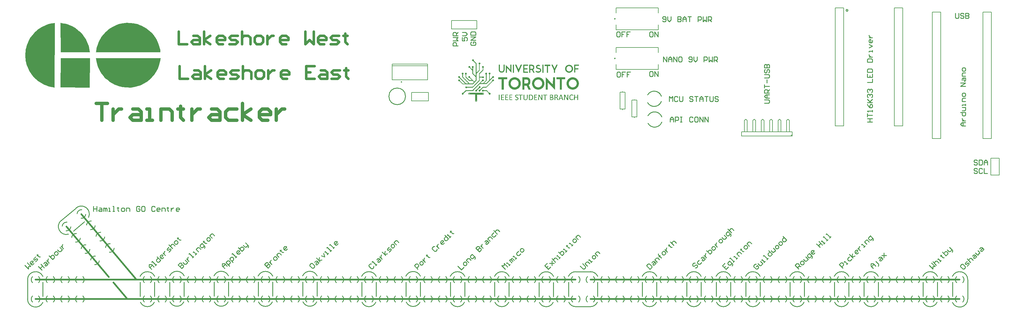
<source format=gto>
G04*
G04 #@! TF.GenerationSoftware,Altium Limited,Altium Designer,23.7.1 (13)*
G04*
G04 Layer_Color=65535*
%FSLAX44Y44*%
%MOMM*%
G71*
G04*
G04 #@! TF.SameCoordinates,0223C93B-7FE2-4649-842A-E085946BCD85*
G04*
G04*
G04 #@! TF.FilePolarity,Positive*
G04*
G01*
G75*
%ADD10C,0.2500*%
%ADD11C,0.2540*%
%ADD12C,0.2000*%
%ADD13C,0.5080*%
%ADD14C,1.0160*%
%ADD15C,0.7620*%
G36*
X416179Y1071264D02*
X418949Y1070341D01*
X424952Y1068956D01*
X428645Y1068032D01*
X433263Y1066185D01*
X440650Y1063415D01*
X454040Y1055566D01*
X462351Y1049101D01*
X467430Y1044946D01*
X472971Y1039405D01*
X473895Y1037558D01*
X477588Y1033865D01*
X478512Y1032018D01*
X480359Y1030171D01*
X484976Y1021860D01*
X490517Y1009855D01*
X492364Y1005238D01*
X496058Y990462D01*
X496519Y983536D01*
X319216D01*
X302132Y983998D01*
X303056Y986768D01*
X304441Y995541D01*
X306288Y1002929D01*
X309058Y1010316D01*
X310905Y1014934D01*
X318754Y1029247D01*
X325219Y1037558D01*
X328912Y1041252D01*
X329836Y1043099D01*
X332145Y1045408D01*
X333991Y1046331D01*
X339532Y1051872D01*
X341379Y1052795D01*
X343226Y1054642D01*
X345073Y1055566D01*
X354307Y1061106D01*
X364465Y1065724D01*
X370468Y1068032D01*
X377855Y1069879D01*
X382473Y1070803D01*
X394939Y1072188D01*
X416179Y1071264D01*
D02*
G37*
G36*
X200091D02*
X208863Y1069879D01*
X216251Y1068032D01*
X230103Y1062492D01*
X239337Y1056951D01*
X244878Y1053257D01*
X246263Y1051872D01*
X248110Y1050948D01*
X251804Y1047255D01*
X253651Y1046331D01*
X260577Y1039405D01*
X261500Y1037558D01*
X264271Y1034788D01*
X265194Y1032941D01*
X267041Y1031094D01*
X267964Y1029247D01*
X271658Y1023707D01*
X272582Y1021860D01*
X278123Y1009855D01*
X279046Y1008008D01*
Y1007084D01*
X280893Y1002467D01*
X282278Y996465D01*
X283201Y991847D01*
X284125Y986307D01*
X284587Y983998D01*
X196397Y983536D01*
X195935Y1071726D01*
X197320Y1072188D01*
X200091Y1071264D01*
D02*
G37*
G36*
X1756408Y945992D02*
X1756466Y945935D01*
X1756489Y945773D01*
X1756466Y945704D01*
X1756443Y942850D01*
X1756362Y942769D01*
X1756236Y942757D01*
X1745449Y942769D01*
X1745253Y942665D01*
X1745230Y942573D01*
X1745253Y935689D01*
X1745334Y935609D01*
X1745495Y935585D01*
X1754071Y935597D01*
X1754164Y935574D01*
X1754210Y935551D01*
X1754233Y935505D01*
X1754256Y935436D01*
X1754267Y935102D01*
X1754256Y932673D01*
X1754279Y932604D01*
X1754256Y932397D01*
X1754152Y932339D01*
X1745334Y932316D01*
X1745230Y932235D01*
X1745219Y932086D01*
X1745242Y922646D01*
X1745253Y922542D01*
X1745173Y922393D01*
X1745058Y922347D01*
X1741926Y922370D01*
X1741846Y922450D01*
X1741823Y922635D01*
X1741846Y922704D01*
Y923625D01*
Y923648D01*
X1741834Y945900D01*
X1741892Y945981D01*
X1741926Y946015D01*
X1756408Y945992D01*
D02*
G37*
G36*
X1669862D02*
X1669942Y945935D01*
X1669965Y945843D01*
X1669942Y945543D01*
X1669954Y942631D01*
X1669896Y942550D01*
X1669793Y942516D01*
X1669632Y942493D01*
X1663519Y942504D01*
X1663427Y942481D01*
X1663311Y942389D01*
X1663300Y942262D01*
X1663323Y922439D01*
X1663335Y922289D01*
X1663254Y922209D01*
X1663093Y922163D01*
X1659892Y922186D01*
X1659812Y922266D01*
X1659789Y922381D01*
X1659812Y922450D01*
Y938037D01*
Y938061D01*
X1659823Y942355D01*
X1659789Y942435D01*
X1659662Y942493D01*
X1659375Y942504D01*
X1653285Y942493D01*
X1653216Y942516D01*
X1653123Y942539D01*
X1653066Y942596D01*
X1653089Y945958D01*
X1653123Y945992D01*
X1653285Y946015D01*
X1669862Y945992D01*
D02*
G37*
G36*
X1634727D02*
X1634796Y945969D01*
X1634935Y945946D01*
X1635004Y945923D01*
X1635096Y945900D01*
X1635257Y945877D01*
X1635441Y945831D01*
X1635671Y945808D01*
X1635833Y945785D01*
X1635925Y945762D01*
X1636143Y945681D01*
X1636339Y945624D01*
X1636431Y945601D01*
X1636592Y945578D01*
X1636742Y945543D01*
X1636857Y945497D01*
X1636892Y945463D01*
X1637007Y945417D01*
X1637191Y945371D01*
X1637318Y945336D01*
X1637605Y945186D01*
X1637893Y945083D01*
X1637974Y945048D01*
X1638273Y944910D01*
X1638423Y944853D01*
X1638503Y944772D01*
X1638549Y944749D01*
X1638711Y944680D01*
X1638837Y944645D01*
X1638906Y944576D01*
X1638883Y944369D01*
X1638860Y944300D01*
X1638768Y944139D01*
X1638722Y944093D01*
X1638699Y944047D01*
X1638630Y943886D01*
X1638538Y943724D01*
X1638469Y943655D01*
X1638400Y943494D01*
X1638308Y943333D01*
X1638215Y943195D01*
X1638181Y943068D01*
X1638123Y942988D01*
X1638008Y942872D01*
X1637928Y942654D01*
X1637870Y942573D01*
X1637824Y942527D01*
X1637755Y942366D01*
X1637640Y942159D01*
X1637571Y942090D01*
X1637525Y941974D01*
X1637467Y941825D01*
X1637387Y941744D01*
X1637364Y941698D01*
X1637249Y941491D01*
X1637145Y941480D01*
X1636984Y941595D01*
X1636892Y941618D01*
X1636742Y941675D01*
X1636707Y941710D01*
X1636661Y941733D01*
X1636615Y941779D01*
X1636500Y941825D01*
X1636281Y941906D01*
X1636247Y941940D01*
X1636201Y941963D01*
X1636040Y942032D01*
X1635821Y942067D01*
X1635706Y942113D01*
X1635533Y942216D01*
X1635257Y942262D01*
X1635165Y942285D01*
X1635015Y942320D01*
X1634889Y942355D01*
X1634796Y942377D01*
X1634417Y942458D01*
X1634209Y942481D01*
X1632978Y942493D01*
X1632909Y942470D01*
X1632759Y942435D01*
X1632667Y942412D01*
X1632552Y942366D01*
X1632425Y942308D01*
X1632333Y942285D01*
X1632206Y942251D01*
X1632126Y942216D01*
X1632080Y942170D01*
X1632034Y942147D01*
X1631988Y942101D01*
X1631873Y942055D01*
X1631711Y941963D01*
X1631619Y941871D01*
X1631573Y941848D01*
X1631527Y941802D01*
X1631481Y941779D01*
X1631274Y941572D01*
X1631228Y941549D01*
X1631170Y941491D01*
X1631147Y941445D01*
X1631044Y941318D01*
X1630963Y941238D01*
X1630894Y941077D01*
X1630779Y940869D01*
X1630733Y940823D01*
X1630687Y940662D01*
X1630664Y940570D01*
X1630629Y940351D01*
X1630526Y940110D01*
X1630503Y940018D01*
X1630526Y939212D01*
X1630572Y939097D01*
X1630641Y938935D01*
X1630664Y938843D01*
X1630710Y938636D01*
X1630813Y938510D01*
X1630871Y938452D01*
X1630986Y938245D01*
X1631182Y938049D01*
X1631297Y937980D01*
X1631435Y937842D01*
X1631585Y937784D01*
X1631723Y937692D01*
X1631757Y937658D01*
X1631873Y937612D01*
X1632022Y937554D01*
X1632103Y937473D01*
X1632149Y937450D01*
X1632264Y937404D01*
X1632448Y937358D01*
X1632840Y937174D01*
X1632966Y937140D01*
X1633219Y937025D01*
X1633415Y936967D01*
X1633611Y936932D01*
X1633760Y936875D01*
X1634014Y936760D01*
X1634256Y936725D01*
X1634440Y936679D01*
X1634555Y936633D01*
X1634820Y936553D01*
X1634981Y936529D01*
X1635073Y936506D01*
X1635222Y936472D01*
X1635407Y936426D01*
X1635671Y936345D01*
X1635764Y936322D01*
X1635994Y936299D01*
X1636086Y936276D01*
X1636305Y936242D01*
X1636489Y936173D01*
X1636615Y936138D01*
X1636880Y936080D01*
X1636972Y936057D01*
X1637087Y936034D01*
X1637180Y936011D01*
X1637421Y935885D01*
X1637571Y935850D01*
X1637709Y935827D01*
X1637801Y935804D01*
X1637882Y935770D01*
X1638020Y935677D01*
X1638181Y935631D01*
X1638400Y935551D01*
X1638572Y935447D01*
X1638665Y935424D01*
X1638734Y935401D01*
X1638941Y935286D01*
X1638987Y935240D01*
X1639275Y935136D01*
X1639355Y935079D01*
X1639401Y935033D01*
X1639516Y934987D01*
X1639643Y934952D01*
X1639724Y934895D01*
X1639781Y934814D01*
X1639816Y934780D01*
X1639931Y934734D01*
X1640046Y934665D01*
X1640207Y934503D01*
X1640253Y934480D01*
X1640460Y934273D01*
X1640506Y934250D01*
X1640610Y934146D01*
X1640633Y934100D01*
X1640668Y934066D01*
X1640714Y934043D01*
X1640817Y933939D01*
X1640840Y933893D01*
X1641048Y933686D01*
X1641071Y933640D01*
X1641117Y933594D01*
X1641140Y933548D01*
X1641232Y933456D01*
X1641255Y933410D01*
X1641370Y933249D01*
X1641485Y933133D01*
X1641554Y932972D01*
X1641577Y932926D01*
X1641623Y932880D01*
X1641646Y932834D01*
X1641692Y932788D01*
X1641738Y932627D01*
X1641784Y932512D01*
X1641945Y932281D01*
X1642003Y931948D01*
X1642107Y931752D01*
X1642153Y931591D01*
X1642176Y931361D01*
X1642199Y931199D01*
X1642222Y931107D01*
X1642245Y930946D01*
X1642291Y930670D01*
X1642314Y930578D01*
X1642348Y930106D01*
X1642360Y928851D01*
X1642337Y928782D01*
X1642314Y928621D01*
X1642291Y928529D01*
X1642256Y928379D01*
X1642233Y928287D01*
X1642210Y928149D01*
X1642141Y927711D01*
X1642118Y927619D01*
X1641991Y927354D01*
X1641945Y927170D01*
X1641911Y927021D01*
X1641761Y926733D01*
X1641692Y926549D01*
X1641531Y926318D01*
X1641474Y926169D01*
X1641393Y926088D01*
X1641370Y926042D01*
X1641301Y925881D01*
X1641209Y925720D01*
X1641174Y925685D01*
X1641140Y925674D01*
X1641117Y925628D01*
X1641024Y925467D01*
X1640909Y925351D01*
X1640886Y925305D01*
X1640840Y925259D01*
X1640817Y925213D01*
X1640610Y925006D01*
X1640587Y924960D01*
X1640230Y924603D01*
X1640184Y924580D01*
X1639977Y924373D01*
X1639931Y924350D01*
X1639885Y924304D01*
X1639839Y924281D01*
X1639770Y924212D01*
X1639563Y924097D01*
X1639424Y923958D01*
X1639309Y923912D01*
X1639263Y923889D01*
X1639148Y923774D01*
X1639102Y923751D01*
X1638987Y923705D01*
X1638872Y923636D01*
X1638780Y923544D01*
X1638665Y923498D01*
X1638538Y923463D01*
X1638503Y923429D01*
X1638480D01*
X1638342Y923291D01*
X1638215Y923256D01*
X1638100Y923210D01*
X1638020Y923153D01*
X1637974Y923107D01*
X1637686Y923003D01*
X1637444Y922876D01*
X1637295Y922819D01*
X1637202Y922796D01*
X1637087Y922750D01*
X1636846Y922646D01*
X1636754Y922623D01*
X1636512Y922589D01*
X1636420Y922566D01*
X1636270Y922508D01*
X1636120Y922473D01*
X1635925Y922416D01*
X1635764Y922393D01*
X1635476Y922358D01*
X1635338Y922335D01*
X1635246Y922312D01*
X1635015Y922266D01*
X1634762Y922243D01*
X1634670Y922220D01*
X1634555Y922197D01*
X1634071Y922174D01*
X1632840Y922163D01*
X1632770Y922186D01*
X1632080Y922209D01*
X1632011Y922232D01*
X1631792Y922266D01*
X1631677Y922289D01*
X1631550Y922324D01*
X1631458Y922347D01*
X1631147Y922381D01*
X1630871Y922427D01*
X1630721Y922485D01*
X1630560Y922554D01*
X1630376Y922600D01*
X1630226Y922635D01*
X1629973Y922750D01*
X1629777Y922807D01*
X1629628Y922842D01*
X1629513Y922888D01*
X1629225Y923014D01*
X1629064Y923061D01*
X1628972Y923083D01*
X1628856Y923107D01*
X1628695Y923222D01*
X1628534Y923268D01*
X1628407Y923302D01*
X1628327Y923360D01*
X1628258Y923429D01*
X1628212Y923452D01*
X1628097Y923498D01*
X1627947Y923556D01*
X1627866Y923636D01*
X1627820Y923659D01*
X1627705Y923705D01*
X1627579Y923740D01*
X1627452Y923820D01*
X1627383Y923889D01*
X1627164Y923970D01*
X1627083Y924027D01*
X1627038Y924074D01*
X1626991Y924097D01*
X1626784Y924212D01*
X1626704Y924292D01*
X1626692Y924327D01*
X1626646Y924350D01*
X1626600Y924396D01*
X1626554Y924419D01*
X1626439Y924534D01*
X1626393Y924557D01*
X1626232Y924649D01*
X1626117Y924764D01*
X1625955Y924833D01*
X1625909Y924856D01*
X1625748Y925018D01*
X1625587Y925110D01*
X1625553Y925144D01*
X1625576Y925282D01*
X1625737Y925582D01*
X1625783Y925628D01*
X1625806Y925674D01*
X1625852Y925789D01*
X1625921Y925904D01*
X1625967Y925950D01*
X1625990Y925996D01*
X1626036Y926042D01*
X1626174Y926295D01*
X1626243Y926364D01*
X1626324Y926583D01*
X1626381Y926664D01*
X1626450Y926733D01*
X1626519Y926894D01*
X1626612Y927055D01*
X1626681Y927124D01*
X1626819Y927377D01*
X1626888Y927447D01*
X1626934Y927562D01*
X1627049Y927769D01*
X1627095Y927815D01*
X1627118Y927861D01*
X1627187Y928022D01*
X1627210Y928068D01*
X1627291Y928149D01*
X1627475Y928126D01*
X1627636Y928011D01*
X1627843Y927850D01*
X1627901Y927815D01*
X1627924Y927769D01*
X1628074Y927688D01*
X1628235Y927596D01*
X1628292Y927516D01*
X1628327Y927481D01*
X1628477Y927423D01*
X1628557Y927366D01*
X1628649Y927274D01*
X1628764Y927228D01*
X1628914Y927170D01*
X1628972Y927113D01*
X1629017Y927090D01*
X1629064Y927044D01*
X1629225Y926952D01*
X1629386Y926836D01*
X1629674Y926733D01*
X1629754Y926652D01*
X1629800Y926629D01*
X1629915Y926583D01*
X1630065Y926526D01*
X1630307Y926399D01*
X1630583Y926330D01*
X1630710Y926295D01*
X1630952Y926169D01*
X1631044Y926146D01*
X1631423Y926065D01*
X1631734Y925938D01*
X1632057Y925892D01*
X1632149Y925869D01*
X1632321Y925835D01*
X1632414Y925812D01*
X1632540Y925777D01*
X1632701Y925731D01*
X1632863Y925708D01*
X1633645Y925685D01*
X1634474Y925708D01*
X1634543Y925731D01*
X1634785Y925766D01*
X1634877Y925789D01*
X1635004Y925823D01*
X1635165Y925869D01*
X1635257Y925892D01*
X1635545Y925927D01*
X1635867Y926042D01*
X1635982Y926088D01*
X1636074Y926111D01*
X1636212Y926134D01*
X1636328Y926157D01*
X1636512Y926272D01*
X1636661Y926330D01*
X1636754Y926353D01*
X1636869Y926399D01*
X1637099Y926560D01*
X1637260Y926652D01*
X1637375Y926767D01*
X1637536Y926860D01*
X1637594Y926940D01*
X1637790Y927067D01*
X1638262Y927539D01*
X1638285Y927585D01*
X1638400Y927700D01*
X1638423Y927746D01*
X1638526Y927872D01*
X1638630Y927976D01*
X1638734Y928264D01*
X1638837Y928506D01*
X1638860Y928667D01*
X1638883Y928759D01*
X1638906Y929242D01*
X1638929Y929312D01*
X1638906Y929887D01*
X1638883Y929979D01*
X1638860Y930302D01*
X1638814Y930417D01*
X1638699Y930670D01*
X1638676Y930762D01*
X1638618Y930912D01*
X1638492Y931038D01*
X1638469Y931084D01*
X1638365Y931211D01*
X1638215Y931361D01*
X1638192Y931407D01*
X1638135Y931464D01*
X1638089Y931487D01*
X1638031Y931545D01*
X1638008Y931591D01*
X1637974Y931625D01*
X1637928Y931648D01*
X1637801Y931752D01*
X1637755Y931798D01*
X1637732Y931844D01*
X1637698Y931879D01*
X1637536Y931971D01*
X1637490Y932017D01*
X1637444Y932040D01*
X1637099Y932224D01*
X1637053Y932270D01*
X1636938Y932316D01*
X1636777Y932362D01*
X1636615Y932454D01*
X1636362Y932569D01*
X1636190Y932604D01*
X1636074Y932650D01*
X1635925Y932730D01*
X1635648Y932800D01*
X1635499Y932834D01*
X1635384Y932880D01*
X1635257Y932938D01*
X1635073Y932984D01*
X1634831Y933018D01*
X1634647Y933064D01*
X1634532Y933110D01*
X1634336Y933168D01*
X1634244Y933191D01*
X1634083Y933214D01*
X1633899Y933260D01*
X1633691Y933352D01*
X1633530Y933398D01*
X1633438Y933421D01*
X1633162Y933467D01*
X1632978Y933536D01*
X1632770Y933628D01*
X1632678Y933651D01*
X1632414Y933686D01*
X1632298Y933732D01*
X1632149Y933813D01*
X1631988Y933859D01*
X1631803Y933882D01*
X1631688Y933928D01*
X1631389Y934066D01*
X1631228Y934089D01*
X1631136Y934112D01*
X1630952Y934181D01*
X1630698Y934296D01*
X1630606Y934319D01*
X1630457Y934354D01*
X1630330Y934434D01*
X1630215Y934503D01*
X1629962Y934595D01*
X1629835Y934699D01*
X1629685Y934757D01*
X1629524Y934849D01*
X1629455Y934918D01*
X1629409Y934941D01*
X1629167Y935067D01*
X1629144Y935114D01*
X1629041Y935217D01*
X1628994Y935240D01*
X1628856Y935378D01*
X1628695Y935470D01*
X1628292Y935873D01*
X1628269Y935919D01*
X1628166Y936046D01*
X1628062Y936150D01*
X1627970Y936311D01*
X1627878Y936403D01*
X1627855Y936449D01*
X1627763Y936610D01*
X1627659Y936737D01*
X1627544Y937036D01*
X1627487Y937094D01*
X1627463Y937140D01*
X1627394Y937301D01*
X1627210Y937692D01*
X1627187Y937784D01*
X1627164Y937945D01*
X1627049Y938314D01*
X1626980Y938590D01*
X1626957Y938889D01*
X1626934Y939120D01*
X1626922Y939937D01*
X1626945Y940582D01*
X1626968Y940766D01*
X1626991Y940973D01*
X1627014Y941088D01*
X1627061Y941203D01*
X1627095Y941330D01*
X1627118Y941422D01*
X1627153Y941572D01*
X1627176Y941664D01*
X1627199Y941802D01*
X1627222Y941894D01*
X1627314Y942032D01*
X1627348Y942067D01*
X1627394Y942251D01*
X1627429Y942377D01*
X1627487Y942458D01*
X1627556Y942527D01*
X1627602Y942642D01*
X1627659Y942792D01*
X1627740Y942872D01*
X1627763Y942918D01*
X1627855Y943080D01*
X1627993Y943218D01*
X1628016Y943264D01*
X1628108Y943425D01*
X1628269Y943586D01*
X1628292Y943632D01*
X1628396Y943759D01*
X1628454Y943817D01*
X1628477Y943863D01*
X1628580Y943989D01*
X1628626Y944035D01*
X1628672Y944058D01*
X1628707Y944093D01*
X1628730Y944139D01*
X1628833Y944242D01*
X1628879Y944266D01*
X1629041Y944427D01*
X1629202Y944519D01*
X1629340Y944657D01*
X1629547Y944772D01*
X1629616Y944841D01*
X1629662Y944864D01*
X1629962Y945025D01*
X1630031Y945094D01*
X1630318Y945198D01*
X1630376Y945256D01*
X1630422Y945278D01*
X1630583Y945348D01*
X1630733Y945405D01*
X1630905Y945532D01*
X1631021Y945578D01*
X1631216Y945612D01*
X1631297Y945647D01*
X1631458Y945762D01*
X1632011Y945854D01*
X1632287Y945877D01*
X1632356Y945900D01*
X1632552Y945935D01*
X1632667Y945958D01*
X1632978Y945992D01*
X1633277Y946015D01*
X1634727Y945992D01*
D02*
G37*
G36*
X1691850D02*
X1691884Y945889D01*
X1691861Y945751D01*
X1691746Y945635D01*
X1691700Y945474D01*
X1691631Y945290D01*
X1691527Y945163D01*
X1691412Y944864D01*
X1691308Y944691D01*
X1691205Y944404D01*
X1691159Y944288D01*
X1691055Y944093D01*
X1691021Y943989D01*
X1691009Y943978D01*
X1690975Y943851D01*
X1690940Y943817D01*
X1690917Y943770D01*
X1690848Y943701D01*
X1690779Y943471D01*
X1690687Y943310D01*
X1690618Y943149D01*
X1690595Y943057D01*
X1690560Y942930D01*
X1690480Y942803D01*
X1690434Y942757D01*
X1690388Y942642D01*
X1690307Y942423D01*
X1690272Y942389D01*
X1690249Y942343D01*
X1690203Y942297D01*
X1690157Y942182D01*
X1690123Y942032D01*
X1690077Y941917D01*
X1689950Y941675D01*
X1689904Y941514D01*
X1689812Y941353D01*
X1689720Y941215D01*
X1689685Y941088D01*
X1689639Y940973D01*
X1689605Y940938D01*
X1689582Y940892D01*
X1689536Y940846D01*
X1689490Y940685D01*
X1689467Y940593D01*
X1689432Y940467D01*
X1689352Y940340D01*
X1689259Y940133D01*
X1689202Y939983D01*
X1689144Y939925D01*
X1689121Y939879D01*
X1689075Y939833D01*
X1689029Y939649D01*
X1688995Y939522D01*
X1688902Y939384D01*
X1688868Y939350D01*
X1688822Y939189D01*
X1688799Y939097D01*
X1688741Y938947D01*
X1688661Y938866D01*
X1688592Y938705D01*
X1688557Y938579D01*
X1688465Y938440D01*
X1688407Y938383D01*
X1688385Y938291D01*
X1688361Y938222D01*
X1688315Y938037D01*
X1688200Y937876D01*
X1688166Y937750D01*
X1688143Y937658D01*
X1688028Y937473D01*
X1687993Y937439D01*
X1687947Y937324D01*
X1687924Y937232D01*
X1687717Y936794D01*
X1687636Y936575D01*
X1687510Y936334D01*
X1687429Y936115D01*
X1687302Y935942D01*
X1687256Y935781D01*
X1687187Y935597D01*
X1687095Y935459D01*
X1687061Y935332D01*
X1687038Y935240D01*
X1686991Y935125D01*
X1686957Y935090D01*
X1686934Y935044D01*
X1686888Y934998D01*
X1686842Y934883D01*
X1686773Y934699D01*
X1686658Y934538D01*
X1686635Y934446D01*
X1686531Y934158D01*
X1686439Y934020D01*
X1686381Y933824D01*
X1686324Y933674D01*
X1686266Y933594D01*
X1686220Y933548D01*
X1686174Y933433D01*
X1686151Y933341D01*
X1686059Y933179D01*
X1686013Y933133D01*
X1685967Y933018D01*
X1685944Y932926D01*
X1685909Y932777D01*
X1685863Y932662D01*
X1685829Y932627D01*
X1685806Y932581D01*
X1685760Y932535D01*
X1685737Y932443D01*
X1685668Y932259D01*
X1685564Y932132D01*
X1685506Y931982D01*
X1685472Y931833D01*
X1685426Y931718D01*
X1685345Y931637D01*
X1685299Y931522D01*
X1685265Y931372D01*
X1685242Y931280D01*
X1685092Y931061D01*
X1685000Y930808D01*
X1684896Y930681D01*
X1684839Y930532D01*
X1684781Y930290D01*
X1684666Y930106D01*
X1684608Y929956D01*
X1684586Y929864D01*
X1684470Y929703D01*
X1684424Y929588D01*
X1684436Y922324D01*
X1684390Y922209D01*
X1684275Y922163D01*
X1680821Y922186D01*
X1680741Y922243D01*
X1680717Y922335D01*
X1680741Y922773D01*
X1680729Y929346D01*
X1680741Y929542D01*
X1680717Y929611D01*
X1680672Y929726D01*
X1680648Y929818D01*
X1680533Y930025D01*
X1680487Y930071D01*
X1680441Y930186D01*
X1680407Y930336D01*
X1680338Y930520D01*
X1680303Y930555D01*
X1680211Y930785D01*
X1680153Y930935D01*
X1680096Y931015D01*
X1680050Y931061D01*
X1680004Y931176D01*
X1679969Y931303D01*
X1679854Y931487D01*
X1679820Y931522D01*
X1679774Y931683D01*
X1679739Y931833D01*
X1679704Y931913D01*
X1679589Y932074D01*
X1679543Y932259D01*
X1679428Y932466D01*
X1679382Y932512D01*
X1679336Y932627D01*
X1679302Y932754D01*
X1679256Y932869D01*
X1679221Y932903D01*
X1679198Y932949D01*
X1679129Y933110D01*
X1679083Y933295D01*
X1678991Y933456D01*
X1678945Y933502D01*
X1678899Y933617D01*
X1678818Y933836D01*
X1678737Y933916D01*
X1678691Y934031D01*
X1678645Y934193D01*
X1678588Y934342D01*
X1678461Y934584D01*
X1678427Y934711D01*
X1678392Y934791D01*
X1678254Y934998D01*
X1678162Y935252D01*
X1678047Y935413D01*
X1678001Y935574D01*
X1677966Y935724D01*
X1677851Y935908D01*
X1677793Y936057D01*
X1677724Y936242D01*
X1677609Y936403D01*
X1677563Y936518D01*
X1677483Y936737D01*
X1677356Y936978D01*
X1677333Y937070D01*
X1677298Y937197D01*
X1677206Y937335D01*
X1677172Y937370D01*
X1677126Y937485D01*
X1677091Y937612D01*
X1676976Y937796D01*
X1676942Y937830D01*
X1676896Y938015D01*
X1676838Y938164D01*
X1676711Y938429D01*
X1676631Y938648D01*
X1676573Y938728D01*
X1676481Y938866D01*
X1676447Y938993D01*
X1676401Y939108D01*
X1676343Y939189D01*
X1676297Y939235D01*
X1676251Y939350D01*
X1676193Y939615D01*
X1676078Y939799D01*
X1676021Y939925D01*
X1675998Y940018D01*
X1675905Y940179D01*
X1675860Y940225D01*
X1675790Y940386D01*
X1675756Y940536D01*
X1675675Y940662D01*
X1675606Y940777D01*
X1675583Y940869D01*
X1675549Y941019D01*
X1675503Y941134D01*
X1675422Y941215D01*
X1675353Y941376D01*
X1675284Y941560D01*
X1675238Y941606D01*
X1675215Y941652D01*
X1675146Y941813D01*
X1675123Y941906D01*
X1675088Y942032D01*
X1674996Y942170D01*
X1674915Y942366D01*
X1674858Y942516D01*
X1674766Y942654D01*
X1674731Y942688D01*
X1674685Y942850D01*
X1674547Y943103D01*
X1674478Y943264D01*
X1674455Y943402D01*
X1674340Y943609D01*
X1674248Y943817D01*
X1674190Y943966D01*
X1674133Y944047D01*
X1674041Y944185D01*
X1674006Y944312D01*
X1673937Y944496D01*
X1673833Y944668D01*
X1673787Y944853D01*
X1673730Y945002D01*
X1673649Y945083D01*
X1673603Y945198D01*
X1673523Y945417D01*
X1673465Y945497D01*
X1673304Y945843D01*
X1673327Y945958D01*
X1673361Y945992D01*
X1673454Y946015D01*
X1677321Y945992D01*
X1677448Y945889D01*
X1677517Y945727D01*
X1677552Y945555D01*
X1677575Y945463D01*
X1677701Y945290D01*
X1677747Y945175D01*
X1677828Y944956D01*
X1677909Y944876D01*
X1677955Y944760D01*
X1678001Y944576D01*
X1678035Y944450D01*
X1678127Y944312D01*
X1678208Y944116D01*
X1678254Y944001D01*
X1678392Y943793D01*
X1678438Y943632D01*
X1678519Y943414D01*
X1678553Y943379D01*
X1678599Y943264D01*
X1678657Y943114D01*
X1678703Y942999D01*
X1678761Y942918D01*
X1678853Y942780D01*
X1678887Y942654D01*
X1678910Y942562D01*
X1679060Y942274D01*
X1679106Y942090D01*
X1679198Y941928D01*
X1679244Y941882D01*
X1679290Y941767D01*
X1679371Y941549D01*
X1679405Y941514D01*
X1679428Y941468D01*
X1679497Y941307D01*
X1679520Y941215D01*
X1679555Y941088D01*
X1679601Y940973D01*
X1679682Y940892D01*
X1679727Y940777D01*
X1679808Y940559D01*
X1679843Y940524D01*
X1679866Y940478D01*
X1679912Y940432D01*
X1679958Y940317D01*
X1680015Y940075D01*
X1680096Y939949D01*
X1680188Y939741D01*
X1680222Y939615D01*
X1680315Y939476D01*
X1680349Y939442D01*
X1680395Y939327D01*
X1680476Y939108D01*
X1680579Y938866D01*
X1680637Y938717D01*
X1680683Y938602D01*
X1680764Y938475D01*
X1680810Y938429D01*
X1680833Y938337D01*
X1680879Y938222D01*
X1680902Y938130D01*
X1680994Y937968D01*
X1681063Y937807D01*
X1681086Y937715D01*
X1681143Y937566D01*
X1681178Y937531D01*
X1681201Y937485D01*
X1681247Y937439D01*
X1681351Y937151D01*
X1681408Y937070D01*
X1681500Y936932D01*
X1681523Y936748D01*
X1681546Y936679D01*
X1681638Y936518D01*
X1681731Y936311D01*
X1681788Y936161D01*
X1681846Y936080D01*
X1681938Y935942D01*
X1681972Y935770D01*
X1681995Y935677D01*
X1682110Y935493D01*
X1682168Y935367D01*
X1682203Y935217D01*
X1682283Y935090D01*
X1682375Y934952D01*
X1682433Y934688D01*
X1682490Y934607D01*
X1682571Y934595D01*
X1682675Y934676D01*
X1682698Y934722D01*
X1682744Y934768D01*
X1682767Y934814D01*
X1682859Y935021D01*
X1682916Y935171D01*
X1682974Y935252D01*
X1683020Y935298D01*
X1683089Y935459D01*
X1683123Y935609D01*
X1683273Y935896D01*
X1683296Y935988D01*
X1683354Y936138D01*
X1683411Y936219D01*
X1683503Y936357D01*
X1683538Y936506D01*
X1683653Y936691D01*
X1683711Y936817D01*
X1683734Y936909D01*
X1683814Y937128D01*
X1683872Y937209D01*
X1683964Y937416D01*
X1683998Y937542D01*
X1684033Y937623D01*
X1684102Y937692D01*
X1684125Y937738D01*
X1684194Y937899D01*
X1684229Y938026D01*
X1684286Y938083D01*
X1684309Y938130D01*
X1684355Y938176D01*
X1684378Y938268D01*
X1684401Y938337D01*
X1684424Y938429D01*
X1684459Y938556D01*
X1684539Y938682D01*
X1684632Y938889D01*
X1684689Y939039D01*
X1684724Y939074D01*
X1684747Y939120D01*
X1684793Y939166D01*
X1684839Y939281D01*
X1684873Y939407D01*
X1684919Y939522D01*
X1684977Y939603D01*
X1685046Y939764D01*
X1685092Y939949D01*
X1685184Y940110D01*
X1685230Y940156D01*
X1685276Y940271D01*
X1685357Y940490D01*
X1685391Y940524D01*
X1685414Y940570D01*
X1685460Y940616D01*
X1685506Y940731D01*
X1685529Y940823D01*
X1685587Y940973D01*
X1685691Y941146D01*
X1685714Y941238D01*
X1685748Y941364D01*
X1685783Y941445D01*
X1685921Y941652D01*
X1686013Y941906D01*
X1686128Y942067D01*
X1686151Y942159D01*
X1686266Y942481D01*
X1686404Y942780D01*
X1686462Y942930D01*
X1686543Y943011D01*
X1686566Y943057D01*
X1686612Y943172D01*
X1686681Y943356D01*
X1686727Y943402D01*
X1686750Y943448D01*
X1686842Y943655D01*
X1686876Y943828D01*
X1686922Y943943D01*
X1686980Y944001D01*
X1687003Y944047D01*
X1687049Y944162D01*
X1687107Y944312D01*
X1687164Y944392D01*
X1687256Y944530D01*
X1687291Y944680D01*
X1687314Y944772D01*
X1687348Y944853D01*
X1687452Y944979D01*
X1687487Y945106D01*
X1687533Y945290D01*
X1687556Y945336D01*
X1687659Y945463D01*
X1687717Y945589D01*
X1687751Y945716D01*
X1687832Y945843D01*
X1687935Y945969D01*
X1688051Y946015D01*
X1691850Y945992D01*
D02*
G37*
G36*
X1584662Y946004D02*
X1584731Y945935D01*
X1584708Y945751D01*
X1584662Y945704D01*
X1584639Y945658D01*
X1584547Y945497D01*
X1584478Y945267D01*
X1584386Y945106D01*
X1584340Y945060D01*
X1584271Y944899D01*
X1584248Y944807D01*
X1584213Y944680D01*
X1584087Y944438D01*
X1583994Y944185D01*
X1583891Y944058D01*
X1583833Y943909D01*
X1583810Y943770D01*
X1583695Y943563D01*
X1583626Y943402D01*
X1583603Y943310D01*
X1583546Y943160D01*
X1583465Y943080D01*
X1583442Y943034D01*
X1583396Y942918D01*
X1583350Y942734D01*
X1583235Y942527D01*
X1583189Y942412D01*
X1583166Y942320D01*
X1583051Y942113D01*
X1583004Y942067D01*
X1582958Y941952D01*
X1582924Y941802D01*
X1582866Y941652D01*
X1582774Y941514D01*
X1582728Y941353D01*
X1582671Y941203D01*
X1582544Y941031D01*
X1582475Y940800D01*
X1582440Y940674D01*
X1582406Y940639D01*
X1582291Y940386D01*
X1582256Y940259D01*
X1582164Y940121D01*
X1582106Y940064D01*
X1582038Y939787D01*
X1581922Y939580D01*
X1581853Y939419D01*
X1581819Y939292D01*
X1581773Y939177D01*
X1581692Y939097D01*
X1581623Y938935D01*
X1581600Y938843D01*
X1581566Y938717D01*
X1581416Y938429D01*
X1581381Y938302D01*
X1581266Y938118D01*
X1581232Y938083D01*
X1581186Y937922D01*
X1581163Y937830D01*
X1581105Y937681D01*
X1581070Y937646D01*
X1581047Y937600D01*
X1580978Y937439D01*
X1580932Y937278D01*
X1580909Y937232D01*
X1580748Y937001D01*
X1580714Y936852D01*
X1580691Y936760D01*
X1580645Y936645D01*
X1580610Y936610D01*
X1580587Y936564D01*
X1580518Y936403D01*
X1580483Y936276D01*
X1580391Y936138D01*
X1580357Y936104D01*
X1580311Y935988D01*
X1580288Y935896D01*
X1580253Y935770D01*
X1580219Y935689D01*
X1580126Y935551D01*
X1580057Y935321D01*
X1579965Y935160D01*
X1579919Y935114D01*
X1579850Y934952D01*
X1579827Y934860D01*
X1579793Y934734D01*
X1579666Y934492D01*
X1579574Y934239D01*
X1579470Y934112D01*
X1579413Y933962D01*
X1579390Y933824D01*
X1579275Y933617D01*
X1579206Y933456D01*
X1579182Y933364D01*
X1579125Y933214D01*
X1579044Y933133D01*
X1579021Y933087D01*
X1578975Y932972D01*
X1578929Y932788D01*
X1578814Y932581D01*
X1578768Y932466D01*
X1578745Y932374D01*
X1578630Y932166D01*
X1578584Y932120D01*
X1578538Y932005D01*
X1578503Y931856D01*
X1578446Y931706D01*
X1578354Y931568D01*
X1578308Y931407D01*
X1578250Y931257D01*
X1578192Y931176D01*
X1578146Y931130D01*
X1578100Y931015D01*
X1578054Y930854D01*
X1578020Y930727D01*
X1577985Y930693D01*
X1577962Y930647D01*
X1577870Y930440D01*
X1577836Y930313D01*
X1577744Y930175D01*
X1577686Y930117D01*
X1577617Y929841D01*
X1577479Y929588D01*
X1577433Y929473D01*
X1577398Y929346D01*
X1577352Y929231D01*
X1577272Y929150D01*
X1577202Y928989D01*
X1577179Y928897D01*
X1577145Y928770D01*
X1576995Y928483D01*
X1576961Y928356D01*
X1576846Y928172D01*
X1576811Y928137D01*
X1576765Y927976D01*
X1576742Y927884D01*
X1576684Y927734D01*
X1576650Y927700D01*
X1576627Y927654D01*
X1576558Y927493D01*
X1576512Y927331D01*
X1576489Y927285D01*
X1576328Y927055D01*
X1576293Y926906D01*
X1576270Y926813D01*
X1576224Y926698D01*
X1576189Y926664D01*
X1576166Y926618D01*
X1576120Y926503D01*
X1576040Y926284D01*
X1576005Y926249D01*
X1575982Y926203D01*
X1575936Y926157D01*
X1575890Y926042D01*
X1575856Y925892D01*
X1575798Y925743D01*
X1575706Y925605D01*
X1575637Y925374D01*
X1575545Y925213D01*
X1575499Y925167D01*
X1575430Y925006D01*
X1575407Y924914D01*
X1575372Y924787D01*
X1575245Y924546D01*
X1575153Y924292D01*
X1575050Y924166D01*
X1574992Y924016D01*
X1574969Y923878D01*
X1574854Y923671D01*
X1574785Y923510D01*
X1574762Y923417D01*
X1574704Y923268D01*
X1574624Y923187D01*
X1574601Y923141D01*
X1574555Y923026D01*
X1574509Y922842D01*
X1574371Y922542D01*
X1574313Y922393D01*
X1574244Y922324D01*
X1574152Y922347D01*
X1574071Y922496D01*
X1573979Y922658D01*
X1573910Y922819D01*
X1573853Y923061D01*
X1573772Y923187D01*
X1573680Y923394D01*
X1573634Y923510D01*
X1573519Y923671D01*
X1573473Y923855D01*
X1573438Y924005D01*
X1573403Y924085D01*
X1573288Y924246D01*
X1573242Y924361D01*
X1573162Y924580D01*
X1573081Y924730D01*
X1573035Y924845D01*
X1573001Y924995D01*
X1572885Y925179D01*
X1572851Y925213D01*
X1572805Y925328D01*
X1572770Y925478D01*
X1572713Y925628D01*
X1572575Y925927D01*
X1572517Y926077D01*
X1572460Y926157D01*
X1572413Y926203D01*
X1572368Y926364D01*
X1572344Y926457D01*
X1572310Y926583D01*
X1572195Y926767D01*
X1572137Y926894D01*
X1572103Y927021D01*
X1572011Y927159D01*
X1571930Y927354D01*
X1571872Y927596D01*
X1571746Y927769D01*
X1571700Y927884D01*
X1571654Y928045D01*
X1571608Y928160D01*
X1571585Y928206D01*
X1571470Y928460D01*
X1571435Y928586D01*
X1571377Y928667D01*
X1571331Y928713D01*
X1571308Y928759D01*
X1571262Y928874D01*
X1571239Y928966D01*
X1571159Y929185D01*
X1571124Y929219D01*
X1571055Y929381D01*
X1570974Y929599D01*
X1570917Y929680D01*
X1570848Y929795D01*
X1570802Y929979D01*
X1570779Y930117D01*
X1570618Y930348D01*
X1570595Y930440D01*
X1570537Y930589D01*
X1570445Y930727D01*
X1570387Y930877D01*
X1570330Y931119D01*
X1570238Y931257D01*
X1570203Y931292D01*
X1570157Y931407D01*
X1570111Y931568D01*
X1570054Y931718D01*
X1569950Y931890D01*
X1569915Y932040D01*
X1569869Y932155D01*
X1569835Y932189D01*
X1569812Y932235D01*
X1569766Y932281D01*
X1569720Y932397D01*
X1569685Y932546D01*
X1569639Y932662D01*
X1569536Y932834D01*
X1569512Y932926D01*
X1569420Y933156D01*
X1569317Y933283D01*
X1569282Y933410D01*
X1569259Y933502D01*
X1569236Y933640D01*
X1569121Y933801D01*
X1569052Y933962D01*
X1569029Y934054D01*
X1568914Y934262D01*
X1568845Y934423D01*
X1568799Y934607D01*
X1568707Y934768D01*
X1568661Y934814D01*
X1568615Y934929D01*
X1568569Y935090D01*
X1568511Y935240D01*
X1568407Y935436D01*
X1568384Y935528D01*
X1568327Y935677D01*
X1568269Y935758D01*
X1568223Y935804D01*
X1568177Y935919D01*
X1568143Y936069D01*
X1568120Y936161D01*
X1568085Y936242D01*
X1567970Y936403D01*
X1567935Y936529D01*
X1567878Y936679D01*
X1567763Y936840D01*
X1567717Y937001D01*
X1567682Y937174D01*
X1567648Y937255D01*
X1567601Y937301D01*
X1567578Y937347D01*
X1567533Y937393D01*
X1567486Y937554D01*
X1567429Y937704D01*
X1567325Y937899D01*
X1567279Y938061D01*
X1567222Y938210D01*
X1567164Y938291D01*
X1567095Y938406D01*
X1567049Y938521D01*
X1567014Y938671D01*
X1566968Y938786D01*
X1566934Y938820D01*
X1566911Y938866D01*
X1566899Y938878D01*
X1566888Y938889D01*
X1566842Y939051D01*
X1566784Y939200D01*
X1566692Y939338D01*
X1566658Y939373D01*
X1566611Y939534D01*
X1566577Y939684D01*
X1566531Y939799D01*
X1566473Y939856D01*
X1566404Y940018D01*
X1566324Y940236D01*
X1566232Y940374D01*
X1566174Y940524D01*
X1566140Y940697D01*
X1566105Y940777D01*
X1565990Y940938D01*
X1565944Y941054D01*
X1565909Y941180D01*
X1565863Y941295D01*
X1565829Y941330D01*
X1565806Y941376D01*
X1565760Y941491D01*
X1565737Y941583D01*
X1565668Y941767D01*
X1565552Y941928D01*
X1565506Y942044D01*
X1565472Y942193D01*
X1565426Y942308D01*
X1565322Y942481D01*
X1565276Y942642D01*
X1565161Y942850D01*
X1565115Y942896D01*
X1565069Y943057D01*
X1565034Y943229D01*
X1564988Y943344D01*
X1564931Y943402D01*
X1564908Y943448D01*
X1564839Y943609D01*
X1564781Y943759D01*
X1564700Y943886D01*
X1564631Y944047D01*
X1564574Y944288D01*
X1564516Y944369D01*
X1564424Y944507D01*
X1564401Y944599D01*
X1564321Y944818D01*
X1564263Y944922D01*
X1564217Y945037D01*
X1564113Y945324D01*
X1564033Y945405D01*
X1563987Y945520D01*
X1563964Y945612D01*
X1563918Y945727D01*
X1563826Y945866D01*
X1563849Y945958D01*
X1563975Y946015D01*
X1568073Y945992D01*
X1568131Y945935D01*
X1568200Y945751D01*
X1568315Y945589D01*
X1568361Y945405D01*
X1568396Y945278D01*
X1568534Y945048D01*
X1568638Y944760D01*
X1568753Y944599D01*
X1568799Y944415D01*
X1568822Y944277D01*
X1568971Y944058D01*
X1569029Y943909D01*
X1569064Y943782D01*
X1569179Y943598D01*
X1569236Y943448D01*
X1569271Y943275D01*
X1569351Y943149D01*
X1569443Y943011D01*
X1569478Y942884D01*
X1569547Y942700D01*
X1569628Y942550D01*
X1569674Y942435D01*
X1569697Y942297D01*
X1569846Y942078D01*
X1569904Y941928D01*
X1569984Y941710D01*
X1570088Y941468D01*
X1570134Y941353D01*
X1570192Y941203D01*
X1570249Y941146D01*
X1570272Y941100D01*
X1570341Y940938D01*
X1570364Y940846D01*
X1570422Y940697D01*
X1570549Y940455D01*
X1570583Y940328D01*
X1570618Y940248D01*
X1570733Y940087D01*
X1570779Y939971D01*
X1570813Y939799D01*
X1570859Y939684D01*
X1570917Y939603D01*
X1571009Y939396D01*
X1571067Y939246D01*
X1571124Y939166D01*
X1571193Y939051D01*
X1571216Y938959D01*
X1571274Y938717D01*
X1571366Y938579D01*
X1571400Y938544D01*
X1571504Y938256D01*
X1571596Y938118D01*
X1571654Y937968D01*
X1571688Y937796D01*
X1571734Y937681D01*
X1571769Y937646D01*
X1571792Y937600D01*
X1571838Y937554D01*
X1571884Y937439D01*
X1571930Y937278D01*
X1572091Y936932D01*
X1572114Y936840D01*
X1572172Y936691D01*
X1572206Y936656D01*
X1572229Y936610D01*
X1572275Y936564D01*
X1572321Y936449D01*
X1572344Y936357D01*
X1572390Y936242D01*
X1572506Y935988D01*
X1572586Y935770D01*
X1572621Y935689D01*
X1572736Y935528D01*
X1572782Y935367D01*
X1572805Y935275D01*
X1572989Y934883D01*
X1573047Y934734D01*
X1573127Y934607D01*
X1573173Y934561D01*
X1573208Y934434D01*
X1573231Y934319D01*
X1573254Y934227D01*
X1573369Y934043D01*
X1573484Y933744D01*
X1573565Y933617D01*
X1573611Y933571D01*
X1573657Y933387D01*
X1573691Y933214D01*
X1573772Y933087D01*
X1573818Y933041D01*
X1573864Y932926D01*
X1573945Y932708D01*
X1573979Y932673D01*
X1574002Y932627D01*
X1574071Y932466D01*
X1574094Y932374D01*
X1574117Y932189D01*
X1574175Y932109D01*
X1574244Y932086D01*
X1574371Y932189D01*
X1574486Y932351D01*
X1574532Y932466D01*
X1574578Y932650D01*
X1574670Y932811D01*
X1574716Y932857D01*
X1574739Y932903D01*
X1574785Y933018D01*
X1574808Y933110D01*
X1574843Y933237D01*
X1574992Y933525D01*
X1575027Y933651D01*
X1575142Y933836D01*
X1575176Y933870D01*
X1575222Y934031D01*
X1575245Y934124D01*
X1575303Y934273D01*
X1575407Y934469D01*
X1575453Y934584D01*
X1575476Y934676D01*
X1575591Y934837D01*
X1575660Y934998D01*
X1575683Y935090D01*
X1575717Y935240D01*
X1575798Y935367D01*
X1575890Y935574D01*
X1575936Y935689D01*
X1576051Y935873D01*
X1576120Y936126D01*
X1576178Y936276D01*
X1576258Y936380D01*
X1576328Y936541D01*
X1576362Y936668D01*
X1576454Y936806D01*
X1576489Y936840D01*
X1576535Y937025D01*
X1576558Y937163D01*
X1576650Y937324D01*
X1576719Y937393D01*
X1576788Y937623D01*
X1576846Y937773D01*
X1576903Y937830D01*
X1576926Y937876D01*
X1576972Y937991D01*
X1577007Y938141D01*
X1577030Y938233D01*
X1577087Y938314D01*
X1577133Y938360D01*
X1577156Y938406D01*
X1577225Y938567D01*
X1577260Y938717D01*
X1577306Y938832D01*
X1577341Y938866D01*
X1577364Y938912D01*
X1577410Y939027D01*
X1577490Y939246D01*
X1577548Y939327D01*
X1577594Y939373D01*
X1577640Y939488D01*
X1577663Y939580D01*
X1577697Y939707D01*
X1577744Y939822D01*
X1577847Y939995D01*
X1577882Y940121D01*
X1577928Y940236D01*
X1577985Y940317D01*
X1578031Y940363D01*
X1578077Y940478D01*
X1578123Y940662D01*
X1578158Y940789D01*
X1578250Y940927D01*
X1578308Y941054D01*
X1578365Y941203D01*
X1578492Y941445D01*
X1578595Y941733D01*
X1578630Y941813D01*
X1578768Y942113D01*
X1578826Y942262D01*
X1578906Y942343D01*
X1578952Y942458D01*
X1578987Y942677D01*
X1579021Y942757D01*
X1579182Y942988D01*
X1579217Y943137D01*
X1579263Y943252D01*
X1579355Y943391D01*
X1579413Y943540D01*
X1579447Y943713D01*
X1579482Y943793D01*
X1579585Y943920D01*
X1579643Y944047D01*
X1579677Y944196D01*
X1579747Y944334D01*
X1579781Y944369D01*
X1579827Y944484D01*
X1579873Y944668D01*
X1579965Y944829D01*
X1580011Y944876D01*
X1580034Y944922D01*
X1580080Y945037D01*
X1580138Y945278D01*
X1580195Y945359D01*
X1580265Y945474D01*
X1580311Y945635D01*
X1580368Y945785D01*
X1580403Y945819D01*
X1580426Y945866D01*
X1580552Y945992D01*
X1580645Y946015D01*
X1584570Y946027D01*
X1584662Y946004D01*
D02*
G37*
G36*
X1553177Y945992D02*
X1553258Y945912D01*
X1553246Y945532D01*
X1553258Y922612D01*
X1553235Y922542D01*
X1553258Y922450D01*
X1553235Y922312D01*
X1553177Y922301D01*
X1552958Y922450D01*
X1552912Y922496D01*
X1552889Y922542D01*
X1552809Y922623D01*
X1552763Y922646D01*
X1552728Y922681D01*
X1552705Y922727D01*
X1552578Y922853D01*
X1552532Y922876D01*
X1552498Y922911D01*
X1552475Y922957D01*
X1552371Y923061D01*
X1552325Y923083D01*
X1552268Y923141D01*
X1552245Y923187D01*
X1552141Y923291D01*
X1552095Y923314D01*
X1552037Y923371D01*
X1551968Y923486D01*
X1551865Y923613D01*
X1550909Y924569D01*
X1550886Y924615D01*
X1550633Y924868D01*
X1550610Y924914D01*
X1548860Y926664D01*
X1548849Y926675D01*
X1548630Y926894D01*
X1548607Y926940D01*
X1548526Y926998D01*
X1548492Y927032D01*
X1548469Y927078D01*
X1547617Y927930D01*
X1547594Y927976D01*
X1547490Y928103D01*
X1547364Y928229D01*
X1547341Y928275D01*
X1547283Y928333D01*
X1547237Y928356D01*
X1547133Y928460D01*
X1547110Y928506D01*
X1547053Y928563D01*
X1547007Y928586D01*
X1546926Y928667D01*
X1546903Y928713D01*
X1546846Y928770D01*
X1546799Y928793D01*
X1546696Y928897D01*
X1546673Y928943D01*
X1546615Y929001D01*
X1546569Y929024D01*
X1546489Y929104D01*
X1546466Y929150D01*
X1546259Y929358D01*
X1546235Y929404D01*
X1546201Y929438D01*
X1546155Y929461D01*
X1546051Y929565D01*
X1546028Y929611D01*
X1545971Y929668D01*
X1545925Y929691D01*
X1545821Y929795D01*
X1545798Y929841D01*
X1545740Y929899D01*
X1545694Y929922D01*
X1545614Y930002D01*
X1545591Y930048D01*
X1545533Y930106D01*
X1545487Y930129D01*
X1545383Y930232D01*
X1545361Y930278D01*
X1545303Y930336D01*
X1545257Y930359D01*
X1545153Y930463D01*
X1545130Y930509D01*
X1545096Y930543D01*
X1545050Y930566D01*
X1544946Y930670D01*
X1544923Y930716D01*
X1544866Y930773D01*
X1544819Y930797D01*
X1544716Y930900D01*
X1544693Y930946D01*
X1544635Y931004D01*
X1544589Y931027D01*
X1544509Y931107D01*
X1544486Y931153D01*
X1544428Y931211D01*
X1544382Y931234D01*
X1544278Y931338D01*
X1544255Y931384D01*
X1544071Y931568D01*
X1544048Y931614D01*
X1543991Y931671D01*
X1543945Y931694D01*
X1543841Y931798D01*
X1543818Y931844D01*
X1543783Y931879D01*
X1543737Y931902D01*
X1543611Y932028D01*
X1543588Y932074D01*
X1543553Y932109D01*
X1543507Y932132D01*
X1543403Y932235D01*
X1543380Y932281D01*
X1543323Y932339D01*
X1543277Y932362D01*
X1543196Y932443D01*
X1543173Y932489D01*
X1543070Y932615D01*
X1543012Y932673D01*
X1542989Y932719D01*
X1542885Y932823D01*
X1542839Y932846D01*
X1542782Y932903D01*
X1542759Y932949D01*
X1542655Y933053D01*
X1542609Y933076D01*
X1542552Y933133D01*
X1542529Y933179D01*
X1542448Y933260D01*
X1542402Y933283D01*
X1542344Y933341D01*
X1542321Y933387D01*
X1542218Y933490D01*
X1542172Y933513D01*
X1542137Y933548D01*
X1542114Y933594D01*
X1541884Y933824D01*
X1541861Y933870D01*
X1539881Y935850D01*
X1539858Y935896D01*
X1539581Y936173D01*
X1539559Y936219D01*
X1539397Y936380D01*
X1539374Y936426D01*
X1539340Y936460D01*
X1539248Y936483D01*
X1539133Y936460D01*
X1539098Y936357D01*
X1539109Y922278D01*
X1539041Y922209D01*
X1538879Y922163D01*
X1535679Y922186D01*
X1535598Y922266D01*
X1535587Y922370D01*
X1535610Y945739D01*
X1535633Y945785D01*
X1535725Y945808D01*
X1535840Y945739D01*
X1535898Y945681D01*
X1535921Y945635D01*
X1536312Y945244D01*
X1536335Y945198D01*
X1536669Y944864D01*
X1536703Y944853D01*
X1536727Y944807D01*
X1536888Y944599D01*
X1536957Y944530D01*
X1536980Y944484D01*
X1537060Y944427D01*
X1537164Y944323D01*
X1537187Y944277D01*
X1537417Y944047D01*
X1537440Y944001D01*
X1538062Y943379D01*
X1538085Y943333D01*
X1538131Y943287D01*
X1538154Y943241D01*
X1538212Y943183D01*
X1538258Y943160D01*
X1538338Y943080D01*
X1538361Y943034D01*
X1538546Y942850D01*
X1538569Y942803D01*
X1538753Y942619D01*
X1538776Y942573D01*
X1538856Y942493D01*
X1538902Y942470D01*
X1538983Y942389D01*
X1539006Y942343D01*
X1539167Y942182D01*
X1539190Y942136D01*
X1539294Y942032D01*
X1539340Y942009D01*
X1539397Y941952D01*
X1539420Y941906D01*
X1539524Y941802D01*
X1539570Y941779D01*
X1539628Y941721D01*
X1539651Y941675D01*
X1539731Y941595D01*
X1539777Y941572D01*
X1539812Y941537D01*
X1539835Y941491D01*
X1539881Y941445D01*
X1539904Y941399D01*
X1539938Y941364D01*
X1539984Y941341D01*
X1540065Y941261D01*
X1540088Y941215D01*
X1540169Y941134D01*
X1540215Y941111D01*
X1540272Y941054D01*
X1540295Y941008D01*
X1540456Y940800D01*
X1540733Y940524D01*
X1540756Y940478D01*
X1541032Y940202D01*
X1541055Y940156D01*
X1541090Y940121D01*
X1541136Y940098D01*
X1541216Y940018D01*
X1541228Y939983D01*
X1541262Y939971D01*
X1541285Y939925D01*
X1541412Y939799D01*
X1541446Y939787D01*
X1541470Y939741D01*
X1541631Y939580D01*
X1541654Y939534D01*
X1542045Y939143D01*
X1542068Y939097D01*
X1542172Y938970D01*
X1542298Y938843D01*
X1542321Y938797D01*
X1542379Y938740D01*
X1542425Y938717D01*
X1542529Y938613D01*
X1542552Y938567D01*
X1542736Y938383D01*
X1542759Y938337D01*
X1542793Y938302D01*
X1542839Y938279D01*
X1542966Y938153D01*
X1542989Y938107D01*
X1543070Y938049D01*
X1543196Y937922D01*
X1543219Y937876D01*
X1543300Y937819D01*
X1543380Y937738D01*
X1543403Y937692D01*
X1543634Y937462D01*
X1543645Y937427D01*
X1543691Y937404D01*
X1543818Y937278D01*
X1543841Y937232D01*
X1543945Y937105D01*
X1544002Y937048D01*
X1544025Y937001D01*
X1544106Y936921D01*
X1544152Y936898D01*
X1544209Y936840D01*
X1544232Y936794D01*
X1544463Y936564D01*
X1544486Y936518D01*
X1545130Y935873D01*
X1545153Y935827D01*
X1545257Y935701D01*
X1545303Y935655D01*
X1545349Y935631D01*
X1545383Y935597D01*
X1545406Y935551D01*
X1545614Y935344D01*
X1545637Y935298D01*
X1545671Y935240D01*
X1545717Y935217D01*
X1545821Y935114D01*
X1545844Y935067D01*
X1545948Y934964D01*
X1545994Y934941D01*
X1546028Y934906D01*
X1546051Y934860D01*
X1546097Y934814D01*
X1546109Y934780D01*
X1546155Y934757D01*
X1546235Y934676D01*
X1546259Y934630D01*
X1546385Y934503D01*
X1546431Y934480D01*
X1546466Y934446D01*
X1546489Y934400D01*
X1546615Y934273D01*
X1546661Y934250D01*
X1546719Y934169D01*
X1546926Y933962D01*
X1546949Y933916D01*
X1547030Y933836D01*
X1547076Y933813D01*
X1547110Y933778D01*
X1547133Y933732D01*
X1547260Y933605D01*
X1547306Y933582D01*
X1547341Y933548D01*
X1547433Y933387D01*
X1547801Y933018D01*
X1547824Y932972D01*
X1548054Y932742D01*
X1548077Y932696D01*
X1548676Y932097D01*
X1548699Y932051D01*
X1548745Y932005D01*
X1548768Y931959D01*
X1548849Y931902D01*
X1548975Y931775D01*
X1548998Y931729D01*
X1549079Y931671D01*
X1549113Y931637D01*
X1549136Y931591D01*
X1549240Y931464D01*
X1549344Y931361D01*
X1549367Y931314D01*
X1549447Y931234D01*
X1549493Y931211D01*
X1549654Y931119D01*
X1549724Y931142D01*
X1549758Y931245D01*
X1549747Y931418D01*
X1549758Y945704D01*
X1549735Y945773D01*
X1549758Y945935D01*
X1549816Y945992D01*
X1549908Y946015D01*
X1553177Y945992D01*
D02*
G37*
G36*
X1532225D02*
X1532283Y945935D01*
X1532306Y945843D01*
X1532283Y945612D01*
X1532260Y929864D01*
X1532237Y929795D01*
X1532214Y929703D01*
X1532168Y929542D01*
X1532145Y929381D01*
X1532122Y929288D01*
X1532099Y929058D01*
X1532053Y928851D01*
X1531938Y928598D01*
X1531915Y928437D01*
X1531892Y928344D01*
X1531857Y928195D01*
X1531799Y928114D01*
X1531753Y928068D01*
X1531707Y927953D01*
X1531684Y927792D01*
X1531650Y927642D01*
X1531604Y927527D01*
X1531500Y927331D01*
X1531454Y927216D01*
X1531385Y927032D01*
X1531316Y926963D01*
X1531293Y926917D01*
X1531224Y926756D01*
X1531201Y926664D01*
X1531132Y926549D01*
X1531086Y926503D01*
X1531063Y926457D01*
X1531017Y926341D01*
X1530948Y926157D01*
X1530844Y926031D01*
X1530786Y925881D01*
X1530763Y925789D01*
X1530579Y925605D01*
X1530522Y925455D01*
X1530487Y925420D01*
X1530476Y925386D01*
X1530441Y925374D01*
X1530418Y925328D01*
X1530349Y925259D01*
X1530280Y925144D01*
X1530188Y925052D01*
X1530165Y925006D01*
X1530015Y924810D01*
X1529969Y924787D01*
X1529888Y924707D01*
X1529866Y924661D01*
X1529831Y924626D01*
X1529785Y924603D01*
X1529658Y924500D01*
X1529555Y924396D01*
X1529440Y924327D01*
X1529347Y924235D01*
X1529301Y924212D01*
X1529163Y924074D01*
X1529117Y924051D01*
X1529094Y924005D01*
X1529048Y923981D01*
X1529002Y923935D01*
X1528887Y923866D01*
X1528749Y923728D01*
X1528588Y923636D01*
X1528496Y923544D01*
X1528380Y923498D01*
X1528254Y923463D01*
X1528173Y923406D01*
X1528081Y923314D01*
X1527966Y923268D01*
X1527874Y923245D01*
X1527713Y923130D01*
X1527552Y923061D01*
X1527402Y923026D01*
X1527287Y922980D01*
X1527206Y922899D01*
X1527091Y922853D01*
X1526907Y922807D01*
X1526688Y922727D01*
X1526654Y922692D01*
X1526562Y922669D01*
X1526492Y922646D01*
X1526400Y922623D01*
X1526182Y922589D01*
X1526090Y922566D01*
X1525963Y922531D01*
X1525802Y922485D01*
X1525687Y922439D01*
X1525595Y922416D01*
X1525238Y922381D01*
X1524869Y922358D01*
X1524754Y922335D01*
X1524570Y922312D01*
X1524041Y922289D01*
X1523925Y922266D01*
X1522947Y922255D01*
X1522878Y922278D01*
X1522682Y922289D01*
X1522532Y922278D01*
X1522463Y922301D01*
X1522245Y922335D01*
X1521692Y922381D01*
X1521324Y922427D01*
X1521185Y922450D01*
X1521093Y922473D01*
X1520967Y922531D01*
X1520460Y922623D01*
X1520311Y922681D01*
X1520069Y922784D01*
X1519839Y922853D01*
X1519666Y922888D01*
X1519585Y922945D01*
X1519447Y923037D01*
X1519309Y923061D01*
X1519090Y923210D01*
X1518941Y923268D01*
X1518849Y923291D01*
X1518687Y923406D01*
X1518480Y923498D01*
X1518365Y923567D01*
X1518296Y923636D01*
X1518250Y923659D01*
X1517997Y923797D01*
X1517939Y923878D01*
X1517905Y923912D01*
X1517789Y923981D01*
X1517697Y924074D01*
X1517651Y924097D01*
X1517605Y924143D01*
X1517559Y924166D01*
X1517433Y924269D01*
X1516880Y924822D01*
X1516857Y924868D01*
X1516753Y924995D01*
X1516696Y925052D01*
X1516673Y925098D01*
X1516569Y925225D01*
X1516466Y925328D01*
X1516443Y925374D01*
X1516328Y925536D01*
X1516258Y925605D01*
X1516189Y925766D01*
X1516166Y925812D01*
X1516028Y925950D01*
X1515982Y926065D01*
X1515890Y926226D01*
X1515821Y926295D01*
X1515740Y926514D01*
X1515683Y926595D01*
X1515591Y926687D01*
X1515545Y926871D01*
X1515522Y926986D01*
X1515361Y927239D01*
X1515314Y927516D01*
X1515291Y927608D01*
X1515199Y927769D01*
X1515153Y927884D01*
X1515130Y927976D01*
X1515050Y928333D01*
X1514946Y928575D01*
X1514923Y928667D01*
X1514900Y928828D01*
X1514877Y928920D01*
X1514854Y929058D01*
X1514831Y929127D01*
X1514785Y929288D01*
X1514693Y929588D01*
X1514658Y929945D01*
X1514635Y930704D01*
X1514624Y930808D01*
X1514647Y930877D01*
X1514635Y945923D01*
X1514658Y945969D01*
X1514704Y945992D01*
X1514773Y946015D01*
X1517951Y945992D01*
X1518008Y945958D01*
X1518031Y945866D01*
X1518043Y945808D01*
X1518020Y945601D01*
X1518043Y930359D01*
X1518100Y930163D01*
X1518123Y930002D01*
X1518146Y929910D01*
X1518169Y929749D01*
X1518192Y929519D01*
X1518227Y929300D01*
X1518250Y929208D01*
X1518307Y929058D01*
X1518434Y928701D01*
X1518549Y928517D01*
X1518687Y928264D01*
X1518699Y928252D01*
X1518802Y928126D01*
X1518906Y927930D01*
X1518987Y927872D01*
X1519067Y927792D01*
X1519182Y927585D01*
X1519274Y927493D01*
X1519297Y927447D01*
X1519931Y926813D01*
X1520092Y926721D01*
X1520230Y926583D01*
X1520345Y926514D01*
X1520483Y926376D01*
X1520690Y926261D01*
X1520737Y926215D01*
X1520783Y926192D01*
X1520944Y926123D01*
X1521070Y926088D01*
X1521185Y926042D01*
X1521324Y925950D01*
X1521450Y925915D01*
X1521611Y925892D01*
X1521876Y925835D01*
X1521991Y925789D01*
X1522118Y925754D01*
X1522279Y925731D01*
X1522578Y925708D01*
X1523016Y925685D01*
X1524179Y925697D01*
X1524236Y925685D01*
X1524305Y925708D01*
X1524570Y925743D01*
X1524950Y925800D01*
X1525157Y925892D01*
X1525468Y925927D01*
X1525652Y926042D01*
X1525687Y926077D01*
X1525848Y926123D01*
X1525940Y926146D01*
X1526101Y926261D01*
X1526400Y926422D01*
X1526527Y926526D01*
X1526711Y926641D01*
X1526792Y926698D01*
X1526861Y926767D01*
X1527010Y926848D01*
X1527034Y926894D01*
X1527183Y927044D01*
X1527229Y927067D01*
X1527344Y927205D01*
X1527390Y927251D01*
X1527437Y927274D01*
X1527471Y927308D01*
X1527494Y927354D01*
X1527644Y927573D01*
X1527678Y927608D01*
X1527770Y927769D01*
X1527874Y927896D01*
X1527977Y928091D01*
X1528081Y928218D01*
X1528139Y928344D01*
X1528162Y928437D01*
X1528254Y928598D01*
X1528346Y928736D01*
X1528369Y928828D01*
X1528427Y928978D01*
X1528461Y929012D01*
X1528484Y929058D01*
X1528530Y929104D01*
X1528576Y929288D01*
X1528599Y929473D01*
X1528622Y929542D01*
X1528645Y929772D01*
X1528668Y929864D01*
X1528737Y930094D01*
X1528760Y930186D01*
X1528783Y930417D01*
X1528772Y945900D01*
X1528829Y945981D01*
X1528933Y946015D01*
X1532225Y945992D01*
D02*
G37*
G36*
X1606684Y946084D02*
X1613384D01*
X1614697Y946061D01*
X1614766Y946038D01*
X1615065Y946015D01*
X1615687Y945992D01*
X1615756Y945969D01*
X1616078Y945946D01*
X1616239Y945877D01*
X1616423Y945831D01*
X1616884Y945762D01*
X1617068Y945647D01*
X1617252Y945601D01*
X1617425Y945566D01*
X1617517Y945543D01*
X1617632Y945497D01*
X1617805Y945394D01*
X1618035Y945324D01*
X1618565Y945048D01*
X1618634Y944979D01*
X1618680Y944956D01*
X1618899Y944807D01*
X1618933Y944772D01*
X1618979Y944749D01*
X1619140Y944657D01*
X1619175Y944622D01*
X1619198Y944576D01*
X1619301Y944473D01*
X1619348Y944450D01*
X1619555Y944242D01*
X1619601Y944219D01*
X1619727Y944116D01*
X1619796Y944047D01*
X1619819Y944001D01*
X1619923Y943874D01*
X1620073Y943724D01*
X1620096Y943678D01*
X1620199Y943552D01*
X1620257Y943494D01*
X1620303Y943379D01*
X1620395Y943218D01*
X1620487Y943126D01*
X1620568Y942907D01*
X1620660Y942769D01*
X1620694Y942734D01*
X1620741Y942573D01*
X1620798Y942423D01*
X1620925Y942136D01*
X1620982Y941986D01*
X1621028Y941802D01*
X1621074Y941687D01*
X1621132Y941560D01*
X1621155Y941468D01*
X1621178Y941307D01*
X1621212Y941157D01*
X1621236Y941065D01*
X1621270Y940938D01*
X1621362Y940639D01*
X1621385Y940478D01*
X1621420Y940121D01*
X1621443Y939983D01*
X1621466Y939684D01*
X1621512Y939453D01*
X1621535Y939361D01*
X1621558Y938970D01*
X1621569Y937186D01*
X1621546Y937116D01*
X1621523Y936817D01*
X1621500Y936610D01*
X1621477Y936541D01*
X1621454Y936449D01*
X1621431Y936150D01*
X1621408Y935988D01*
X1621374Y935609D01*
X1621328Y935424D01*
X1621270Y935275D01*
X1621224Y935114D01*
X1621201Y935021D01*
X1621143Y934757D01*
X1621097Y934641D01*
X1621040Y934515D01*
X1620982Y934365D01*
X1620948Y934239D01*
X1620890Y933997D01*
X1620856Y933962D01*
X1620833Y933916D01*
X1620786Y933870D01*
X1620741Y933709D01*
X1620706Y933582D01*
X1620648Y933502D01*
X1620579Y933433D01*
X1620533Y933318D01*
X1620430Y933122D01*
X1620395Y933110D01*
X1620372Y933064D01*
X1620326Y933018D01*
X1620303Y932926D01*
X1620199Y932777D01*
X1620153Y932754D01*
X1620119Y932719D01*
X1620004Y932512D01*
X1619889Y932397D01*
X1619866Y932351D01*
X1619762Y932224D01*
X1619612Y932074D01*
X1619589Y932028D01*
X1619255Y931694D01*
X1619209Y931671D01*
X1619083Y931568D01*
X1619002Y931487D01*
X1618956Y931464D01*
X1618737Y931314D01*
X1618680Y931257D01*
X1618519Y931211D01*
X1618404Y931142D01*
X1618369Y931038D01*
X1618392Y930900D01*
X1618438Y930854D01*
X1618461Y930808D01*
X1618507Y930693D01*
X1618530Y930601D01*
X1618588Y930451D01*
X1618714Y930209D01*
X1618737Y930117D01*
X1618784Y930002D01*
X1618806Y929956D01*
X1618922Y929795D01*
X1618968Y929680D01*
X1619037Y929496D01*
X1619083Y929450D01*
X1619106Y929404D01*
X1619198Y929196D01*
X1619255Y929047D01*
X1619313Y928966D01*
X1619405Y928759D01*
X1619428Y928667D01*
X1619486Y928517D01*
X1619543Y928460D01*
X1619566Y928414D01*
X1619612Y928298D01*
X1619635Y928206D01*
X1619681Y928091D01*
X1619819Y927884D01*
X1619912Y927631D01*
X1620015Y927504D01*
X1620073Y927354D01*
X1620107Y927228D01*
X1620222Y927044D01*
X1620280Y926917D01*
X1620314Y926790D01*
X1620361Y926675D01*
X1620464Y926503D01*
X1620568Y926215D01*
X1620625Y926134D01*
X1620717Y925996D01*
X1620752Y925869D01*
X1620798Y925754D01*
X1620856Y925674D01*
X1620902Y925628D01*
X1620959Y925478D01*
X1620994Y925351D01*
X1621201Y924914D01*
X1621224Y924799D01*
X1621385Y924546D01*
X1621420Y924396D01*
X1621535Y924212D01*
X1621569Y924177D01*
X1621615Y924062D01*
X1621650Y923935D01*
X1621730Y923809D01*
X1621823Y923671D01*
X1621857Y923521D01*
X1621903Y923406D01*
X1621961Y923325D01*
X1622053Y923118D01*
X1622076Y923026D01*
X1622133Y922876D01*
X1622168Y922842D01*
X1622191Y922796D01*
X1622306Y922542D01*
X1622341Y922416D01*
X1622352Y922289D01*
X1622249Y922255D01*
X1618714Y922243D01*
X1618519Y922278D01*
X1618392Y922381D01*
X1618346Y922496D01*
X1618323Y922589D01*
X1618288Y922715D01*
X1618208Y922842D01*
X1618162Y922888D01*
X1618058Y923176D01*
X1617966Y923314D01*
X1617932Y923348D01*
X1617805Y923705D01*
X1617701Y923878D01*
X1617667Y924027D01*
X1617644Y924120D01*
X1617529Y924304D01*
X1617494Y924338D01*
X1617448Y924453D01*
X1617414Y924580D01*
X1617333Y924707D01*
X1617241Y924845D01*
X1617206Y925018D01*
X1617160Y925133D01*
X1617057Y925328D01*
X1616976Y925547D01*
X1616930Y925662D01*
X1616849Y925743D01*
X1616757Y925973D01*
X1616723Y926100D01*
X1616573Y926387D01*
X1616527Y926572D01*
X1616378Y926790D01*
X1616343Y926917D01*
X1616285Y927067D01*
X1616251Y927101D01*
X1616228Y927147D01*
X1616182Y927193D01*
X1616113Y927354D01*
X1616090Y927493D01*
X1615905Y927884D01*
X1615836Y928068D01*
X1615733Y928195D01*
X1615675Y928344D01*
X1615652Y928437D01*
X1615503Y928655D01*
X1615468Y928782D01*
X1615445Y928874D01*
X1615410Y929024D01*
X1615330Y929150D01*
X1615261Y929265D01*
X1615180Y929484D01*
X1615123Y929565D01*
X1615031Y929703D01*
X1614996Y929853D01*
X1614950Y929968D01*
X1614858Y930106D01*
X1614823Y930140D01*
X1614754Y930256D01*
X1614697Y930313D01*
X1609977Y930290D01*
X1609942Y930256D01*
X1609919Y930163D01*
X1609908Y929783D01*
X1609919Y922888D01*
X1609896Y922819D01*
X1609919Y922519D01*
X1609896Y922427D01*
X1609873Y922312D01*
X1609793Y922232D01*
X1609286Y922255D01*
X1606512Y922243D01*
X1606431Y922301D01*
X1606397Y922427D01*
X1606420Y946027D01*
X1606477Y946084D01*
X1606615Y946107D01*
X1606684Y946084D01*
D02*
G37*
G36*
X1588542D02*
X1602793Y946061D01*
X1602874Y945981D01*
X1602897Y945889D01*
X1602874Y942872D01*
X1602770Y942769D01*
X1591857Y942746D01*
X1591799Y942688D01*
X1591776Y942527D01*
X1591799Y935666D01*
X1591880Y935585D01*
X1600698Y935562D01*
X1600756Y935528D01*
X1600802Y935413D01*
X1600813Y932477D01*
X1600779Y932397D01*
X1600744Y932362D01*
X1600583Y932339D01*
X1591857Y932316D01*
X1591799Y932259D01*
X1591776Y932166D01*
X1591799Y925720D01*
X1591880Y925616D01*
X1591972Y925593D01*
X1592410Y925616D01*
X1602506Y925605D01*
X1602724Y925616D01*
X1602851Y925536D01*
X1602897Y925374D01*
X1602874Y922358D01*
X1602770Y922255D01*
X1602609Y922232D01*
X1602448Y922255D01*
X1588369Y922243D01*
X1588300Y922312D01*
X1588277Y922473D01*
Y929127D01*
Y929150D01*
X1588265Y945877D01*
X1588288Y945992D01*
X1588346Y946073D01*
X1588473Y946107D01*
X1588542Y946084D01*
D02*
G37*
G36*
X1649440Y945992D02*
X1649497Y945935D01*
X1649520Y945843D01*
X1649497Y945543D01*
Y934054D01*
Y934031D01*
X1649509Y922278D01*
X1649440Y922186D01*
X1649348Y922163D01*
X1646078Y922186D01*
X1646021Y922220D01*
X1645975Y922335D01*
X1645998Y922566D01*
X1645986Y945877D01*
X1646021Y945958D01*
X1646055Y945992D01*
X1646216Y946015D01*
X1649440Y945992D01*
D02*
G37*
G36*
X1560153D02*
X1560211Y945935D01*
X1560234Y945773D01*
X1560211Y945704D01*
Y938429D01*
Y938406D01*
X1560222Y922301D01*
X1560188Y922220D01*
X1560153Y922186D01*
X1559992Y922163D01*
X1556792Y922186D01*
X1556711Y922243D01*
X1556688Y922335D01*
X1556711Y922704D01*
X1556700Y945900D01*
X1556769Y945992D01*
X1556930Y946015D01*
X1560153Y945992D01*
D02*
G37*
G36*
X1727329D02*
X1727398Y945969D01*
X1727744Y945946D01*
X1727813Y945923D01*
X1728319Y945831D01*
X1728411Y945808D01*
X1728768Y945773D01*
X1728883Y945751D01*
X1728976Y945727D01*
X1729091Y945681D01*
X1729286Y945624D01*
X1729378Y945601D01*
X1729655Y945555D01*
X1729873Y945474D01*
X1729908Y945440D01*
X1730023Y945394D01*
X1730207Y945348D01*
X1730449Y945290D01*
X1730691Y945163D01*
X1730783Y945140D01*
X1730909Y945106D01*
X1731025Y945060D01*
X1731105Y945002D01*
X1731312Y944910D01*
X1731451Y944864D01*
X1731462Y944853D01*
X1731497Y944818D01*
X1731543Y944795D01*
X1731589Y944749D01*
X1731704Y944703D01*
X1731796Y944680D01*
X1731957Y944588D01*
X1732003Y944542D01*
X1732118Y944496D01*
X1732337Y944415D01*
X1732440Y944312D01*
X1732487Y944288D01*
X1732694Y944173D01*
X1732763Y944104D01*
X1732809Y944081D01*
X1733016Y943966D01*
X1733062Y943920D01*
X1733108Y943897D01*
X1733154Y943851D01*
X1733315Y943759D01*
X1733362Y943713D01*
X1733408Y943690D01*
X1733477Y943621D01*
X1733638Y943529D01*
X1733695Y943471D01*
X1733718Y943425D01*
X1733753Y943391D01*
X1733960Y943275D01*
X1734029Y943206D01*
X1734075Y943183D01*
X1734306Y942953D01*
X1734352Y942930D01*
X1734582Y942700D01*
X1734628Y942677D01*
X1735192Y942113D01*
X1735215Y942067D01*
X1735261Y942021D01*
X1735284Y941974D01*
X1735514Y941744D01*
X1735537Y941698D01*
X1735652Y941583D01*
X1735744Y941422D01*
X1735883Y941284D01*
X1735952Y941169D01*
X1736090Y941031D01*
X1736205Y940823D01*
X1736251Y940777D01*
X1736274Y940731D01*
X1736389Y940524D01*
X1736504Y940409D01*
X1736550Y940294D01*
X1736608Y940144D01*
X1736734Y940018D01*
X1736781Y939902D01*
X1736896Y939695D01*
X1736942Y939649D01*
X1737045Y939361D01*
X1737103Y939281D01*
X1737195Y939143D01*
X1737229Y938993D01*
X1737345Y938809D01*
X1737379Y938774D01*
X1737425Y938659D01*
X1737483Y938394D01*
X1737575Y938256D01*
X1737632Y938130D01*
X1737655Y937968D01*
X1737678Y937876D01*
X1737724Y937761D01*
X1737747Y937715D01*
X1737840Y937508D01*
X1737874Y937358D01*
X1737897Y937220D01*
X1737920Y937128D01*
X1737989Y936944D01*
X1738070Y936679D01*
X1738127Y936276D01*
X1738150Y936161D01*
X1738197Y935885D01*
X1738254Y935689D01*
X1738277Y935459D01*
X1738300Y935367D01*
X1738323Y934860D01*
X1738346Y933640D01*
X1738323Y933571D01*
X1738300Y932673D01*
X1738277Y932604D01*
X1738254Y932305D01*
X1738231Y932235D01*
X1738185Y932051D01*
X1738150Y931856D01*
X1738127Y931740D01*
X1738104Y931602D01*
X1738058Y931349D01*
X1738035Y931257D01*
X1738012Y931142D01*
X1737966Y931027D01*
X1737909Y930877D01*
X1737886Y930785D01*
X1737851Y930566D01*
X1737828Y930474D01*
X1737782Y930359D01*
X1737678Y930117D01*
X1737632Y929933D01*
X1737575Y929783D01*
X1737494Y929634D01*
X1737448Y929473D01*
X1737414Y929323D01*
X1737333Y929196D01*
X1737287Y929150D01*
X1737218Y928989D01*
X1737184Y928863D01*
X1737103Y928736D01*
X1737057Y928690D01*
X1737011Y928575D01*
X1736930Y928356D01*
X1736873Y928298D01*
X1736850Y928252D01*
X1736781Y928091D01*
X1736688Y927930D01*
X1736654Y927896D01*
X1736608Y927872D01*
X1736550Y927746D01*
X1736493Y927596D01*
X1736412Y927516D01*
X1736389Y927470D01*
X1736297Y927308D01*
X1736193Y927182D01*
X1736159Y927147D01*
X1736136Y927101D01*
X1736021Y926940D01*
X1735952Y926871D01*
X1735929Y926825D01*
X1735813Y926618D01*
X1735756Y926560D01*
X1735710Y926537D01*
X1735652Y926457D01*
X1735491Y926295D01*
X1735399Y926134D01*
X1735365Y926077D01*
X1735330Y926065D01*
X1735307Y926019D01*
X1735077Y925789D01*
X1735054Y925743D01*
X1734927Y925616D01*
X1734893Y925605D01*
X1734870Y925559D01*
X1734743Y925432D01*
X1734697Y925409D01*
X1734616Y925328D01*
X1734593Y925282D01*
X1734536Y925225D01*
X1734501Y925213D01*
X1734490Y925179D01*
X1734444Y925156D01*
X1734421Y925110D01*
X1734375Y925087D01*
X1734306Y925018D01*
X1734259Y924995D01*
X1734190Y924926D01*
X1734144Y924902D01*
X1734075Y924833D01*
X1734029Y924810D01*
X1733902Y924707D01*
X1733799Y924603D01*
X1733753Y924580D01*
X1733626Y924476D01*
X1733615Y924442D01*
X1733569Y924419D01*
X1733362Y924304D01*
X1733269Y924212D01*
X1733223Y924189D01*
X1733062Y924097D01*
X1733016Y924051D01*
X1732970Y924027D01*
X1732924Y923981D01*
X1732671Y923843D01*
X1732579Y923751D01*
X1732464Y923705D01*
X1732302Y923613D01*
X1732141Y923498D01*
X1732049Y923475D01*
X1731830Y923325D01*
X1731531Y923210D01*
X1731451Y923153D01*
X1731335Y923083D01*
X1731220Y923037D01*
X1731094Y923003D01*
X1730979Y922957D01*
X1730829Y922876D01*
X1730472Y922750D01*
X1730437Y922715D01*
X1730138Y922623D01*
X1729896Y922566D01*
X1729632Y922439D01*
X1729355Y922393D01*
X1729091Y922335D01*
X1728964Y922278D01*
X1728872Y922255D01*
X1728711Y922232D01*
X1728549Y922186D01*
X1728319Y922163D01*
X1727951Y922140D01*
X1727882Y922116D01*
X1727606Y922070D01*
X1727513Y922048D01*
X1727352Y922024D01*
X1726938Y922001D01*
X1726869Y921978D01*
X1726638Y922001D01*
X1725660Y921990D01*
X1725476Y922013D01*
X1725246Y922059D01*
X1724992Y922082D01*
X1724877Y922105D01*
X1724785Y922128D01*
X1724463Y922151D01*
X1724164Y922197D01*
X1724025Y922220D01*
X1723841Y922266D01*
X1723692Y922324D01*
X1723599Y922347D01*
X1723438Y922370D01*
X1723150Y922427D01*
X1723058Y922450D01*
X1722943Y922496D01*
X1722909Y922531D01*
X1722794Y922577D01*
X1722517Y922623D01*
X1722333Y922692D01*
X1722195Y922784D01*
X1722011Y922830D01*
X1721758Y922922D01*
X1721458Y923061D01*
X1721308Y923118D01*
X1721228Y923199D01*
X1721067Y923268D01*
X1720975Y923291D01*
X1720813Y923383D01*
X1720767Y923429D01*
X1720652Y923475D01*
X1720434Y923556D01*
X1720353Y923636D01*
X1720307Y923659D01*
X1720019Y923855D01*
X1719985Y923889D01*
X1719835Y923947D01*
X1719708Y924027D01*
X1719639Y924097D01*
X1719593Y924120D01*
X1719386Y924235D01*
X1719271Y924350D01*
X1719225Y924373D01*
X1719018Y924534D01*
X1718799Y924684D01*
X1718626Y924856D01*
X1718580Y924879D01*
X1718442Y925018D01*
X1718281Y925110D01*
X1718120Y925271D01*
X1718074Y925294D01*
X1717993Y925374D01*
X1717970Y925420D01*
X1717912Y925478D01*
X1717867Y925501D01*
X1717786Y925582D01*
X1717763Y925628D01*
X1717579Y925812D01*
X1717556Y925858D01*
X1717371Y926042D01*
X1717348Y926088D01*
X1717245Y926215D01*
X1717164Y926295D01*
X1717141Y926341D01*
X1717095Y926387D01*
X1717072Y926433D01*
X1716934Y926572D01*
X1716911Y926618D01*
X1716796Y926779D01*
X1716704Y926871D01*
X1716612Y927032D01*
X1716496Y927147D01*
X1716439Y927297D01*
X1716358Y927423D01*
X1716312Y927447D01*
X1716289Y927493D01*
X1716151Y927746D01*
X1716105Y927792D01*
X1716082Y927838D01*
X1716036Y927884D01*
X1715990Y927999D01*
X1715921Y928114D01*
X1715875Y928160D01*
X1715806Y928321D01*
X1715737Y928506D01*
X1715622Y928667D01*
X1715576Y928782D01*
X1715541Y928908D01*
X1715484Y928989D01*
X1715391Y929127D01*
X1715288Y929415D01*
X1715207Y929496D01*
X1715161Y929611D01*
X1715138Y929703D01*
X1715104Y929876D01*
X1715058Y929991D01*
X1714954Y930232D01*
X1714908Y930417D01*
X1714885Y930555D01*
X1714747Y930854D01*
X1714724Y930946D01*
X1714701Y931107D01*
X1714620Y931487D01*
X1714597Y931625D01*
X1714551Y931740D01*
X1714528Y931833D01*
X1714494Y931959D01*
X1714471Y932328D01*
X1714447Y932558D01*
X1714413Y932823D01*
X1714390Y933122D01*
X1714367Y933352D01*
X1714344Y933559D01*
X1714332Y934400D01*
X1714355Y934469D01*
X1714378Y934745D01*
X1714355Y934791D01*
X1714378Y934860D01*
X1714401Y935114D01*
X1714424Y935183D01*
X1714447Y935551D01*
X1714505Y936023D01*
X1714551Y936276D01*
X1714609Y936403D01*
X1714643Y936553D01*
X1714666Y936691D01*
X1714689Y936783D01*
X1714712Y936967D01*
X1714735Y937082D01*
X1714770Y937163D01*
X1714839Y937278D01*
X1714885Y937439D01*
X1714908Y937600D01*
X1714942Y937750D01*
X1715023Y937876D01*
X1715092Y938037D01*
X1715115Y938130D01*
X1715138Y938314D01*
X1715184Y938429D01*
X1715368Y938820D01*
X1715391Y938912D01*
X1715495Y939039D01*
X1715576Y939235D01*
X1715633Y939384D01*
X1715691Y939442D01*
X1715714Y939488D01*
X1715806Y939695D01*
X1715863Y939845D01*
X1715944Y939925D01*
X1715967Y939971D01*
X1716082Y940179D01*
X1716151Y940248D01*
X1716174Y940294D01*
X1716335Y940593D01*
X1716404Y940662D01*
X1716451Y940777D01*
X1716520Y940892D01*
X1716577Y940950D01*
X1716623Y940973D01*
X1716727Y941146D01*
X1716750Y941192D01*
X1716796Y941238D01*
X1716819Y941284D01*
X1716888Y941353D01*
X1716911Y941399D01*
X1717049Y941537D01*
X1717072Y941583D01*
X1717222Y941802D01*
X1717348Y941928D01*
X1717371Y941974D01*
X1717429Y942032D01*
X1717475Y942055D01*
X1717579Y942159D01*
X1717602Y942205D01*
X1717659Y942262D01*
X1717705Y942285D01*
X1717786Y942366D01*
X1717809Y942412D01*
X1717867Y942470D01*
X1717912Y942493D01*
X1718016Y942596D01*
X1718039Y942642D01*
X1718097Y942700D01*
X1718143Y942723D01*
X1718223Y942803D01*
X1718246Y942850D01*
X1718327Y942930D01*
X1718373Y942953D01*
X1718557Y943137D01*
X1718672Y943206D01*
X1718799Y943310D01*
X1718833Y943344D01*
X1718880Y943367D01*
X1719006Y943471D01*
X1719087Y943552D01*
X1719133Y943575D01*
X1719294Y943690D01*
X1719363Y943759D01*
X1719409Y943782D01*
X1719616Y943897D01*
X1719685Y943966D01*
X1719731Y943989D01*
X1719939Y944104D01*
X1720054Y944219D01*
X1720169Y944266D01*
X1720330Y944358D01*
X1720376Y944404D01*
X1720606Y944496D01*
X1720652Y944519D01*
X1720767Y944634D01*
X1720883Y944680D01*
X1720975Y944703D01*
X1721090Y944749D01*
X1721216Y944853D01*
X1721366Y944910D01*
X1721504Y944933D01*
X1721665Y945025D01*
X1721734Y945094D01*
X1721861Y945129D01*
X1721976Y945175D01*
X1722218Y945302D01*
X1722310Y945324D01*
X1722471Y945371D01*
X1722724Y945463D01*
X1722932Y945555D01*
X1723024Y945578D01*
X1723266Y945612D01*
X1723588Y945727D01*
X1723680Y945751D01*
X1723807Y945785D01*
X1724140Y945819D01*
X1724279Y945843D01*
X1724578Y945889D01*
X1724693Y945912D01*
X1724831Y945935D01*
X1724946Y945958D01*
X1725257Y945992D01*
X1726523Y946015D01*
X1727329Y945992D01*
D02*
G37*
G36*
X1437862Y962374D02*
X1437931Y962259D01*
X1437966Y962224D01*
X1438127Y962178D01*
X1438311Y962132D01*
X1438426Y962063D01*
X1438588Y961948D01*
X1438680Y961925D01*
X1438806Y961821D01*
X1438887Y961764D01*
X1438933Y961718D01*
X1438979Y961694D01*
X1439082Y961591D01*
X1439106Y961545D01*
X1439140Y961510D01*
X1439186Y961487D01*
X1439267Y961407D01*
X1439290Y961361D01*
X1439393Y961234D01*
X1439474Y961153D01*
X1439520Y960992D01*
X1439612Y960831D01*
X1439658Y960785D01*
X1439704Y960670D01*
X1439796Y960302D01*
X1439865Y960071D01*
X1439888Y959910D01*
X1439911Y959818D01*
X1439900Y959438D01*
X1439911Y959288D01*
X1439888Y959219D01*
X1439865Y959104D01*
X1439773Y958897D01*
X1439750Y958805D01*
X1439716Y958655D01*
X1439612Y958414D01*
X1439635Y958275D01*
X1439681Y958229D01*
X1439704Y958183D01*
X1439762Y958126D01*
X1439808Y958103D01*
X1439865Y958022D01*
X1439923Y957965D01*
X1439969Y957942D01*
X1440049Y957861D01*
X1440073Y957815D01*
X1440153Y957757D01*
X1440257Y957654D01*
X1440280Y957608D01*
X1440337Y957550D01*
X1440383Y957527D01*
X1440441Y957470D01*
X1440464Y957424D01*
X1440499Y957389D01*
X1440545Y957366D01*
X1440717Y957193D01*
X1440740Y957147D01*
X1440821Y957090D01*
X1440925Y956986D01*
X1440948Y956940D01*
X1441005Y956882D01*
X1441040Y956871D01*
X1441051Y956836D01*
X1441097Y956813D01*
X1441155Y956756D01*
X1441178Y956710D01*
X1441258Y956652D01*
X1441362Y956549D01*
X1441385Y956503D01*
X1441443Y956445D01*
X1441488Y956422D01*
X1441546Y956365D01*
X1441569Y956318D01*
X1441604Y956284D01*
X1441650Y956261D01*
X1441822Y956088D01*
X1441845Y956042D01*
X1441926Y955985D01*
X1442030Y955881D01*
X1442053Y955835D01*
X1442110Y955777D01*
X1442145Y955766D01*
X1442156Y955731D01*
X1442202Y955708D01*
X1442260Y955651D01*
X1442283Y955605D01*
X1442363Y955547D01*
X1442467Y955443D01*
X1442490Y955397D01*
X1442548Y955340D01*
X1442594Y955317D01*
X1442651Y955259D01*
X1442674Y955213D01*
X1442709Y955179D01*
X1442755Y955156D01*
X1442928Y954983D01*
X1442951Y954937D01*
X1443031Y954879D01*
X1443135Y954776D01*
X1443158Y954730D01*
X1443215Y954672D01*
X1443250Y954661D01*
X1443261Y954626D01*
X1443307Y954603D01*
X1443365Y954546D01*
X1443388Y954500D01*
X1443434Y954476D01*
X1443446Y954442D01*
X1443492Y954419D01*
X1443526Y954384D01*
X1443538Y954350D01*
X1443572Y954338D01*
X1443595Y954292D01*
X1443653Y954235D01*
X1443699Y954212D01*
X1443756Y954154D01*
X1443779Y954108D01*
X1443814Y954074D01*
X1443860Y954051D01*
X1444033Y953878D01*
X1444056Y953832D01*
X1444136Y953774D01*
X1444240Y953671D01*
X1444263Y953625D01*
X1444321Y953567D01*
X1444366Y953544D01*
X1444447Y953463D01*
X1444470Y953417D01*
X1444505Y953383D01*
X1444539Y953371D01*
X1444551Y953337D01*
X1444597Y953314D01*
X1444631Y953279D01*
X1444643Y953245D01*
X1444677Y953233D01*
X1444700Y953187D01*
X1444758Y953130D01*
X1444804Y953107D01*
X1444862Y953049D01*
X1444885Y953003D01*
X1444919Y952969D01*
X1444965Y952945D01*
X1445138Y952773D01*
X1445161Y952727D01*
X1445241Y952669D01*
X1445345Y952566D01*
X1445368Y952520D01*
X1445426Y952462D01*
X1445472Y952439D01*
X1445552Y952358D01*
X1445575Y952312D01*
X1445610Y952278D01*
X1445656Y952255D01*
X1445909Y952001D01*
X1445955Y951978D01*
X1447647Y950286D01*
X1447670Y950125D01*
X1447693Y950033D01*
X1447670Y949734D01*
X1447682Y922485D01*
X1447670Y922266D01*
X1447728Y922163D01*
X1447820Y922140D01*
X1447866Y922163D01*
X1447924Y922220D01*
X1447947Y922266D01*
X1448050Y922393D01*
X1448281Y922623D01*
X1448327Y922646D01*
X1448442Y922784D01*
X1448488Y922830D01*
X1448534Y922853D01*
X1448591Y922934D01*
X1448718Y923061D01*
X1448764Y923083D01*
X1448822Y923164D01*
X1448925Y923268D01*
X1448971Y923291D01*
X1449006Y923325D01*
X1449029Y923371D01*
X1449155Y923498D01*
X1449202Y923521D01*
X1449259Y923602D01*
X1449386Y923728D01*
X1449432Y923751D01*
X1449489Y923832D01*
X1449616Y923958D01*
X1449651Y923970D01*
X1449673Y924016D01*
X1449823Y924166D01*
X1449869Y924189D01*
X1449927Y924269D01*
X1450030Y924373D01*
X1450076Y924396D01*
X1450111Y924430D01*
X1450134Y924476D01*
X1450261Y924603D01*
X1450307Y924626D01*
X1450364Y924707D01*
X1450491Y924833D01*
X1450537Y924856D01*
X1450594Y924937D01*
X1450721Y925064D01*
X1450756Y925075D01*
X1450779Y925121D01*
X1450928Y925271D01*
X1450974Y925294D01*
X1451089Y925432D01*
X1451136Y925478D01*
X1451182Y925501D01*
X1451216Y925536D01*
X1451239Y925582D01*
X1451366Y925708D01*
X1451412Y925731D01*
X1451469Y925812D01*
X1451596Y925938D01*
X1451642Y925962D01*
X1451700Y926042D01*
X1451826Y926169D01*
X1451861Y926180D01*
X1451884Y926226D01*
X1452033Y926376D01*
X1452079Y926399D01*
X1452137Y926479D01*
X1452241Y926583D01*
X1452287Y926606D01*
X1452321Y926641D01*
X1452344Y926687D01*
X1452471Y926813D01*
X1452517Y926836D01*
X1452574Y926917D01*
X1452701Y927044D01*
X1452747Y927067D01*
X1452805Y927147D01*
X1452931Y927274D01*
X1452966Y927285D01*
X1452989Y927331D01*
X1453139Y927481D01*
X1453185Y927504D01*
X1453242Y927585D01*
X1453346Y927688D01*
X1453392Y927711D01*
X1453426Y927746D01*
X1453449Y927792D01*
X1453576Y927918D01*
X1453622Y927942D01*
X1453737Y928080D01*
X1453806Y928149D01*
X1453852Y928172D01*
X1453967Y928310D01*
X1454037Y928379D01*
X1454071Y928391D01*
X1454094Y928437D01*
X1454244Y928586D01*
X1454290Y928609D01*
X1454347Y928690D01*
X1454451Y928793D01*
X1454497Y928817D01*
X1454532Y928851D01*
X1454555Y928897D01*
X1454681Y929024D01*
X1454727Y929047D01*
X1454785Y929127D01*
X1454911Y929254D01*
X1454957Y929277D01*
X1455015Y929358D01*
X1455119Y929461D01*
X1455165Y929484D01*
X1455199Y929519D01*
X1455222Y929565D01*
X1455349Y929691D01*
X1455395Y929714D01*
X1455430Y929749D01*
X1455499Y929864D01*
X1455545Y929910D01*
X1455568Y929956D01*
X1455614Y930071D01*
X1455591Y930371D01*
Y944691D01*
Y944714D01*
X1455602Y947189D01*
X1455579Y947305D01*
X1455464Y947489D01*
X1455418Y947535D01*
X1455130Y947684D01*
X1455119Y947719D01*
X1455073Y947742D01*
X1455027Y947788D01*
X1454980Y947811D01*
X1454888Y947903D01*
X1454854Y947915D01*
X1454831Y947961D01*
X1454681Y948110D01*
X1454635Y948133D01*
X1454578Y948214D01*
X1454474Y948341D01*
X1454416Y948398D01*
X1454393Y948444D01*
X1454324Y948605D01*
X1454278Y948721D01*
X1454163Y948882D01*
X1454117Y948997D01*
X1454083Y949193D01*
X1453990Y949653D01*
X1453967Y949837D01*
X1453956Y949941D01*
X1453979Y950010D01*
X1454002Y950240D01*
X1454025Y950309D01*
X1454106Y950689D01*
X1454140Y950908D01*
X1454209Y951023D01*
X1454301Y951161D01*
X1454336Y951288D01*
X1454428Y951426D01*
X1454532Y951529D01*
X1454624Y951691D01*
X1454785Y951852D01*
X1454808Y951898D01*
X1454888Y951978D01*
X1455050Y952070D01*
X1455119Y952140D01*
X1455165Y952163D01*
X1455418Y952301D01*
X1455464Y952347D01*
X1455510Y952370D01*
X1455671Y952439D01*
X1455763Y952462D01*
X1455913Y952520D01*
X1456040Y952577D01*
X1456224Y952623D01*
X1456523Y952646D01*
X1457260Y952623D01*
X1457329Y952600D01*
X1457490Y952508D01*
X1457605Y952462D01*
X1457789Y952439D01*
X1457997Y952324D01*
X1458043Y952278D01*
X1458089Y952255D01*
X1458296Y952140D01*
X1458342Y952094D01*
X1458388Y952070D01*
X1458434Y952025D01*
X1458480Y952001D01*
X1458549Y951932D01*
X1458595Y951909D01*
X1458676Y951829D01*
X1458699Y951783D01*
X1458745Y951737D01*
X1458768Y951691D01*
X1458883Y951575D01*
X1458906Y951529D01*
X1458998Y951368D01*
X1459136Y951230D01*
X1459205Y951000D01*
X1459263Y950850D01*
X1459366Y950609D01*
X1459390Y950447D01*
X1459413Y950148D01*
X1459424Y949814D01*
X1459378Y949308D01*
X1459355Y949169D01*
X1459297Y949020D01*
X1459182Y948767D01*
X1459125Y948617D01*
X1459067Y948536D01*
X1459021Y948490D01*
X1458998Y948444D01*
X1458906Y948283D01*
X1458826Y948225D01*
X1458768Y948168D01*
X1458745Y948122D01*
X1458618Y947995D01*
X1458572Y947972D01*
X1458538Y947938D01*
X1458515Y947892D01*
X1458434Y947811D01*
X1458388Y947788D01*
X1458261Y947684D01*
X1458181Y947604D01*
X1458031Y947546D01*
X1457951Y947489D01*
X1457905Y947443D01*
X1457858Y947420D01*
X1457743Y947374D01*
X1457582Y947351D01*
X1457467Y947305D01*
X1457386Y947247D01*
X1457341Y947132D01*
X1457317Y946902D01*
X1457329Y946706D01*
X1457317Y929127D01*
X1457341Y929058D01*
X1457317Y928874D01*
X1457271Y928828D01*
X1457248Y928782D01*
X1457099Y928586D01*
X1457053Y928563D01*
X1456949Y928460D01*
X1456926Y928414D01*
X1456868Y928356D01*
X1456822Y928333D01*
X1456742Y928252D01*
X1456719Y928206D01*
X1456535Y928022D01*
X1456512Y927976D01*
X1456431Y927896D01*
X1456385Y927872D01*
X1456304Y927792D01*
X1456281Y927746D01*
X1456224Y927688D01*
X1456178Y927665D01*
X1456097Y927585D01*
X1456074Y927539D01*
X1455994Y927458D01*
X1455948Y927435D01*
X1455867Y927354D01*
X1455844Y927308D01*
X1455786Y927251D01*
X1455740Y927228D01*
X1455660Y927147D01*
X1455637Y927101D01*
X1455556Y927021D01*
X1455510Y926998D01*
X1455430Y926917D01*
X1455406Y926871D01*
X1455326Y926790D01*
X1455280Y926767D01*
X1455199Y926687D01*
X1455176Y926641D01*
X1455119Y926583D01*
X1455073Y926560D01*
X1454992Y926479D01*
X1454969Y926433D01*
X1454888Y926353D01*
X1454842Y926330D01*
X1454762Y926249D01*
X1454739Y926203D01*
X1454681Y926146D01*
X1454635Y926123D01*
X1454555Y926042D01*
X1454532Y925996D01*
X1454451Y925915D01*
X1454405Y925892D01*
X1454324Y925812D01*
X1454301Y925766D01*
X1454221Y925685D01*
X1454175Y925662D01*
X1454094Y925582D01*
X1454071Y925536D01*
X1454014Y925478D01*
X1453967Y925455D01*
X1453887Y925374D01*
X1453864Y925328D01*
X1453680Y925144D01*
X1453657Y925098D01*
X1453611Y925052D01*
X1453599Y925018D01*
X1453553Y924995D01*
X1453472Y924914D01*
X1453449Y924868D01*
X1453369Y924787D01*
X1453323Y924764D01*
X1453242Y924684D01*
X1453219Y924638D01*
X1453139Y924557D01*
X1453093Y924534D01*
X1453035Y924476D01*
X1453012Y924430D01*
X1452908Y924327D01*
X1452862Y924304D01*
X1452805Y924246D01*
X1452782Y924200D01*
X1452701Y924120D01*
X1452655Y924097D01*
X1452598Y924039D01*
X1452574Y923993D01*
X1452471Y923889D01*
X1452425Y923866D01*
X1452367Y923809D01*
X1452344Y923763D01*
X1452264Y923682D01*
X1452218Y923659D01*
X1452137Y923578D01*
X1452114Y923532D01*
X1452033Y923452D01*
X1451987Y923429D01*
X1451930Y923371D01*
X1451907Y923325D01*
X1451803Y923222D01*
X1451757Y923199D01*
X1451700Y923141D01*
X1451677Y923095D01*
X1451596Y923014D01*
X1451550Y922991D01*
X1451492Y922934D01*
X1451469Y922888D01*
X1451366Y922784D01*
X1451320Y922761D01*
X1451262Y922704D01*
X1451239Y922658D01*
X1451159Y922577D01*
X1451113Y922554D01*
X1451032Y922473D01*
X1451009Y922427D01*
X1450928Y922347D01*
X1450882Y922324D01*
X1450825Y922266D01*
X1450802Y922220D01*
X1450698Y922094D01*
X1447740Y919135D01*
X1447693Y919020D01*
X1447670Y918859D01*
X1447682Y918617D01*
X1447670Y898805D01*
X1447693Y898736D01*
X1447670Y898667D01*
X1447647Y898575D01*
X1447613Y898540D01*
X1447567Y898517D01*
X1447440Y898391D01*
X1447417Y898344D01*
X1447383Y898310D01*
X1447337Y898287D01*
X1447210Y898160D01*
X1447187Y898114D01*
X1447152Y898080D01*
X1447106Y898057D01*
X1447026Y897976D01*
X1447003Y897930D01*
X1446968Y897872D01*
X1446922Y897849D01*
X1446819Y897746D01*
X1446750Y897631D01*
X1446611Y897493D01*
X1446588Y897447D01*
X1446381Y897239D01*
X1446358Y897193D01*
X1445898Y896733D01*
X1445875Y896687D01*
X1445667Y896479D01*
X1445644Y896433D01*
X1445483Y896272D01*
X1445414Y896157D01*
X1445253Y895996D01*
X1445230Y895950D01*
X1444896Y895616D01*
X1444850Y895593D01*
X1444792Y895512D01*
X1444666Y895386D01*
X1444631Y895374D01*
X1444608Y895328D01*
X1444539Y895259D01*
X1444528Y895225D01*
X1444482Y895202D01*
X1444401Y895121D01*
X1444378Y895075D01*
X1444274Y894948D01*
X1444171Y894845D01*
X1444148Y894799D01*
X1443941Y894592D01*
X1443918Y894546D01*
X1443849Y894476D01*
X1443837Y894442D01*
X1443802Y894430D01*
X1443791Y894396D01*
X1443756Y894384D01*
X1443733Y894338D01*
X1443630Y894235D01*
X1443584Y894212D01*
X1443526Y894131D01*
X1443250Y893855D01*
X1443227Y893809D01*
X1443043Y893625D01*
X1443020Y893578D01*
X1442858Y893417D01*
X1442835Y893371D01*
X1442732Y893245D01*
X1442605Y893118D01*
X1442582Y893072D01*
X1442502Y892991D01*
X1442456Y892968D01*
X1442375Y892888D01*
X1442352Y892842D01*
X1442271Y892761D01*
X1442225Y892738D01*
X1442145Y892657D01*
X1442122Y892611D01*
X1442064Y892554D01*
X1442018Y892531D01*
X1441960Y892473D01*
X1441938Y892427D01*
X1441857Y892324D01*
X1441811Y892301D01*
X1441730Y892220D01*
X1441707Y892174D01*
X1441604Y892047D01*
X1441546Y891990D01*
X1441523Y891944D01*
X1441316Y891737D01*
X1441293Y891691D01*
X1440648Y891046D01*
X1440625Y891000D01*
X1440579Y890954D01*
X1440556Y890908D01*
X1440418Y890770D01*
X1440395Y890723D01*
X1440291Y890597D01*
X1440119Y890424D01*
X1440096Y890378D01*
X1440061Y890344D01*
X1440015Y890321D01*
X1439980Y890286D01*
X1439957Y890240D01*
X1439911Y890194D01*
X1439900Y890160D01*
X1439854Y890136D01*
X1439681Y889964D01*
X1439670Y889929D01*
X1439624Y889906D01*
X1439474Y889757D01*
X1439451Y889710D01*
X1439393Y889653D01*
X1439347Y889630D01*
X1439232Y889469D01*
X1439186Y889446D01*
X1439082Y889342D01*
X1439014Y889227D01*
X1438875Y889089D01*
X1438852Y889043D01*
X1438806Y888997D01*
X1438783Y888951D01*
X1438139Y888306D01*
X1438116Y888260D01*
X1437954Y888099D01*
X1437931Y888053D01*
X1437885Y888007D01*
X1437862Y887961D01*
X1437724Y887823D01*
X1437701Y887776D01*
X1437621Y887696D01*
X1437574Y887673D01*
X1437436Y887535D01*
X1437344Y887512D01*
X1405399Y887500D01*
X1405318Y887535D01*
X1405180Y887673D01*
X1405134Y887696D01*
X1405053Y887776D01*
X1405030Y887823D01*
X1404950Y887903D01*
X1404904Y887926D01*
X1404823Y888007D01*
X1404800Y888053D01*
X1404720Y888133D01*
X1404673Y888156D01*
X1404593Y888237D01*
X1404570Y888283D01*
X1404512Y888341D01*
X1404466Y888364D01*
X1404386Y888444D01*
X1404363Y888490D01*
X1404282Y888571D01*
X1404236Y888594D01*
X1404155Y888674D01*
X1404132Y888720D01*
X1404075Y888778D01*
X1404029Y888801D01*
X1403925Y888905D01*
X1403902Y888951D01*
X1403845Y889008D01*
X1403799Y889031D01*
X1403718Y889112D01*
X1403695Y889158D01*
X1403637Y889215D01*
X1403591Y889239D01*
X1403488Y889342D01*
X1403465Y889388D01*
X1403407Y889446D01*
X1403361Y889469D01*
X1403280Y889549D01*
X1403257Y889595D01*
X1403177Y889676D01*
X1403131Y889699D01*
X1403050Y889780D01*
X1403027Y889826D01*
X1402970Y889883D01*
X1402924Y889906D01*
X1402820Y890010D01*
X1402797Y890056D01*
X1402740Y890114D01*
X1402693Y890136D01*
X1402613Y890217D01*
X1402590Y890263D01*
X1402532Y890321D01*
X1402486Y890344D01*
X1402383Y890447D01*
X1402360Y890493D01*
X1402302Y890551D01*
X1402256Y890574D01*
X1402175Y890655D01*
X1402152Y890701D01*
X1402072Y890781D01*
X1402026Y890804D01*
X1401945Y890885D01*
X1401922Y890931D01*
X1401865Y890988D01*
X1401819Y891011D01*
X1401715Y891115D01*
X1401692Y891161D01*
X1401634Y891219D01*
X1401588Y891242D01*
X1401508Y891322D01*
X1401485Y891368D01*
X1401404Y891449D01*
X1401358Y891472D01*
X1401277Y891552D01*
X1401254Y891599D01*
X1401197Y891656D01*
X1401151Y891679D01*
X1401070Y891760D01*
X1401047Y891806D01*
X1400967Y891886D01*
X1400921Y891909D01*
X1400840Y891990D01*
X1400817Y892036D01*
X1400759Y892094D01*
X1400713Y892116D01*
X1400610Y892220D01*
X1400587Y892266D01*
X1400529Y892324D01*
X1400483Y892347D01*
X1400403Y892427D01*
X1400379Y892473D01*
X1400299Y892554D01*
X1400253Y892577D01*
X1400172Y892657D01*
X1400149Y892704D01*
X1400092Y892761D01*
X1400046Y892784D01*
X1399965Y892865D01*
X1399942Y892911D01*
X1399861Y892991D01*
X1399815Y893014D01*
X1399735Y893095D01*
X1399712Y893141D01*
X1399654Y893199D01*
X1399608Y893222D01*
X1399505Y893325D01*
X1399482Y893371D01*
X1399424Y893429D01*
X1399378Y893452D01*
X1399297Y893532D01*
X1399274Y893578D01*
X1399240Y893613D01*
X1399194Y893636D01*
X1399067Y893740D01*
X1399044Y893786D01*
X1398964Y893866D01*
X1398918Y893889D01*
X1398837Y893970D01*
X1398814Y894016D01*
X1398756Y894073D01*
X1398710Y894097D01*
X1398630Y894177D01*
X1398607Y894223D01*
X1398526Y894304D01*
X1398480Y894327D01*
X1398400Y894407D01*
X1398376Y894453D01*
X1398296Y894534D01*
X1398250Y894557D01*
X1398169Y894638D01*
X1398146Y894684D01*
X1398089Y894741D01*
X1398043Y894764D01*
X1397962Y894845D01*
X1397939Y894891D01*
X1397858Y894971D01*
X1397812Y894995D01*
X1397732Y895075D01*
X1397709Y895121D01*
X1397651Y895179D01*
X1397605Y895202D01*
X1397525Y895282D01*
X1397502Y895328D01*
X1397421Y895409D01*
X1397375Y895432D01*
X1397294Y895512D01*
X1397271Y895558D01*
X1397191Y895639D01*
X1397145Y895662D01*
X1397064Y895743D01*
X1397041Y895789D01*
X1396984Y895846D01*
X1396938Y895869D01*
X1396857Y895950D01*
X1396834Y895996D01*
X1396753Y896077D01*
X1396707Y896100D01*
X1396627Y896180D01*
X1396604Y896226D01*
X1396546Y896284D01*
X1396500Y896307D01*
X1396419Y896387D01*
X1396396Y896433D01*
X1396316Y896514D01*
X1396155Y896560D01*
X1396063Y896583D01*
X1395993Y896560D01*
X1395717Y896514D01*
X1395499Y896479D01*
X1394865Y896468D01*
X1394796Y896491D01*
X1394509Y896526D01*
X1394393Y896549D01*
X1394209Y896618D01*
X1394175Y896652D01*
X1394013Y896721D01*
X1393795Y896802D01*
X1393714Y896859D01*
X1393668Y896905D01*
X1393622Y896928D01*
X1393495Y897032D01*
X1393346Y897182D01*
X1393300Y897205D01*
X1393127Y897377D01*
X1393104Y897423D01*
X1393058Y897470D01*
X1393035Y897516D01*
X1392897Y897654D01*
X1392782Y897861D01*
X1392736Y897907D01*
X1392666Y898068D01*
X1392632Y898264D01*
X1392586Y898379D01*
X1392528Y898459D01*
X1392436Y898483D01*
X1392448Y899875D01*
X1392540Y899899D01*
X1392598Y899956D01*
X1392643Y900117D01*
X1392666Y900209D01*
X1392724Y900359D01*
X1392782Y900417D01*
X1392805Y900463D01*
X1392897Y900670D01*
X1392920Y900716D01*
X1393023Y900843D01*
X1393127Y900946D01*
X1393150Y900992D01*
X1393277Y901119D01*
X1393323Y901142D01*
X1393507Y901326D01*
X1393553Y901349D01*
X1393714Y901441D01*
X1393852Y901579D01*
X1393944Y901602D01*
X1394290Y901763D01*
X1394474Y901809D01*
X1394704Y901833D01*
X1394796Y901856D01*
X1395096Y901879D01*
X1395660Y901844D01*
X1395936Y901798D01*
X1396028Y901775D01*
X1396143Y901729D01*
X1396385Y901625D01*
X1396534Y901568D01*
X1396615Y901510D01*
X1396673Y901430D01*
X1396707Y901395D01*
X1396914Y901280D01*
X1397030Y901165D01*
X1397076Y901142D01*
X1397248Y900969D01*
X1397271Y900923D01*
X1397363Y900762D01*
X1397478Y900647D01*
X1397640Y900348D01*
X1397686Y900302D01*
X1397732Y900140D01*
X1397755Y899979D01*
X1397835Y899760D01*
X1397870Y899657D01*
X1397893Y899565D01*
X1397916Y898989D01*
X1397893Y898713D01*
X1397847Y898598D01*
X1397732Y898229D01*
X1397778Y898114D01*
X1397881Y898011D01*
X1397928Y897988D01*
X1398043Y897849D01*
X1398169Y897746D01*
X1398192Y897700D01*
X1398296Y897596D01*
X1398342Y897573D01*
X1398376Y897539D01*
X1398400Y897493D01*
X1398503Y897389D01*
X1398549Y897366D01*
X1398607Y897308D01*
X1398630Y897262D01*
X1398733Y897159D01*
X1398779Y897136D01*
X1398814Y897101D01*
X1398837Y897055D01*
X1398964Y896928D01*
X1399010Y896905D01*
X1399044Y896871D01*
X1399067Y896825D01*
X1399171Y896721D01*
X1399217Y896698D01*
X1399274Y896641D01*
X1399297Y896595D01*
X1399401Y896491D01*
X1399447Y896468D01*
X1399482Y896433D01*
X1399505Y896387D01*
X1399608Y896284D01*
X1399654Y896261D01*
X1399712Y896203D01*
X1399735Y896157D01*
X1399839Y896054D01*
X1399884Y896031D01*
X1399919Y895996D01*
X1399942Y895950D01*
X1400069Y895823D01*
X1400115Y895800D01*
X1400149Y895766D01*
X1400172Y895720D01*
X1400276Y895616D01*
X1400322Y895593D01*
X1400379Y895536D01*
X1400403Y895490D01*
X1400506Y895386D01*
X1400552Y895363D01*
X1400587Y895328D01*
X1400610Y895282D01*
X1400713Y895179D01*
X1400759Y895156D01*
X1400817Y895098D01*
X1400840Y895052D01*
X1400944Y894948D01*
X1400990Y894925D01*
X1401024Y894891D01*
X1401047Y894845D01*
X1401174Y894718D01*
X1401220Y894695D01*
X1401254Y894661D01*
X1401277Y894615D01*
X1401381Y894511D01*
X1401427Y894488D01*
X1401485Y894430D01*
X1401508Y894384D01*
X1401611Y894281D01*
X1401657Y894258D01*
X1401692Y894223D01*
X1401715Y894177D01*
X1401819Y894073D01*
X1401865Y894051D01*
X1401922Y893993D01*
X1401945Y893947D01*
X1402049Y893843D01*
X1402095Y893820D01*
X1402129Y893786D01*
X1402152Y893740D01*
X1402279Y893613D01*
X1402325Y893590D01*
X1402360Y893556D01*
X1402383Y893509D01*
X1402486Y893406D01*
X1402532Y893383D01*
X1402590Y893325D01*
X1402613Y893279D01*
X1402716Y893176D01*
X1402762Y893153D01*
X1402797Y893118D01*
X1402820Y893072D01*
X1402924Y892968D01*
X1402970Y892945D01*
X1403027Y892888D01*
X1403050Y892842D01*
X1403154Y892738D01*
X1403200Y892715D01*
X1403235Y892681D01*
X1403257Y892635D01*
X1403384Y892508D01*
X1403430Y892485D01*
X1403465Y892450D01*
X1403488Y892404D01*
X1403591Y892301D01*
X1403637Y892278D01*
X1403695Y892220D01*
X1403718Y892174D01*
X1403822Y892070D01*
X1403868Y892047D01*
X1403902Y892013D01*
X1403925Y891967D01*
X1404029Y891863D01*
X1404075Y891840D01*
X1404132Y891783D01*
X1404155Y891737D01*
X1404259Y891633D01*
X1404305Y891610D01*
X1404340Y891575D01*
X1404363Y891529D01*
X1404489Y891403D01*
X1404535Y891380D01*
X1404570Y891345D01*
X1404593Y891299D01*
X1404697Y891196D01*
X1404743Y891172D01*
X1404800Y891115D01*
X1404823Y891069D01*
X1404927Y890965D01*
X1404973Y890942D01*
X1405007Y890908D01*
X1405030Y890862D01*
X1405134Y890758D01*
X1405180Y890735D01*
X1405237Y890677D01*
X1405261Y890631D01*
X1405364Y890528D01*
X1405410Y890505D01*
X1405445Y890470D01*
X1405468Y890424D01*
X1405594Y890298D01*
X1405641Y890275D01*
X1405675Y890240D01*
X1405698Y890194D01*
X1405802Y890090D01*
X1405848Y890067D01*
X1405905Y890010D01*
X1405928Y889964D01*
X1406032Y889860D01*
X1406078Y889837D01*
X1406113Y889803D01*
X1406136Y889757D01*
X1406239Y889653D01*
X1406285Y889630D01*
X1406343Y889572D01*
X1406366Y889526D01*
X1406469Y889423D01*
X1406515Y889400D01*
X1406653Y889261D01*
X1406746Y889239D01*
X1407033Y889250D01*
X1412709Y889239D01*
X1412778Y889261D01*
X1413146Y889239D01*
X1413250Y889319D01*
X1413227Y889434D01*
X1413181Y889480D01*
X1413158Y889526D01*
X1396247Y906437D01*
X1396132Y906483D01*
X1395901Y906460D01*
X1395786Y906414D01*
X1395567Y906380D01*
X1395452Y906357D01*
X1395222Y906334D01*
X1395188Y906322D01*
X1395119Y906345D01*
X1394842Y906368D01*
X1394773Y906391D01*
X1394393Y906472D01*
X1394175Y906506D01*
X1393921Y906667D01*
X1393772Y906725D01*
X1393691Y906783D01*
X1393622Y906852D01*
X1393576Y906875D01*
X1393357Y907024D01*
X1393300Y907105D01*
X1393254Y907128D01*
X1393127Y907232D01*
X1393012Y907439D01*
X1392920Y907531D01*
X1392759Y907830D01*
X1392713Y907876D01*
X1392690Y907968D01*
X1392666Y908037D01*
X1392643Y908130D01*
X1392586Y908279D01*
X1392540Y908348D01*
X1392436Y908383D01*
X1392448Y909776D01*
X1392563Y909799D01*
X1392598Y909833D01*
X1392643Y909995D01*
X1392666Y910179D01*
X1392759Y910340D01*
X1392874Y910501D01*
X1392989Y910708D01*
X1393058Y910777D01*
X1393081Y910823D01*
X1393127Y910869D01*
X1393150Y910915D01*
X1393300Y911065D01*
X1393346Y911088D01*
X1393392Y911134D01*
X1393438Y911157D01*
X1393553Y911272D01*
X1393599Y911295D01*
X1393760Y911387D01*
X1393875Y911503D01*
X1394106Y911572D01*
X1394255Y911629D01*
X1394497Y911733D01*
X1394658Y911756D01*
X1395130Y911790D01*
X1395257Y911802D01*
X1395326Y911779D01*
X1395901Y911733D01*
X1395970Y911710D01*
X1396316Y911549D01*
X1396408Y911526D01*
X1396523Y911457D01*
X1396684Y911341D01*
X1396799Y911272D01*
X1396984Y911088D01*
X1397030Y911065D01*
X1397064Y911031D01*
X1397087Y910984D01*
X1397191Y910881D01*
X1397237Y910858D01*
X1397294Y910777D01*
X1397398Y910651D01*
X1397478Y910570D01*
X1397525Y910455D01*
X1397617Y910294D01*
X1397686Y910225D01*
X1397732Y910064D01*
X1397789Y909799D01*
X1397893Y909465D01*
X1397916Y909166D01*
X1397893Y908659D01*
X1397847Y908544D01*
X1397812Y908394D01*
X1397766Y908279D01*
X1397755Y908107D01*
X1397858Y907980D01*
X1397905Y907957D01*
X1397939Y907922D01*
X1397962Y907876D01*
X1398066Y907773D01*
X1398112Y907750D01*
X1398169Y907692D01*
X1398192Y907646D01*
X1398296Y907542D01*
X1398342Y907519D01*
X1398376Y907485D01*
X1398400Y907439D01*
X1398503Y907335D01*
X1398549Y907312D01*
X1398607Y907255D01*
X1398630Y907209D01*
X1398733Y907105D01*
X1398779Y907082D01*
X1398814Y907047D01*
X1398837Y907001D01*
X1398964Y906875D01*
X1399010Y906852D01*
X1399044Y906817D01*
X1399067Y906771D01*
X1399171Y906667D01*
X1399217Y906645D01*
X1399274Y906587D01*
X1399297Y906541D01*
X1399401Y906437D01*
X1399447Y906414D01*
X1399482Y906380D01*
X1399505Y906334D01*
X1399608Y906230D01*
X1399654Y906207D01*
X1399712Y906150D01*
X1399735Y906104D01*
X1399839Y906000D01*
X1399884Y905977D01*
X1399919Y905942D01*
X1399942Y905896D01*
X1400069Y905770D01*
X1400115Y905747D01*
X1400149Y905712D01*
X1400172Y905666D01*
X1400276Y905562D01*
X1400322Y905539D01*
X1400379Y905482D01*
X1400403Y905436D01*
X1400506Y905332D01*
X1400552Y905309D01*
X1400587Y905275D01*
X1400610Y905229D01*
X1400713Y905125D01*
X1400759Y905102D01*
X1400817Y905044D01*
X1400840Y904998D01*
X1400944Y904895D01*
X1400990Y904872D01*
X1401024Y904837D01*
X1401047Y904791D01*
X1401174Y904665D01*
X1401220Y904641D01*
X1401254Y904607D01*
X1401277Y904561D01*
X1401381Y904457D01*
X1401427Y904434D01*
X1401485Y904377D01*
X1401508Y904331D01*
X1401611Y904227D01*
X1401657Y904204D01*
X1401692Y904169D01*
X1401715Y904123D01*
X1401819Y904020D01*
X1401865Y903997D01*
X1401922Y903939D01*
X1401945Y903893D01*
X1402049Y903790D01*
X1402095Y903766D01*
X1402129Y903732D01*
X1402152Y903686D01*
X1402279Y903559D01*
X1402325Y903536D01*
X1402360Y903502D01*
X1402383Y903456D01*
X1402486Y903352D01*
X1402532Y903329D01*
X1402590Y903271D01*
X1402613Y903225D01*
X1402716Y903122D01*
X1402762Y903099D01*
X1402797Y903064D01*
X1402820Y903018D01*
X1402924Y902915D01*
X1402970Y902892D01*
X1403027Y902834D01*
X1403050Y902788D01*
X1403154Y902684D01*
X1403200Y902661D01*
X1403235Y902627D01*
X1403257Y902581D01*
X1403384Y902454D01*
X1403430Y902431D01*
X1403465Y902397D01*
X1403488Y902351D01*
X1403591Y902247D01*
X1403637Y902224D01*
X1403695Y902166D01*
X1403718Y902120D01*
X1403822Y902017D01*
X1403868Y901994D01*
X1403902Y901959D01*
X1403925Y901913D01*
X1404029Y901809D01*
X1404075Y901786D01*
X1404132Y901729D01*
X1404155Y901683D01*
X1404259Y901579D01*
X1404305Y901556D01*
X1404340Y901522D01*
X1404363Y901476D01*
X1404489Y901349D01*
X1404535Y901326D01*
X1404570Y901292D01*
X1404593Y901245D01*
X1404697Y901142D01*
X1404743Y901119D01*
X1404800Y901061D01*
X1404823Y901015D01*
X1404927Y900912D01*
X1404973Y900889D01*
X1405007Y900854D01*
X1405030Y900808D01*
X1405134Y900704D01*
X1405180Y900681D01*
X1405237Y900624D01*
X1405261Y900578D01*
X1405364Y900474D01*
X1405410Y900451D01*
X1405445Y900417D01*
X1405468Y900370D01*
X1405594Y900244D01*
X1405641Y900221D01*
X1405675Y900186D01*
X1405698Y900140D01*
X1405802Y900037D01*
X1405848Y900014D01*
X1405905Y899956D01*
X1405928Y899910D01*
X1406032Y899807D01*
X1406078Y899783D01*
X1406113Y899749D01*
X1406136Y899703D01*
X1406239Y899599D01*
X1406285Y899576D01*
X1406343Y899519D01*
X1406366Y899473D01*
X1406469Y899369D01*
X1406515Y899346D01*
X1406550Y899311D01*
X1406573Y899265D01*
X1406700Y899139D01*
X1406746Y899116D01*
X1406780Y899081D01*
X1406803Y899035D01*
X1406907Y898932D01*
X1406953Y898908D01*
X1407010Y898851D01*
X1407033Y898805D01*
X1407137Y898701D01*
X1407183Y898678D01*
X1407218Y898644D01*
X1407241Y898598D01*
X1407344Y898494D01*
X1407390Y898471D01*
X1407448Y898413D01*
X1407471Y898367D01*
X1407574Y898264D01*
X1407621Y898241D01*
X1407655Y898206D01*
X1407678Y898160D01*
X1407805Y898034D01*
X1407851Y898011D01*
X1407885Y897976D01*
X1407908Y897930D01*
X1408012Y897826D01*
X1408058Y897803D01*
X1408116Y897746D01*
X1408139Y897700D01*
X1408242Y897596D01*
X1408288Y897573D01*
X1408323Y897539D01*
X1408346Y897493D01*
X1408449Y897389D01*
X1408495Y897366D01*
X1408553Y897308D01*
X1408576Y897262D01*
X1408680Y897159D01*
X1408726Y897136D01*
X1408760Y897101D01*
X1408783Y897055D01*
X1408910Y896928D01*
X1408956Y896905D01*
X1408990Y896871D01*
X1409013Y896825D01*
X1409117Y896721D01*
X1409163Y896698D01*
X1409221Y896641D01*
X1409244Y896595D01*
X1409347Y896491D01*
X1409393Y896468D01*
X1409428Y896433D01*
X1409451Y896387D01*
X1409555Y896284D01*
X1409601Y896261D01*
X1409658Y896203D01*
X1409681Y896157D01*
X1409785Y896054D01*
X1409831Y896031D01*
X1409865Y895996D01*
X1409888Y895950D01*
X1410015Y895823D01*
X1410061Y895800D01*
X1410096Y895766D01*
X1410119Y895720D01*
X1410222Y895616D01*
X1410268Y895593D01*
X1410326Y895536D01*
X1410349Y895490D01*
X1410452Y895386D01*
X1410499Y895363D01*
X1410533Y895328D01*
X1410556Y895282D01*
X1410660Y895179D01*
X1410706Y895156D01*
X1410763Y895098D01*
X1410786Y895052D01*
X1410890Y894948D01*
X1410936Y894925D01*
X1410970Y894891D01*
X1410993Y894845D01*
X1411120Y894718D01*
X1411166Y894695D01*
X1411201Y894661D01*
X1411224Y894615D01*
X1411327Y894511D01*
X1411373Y894488D01*
X1411431Y894430D01*
X1411454Y894384D01*
X1411558Y894281D01*
X1411604Y894258D01*
X1411638Y894223D01*
X1411661Y894177D01*
X1411765Y894073D01*
X1411811Y894051D01*
X1411868Y893993D01*
X1411891Y893947D01*
X1411995Y893843D01*
X1412041Y893820D01*
X1412076Y893786D01*
X1412099Y893740D01*
X1412225Y893613D01*
X1412271Y893590D01*
X1412306Y893556D01*
X1412329Y893509D01*
X1412433Y893406D01*
X1412478Y893383D01*
X1412536Y893325D01*
X1412559Y893279D01*
X1412663Y893176D01*
X1412709Y893153D01*
X1412743Y893118D01*
X1412766Y893072D01*
X1412870Y892968D01*
X1412916Y892945D01*
X1412974Y892888D01*
X1412997Y892842D01*
X1413100Y892738D01*
X1413146Y892715D01*
X1413181Y892681D01*
X1413204Y892635D01*
X1413330Y892508D01*
X1413376Y892485D01*
X1413411Y892450D01*
X1413434Y892404D01*
X1413538Y892301D01*
X1413584Y892278D01*
X1413641Y892220D01*
X1413664Y892174D01*
X1413768Y892070D01*
X1413814Y892047D01*
X1413849Y892013D01*
X1413871Y891967D01*
X1413975Y891863D01*
X1414021Y891840D01*
X1414079Y891783D01*
X1414102Y891737D01*
X1414205Y891633D01*
X1414251Y891610D01*
X1414286Y891575D01*
X1414309Y891529D01*
X1414436Y891403D01*
X1414482Y891380D01*
X1414516Y891345D01*
X1414539Y891299D01*
X1414643Y891196D01*
X1414689Y891172D01*
X1414746Y891115D01*
X1414769Y891069D01*
X1414873Y890965D01*
X1414919Y890942D01*
X1414954Y890908D01*
X1414977Y890862D01*
X1415080Y890758D01*
X1415126Y890735D01*
X1415184Y890677D01*
X1415207Y890631D01*
X1415311Y890528D01*
X1415356Y890505D01*
X1415391Y890470D01*
X1415414Y890424D01*
X1415541Y890298D01*
X1415587Y890275D01*
X1415621Y890240D01*
X1415644Y890194D01*
X1415748Y890090D01*
X1415794Y890067D01*
X1415851Y890010D01*
X1415875Y889964D01*
X1415978Y889860D01*
X1416024Y889837D01*
X1416059Y889803D01*
X1416082Y889757D01*
X1416185Y889653D01*
X1416231Y889630D01*
X1416289Y889572D01*
X1416312Y889526D01*
X1416416Y889423D01*
X1416577Y889377D01*
X1416669Y889354D01*
X1423967Y889377D01*
X1424002Y889411D01*
X1423979Y889572D01*
X1423944Y889630D01*
X1423898Y889653D01*
X1423714Y889837D01*
X1423668Y889860D01*
X1423588Y889941D01*
X1423564Y889987D01*
X1423461Y890090D01*
X1423415Y890114D01*
X1423357Y890171D01*
X1423334Y890217D01*
X1423231Y890321D01*
X1423185Y890344D01*
X1423150Y890378D01*
X1423127Y890424D01*
X1423024Y890528D01*
X1422977Y890551D01*
X1422920Y890608D01*
X1422897Y890655D01*
X1422793Y890758D01*
X1422747Y890781D01*
X1422690Y890839D01*
X1422667Y890885D01*
X1422586Y890965D01*
X1422540Y890988D01*
X1422482Y891046D01*
X1422459Y891092D01*
X1422356Y891196D01*
X1422310Y891219D01*
X1422252Y891276D01*
X1422229Y891322D01*
X1422126Y891426D01*
X1422079Y891449D01*
X1422045Y891483D01*
X1422022Y891529D01*
X1421838Y891714D01*
X1421815Y891760D01*
X1421769Y891806D01*
X1421757Y891840D01*
X1421711Y891863D01*
X1421631Y891944D01*
X1421608Y891990D01*
X1421481Y892116D01*
X1421435Y892140D01*
X1421320Y892278D01*
X1421251Y892347D01*
X1421205Y892370D01*
X1421089Y892508D01*
X1421043Y892554D01*
X1420997Y892577D01*
X1420963Y892611D01*
X1420940Y892657D01*
X1420813Y892784D01*
X1420767Y892807D01*
X1420710Y892888D01*
X1420583Y893014D01*
X1420537Y893037D01*
X1420479Y893118D01*
X1420376Y893222D01*
X1420330Y893245D01*
X1420272Y893325D01*
X1420146Y893452D01*
X1420099Y893475D01*
X1420042Y893556D01*
X1419938Y893659D01*
X1419892Y893682D01*
X1419858Y893717D01*
X1419835Y893763D01*
X1419708Y893889D01*
X1419662Y893912D01*
X1419604Y893993D01*
X1419478Y894120D01*
X1419432Y894143D01*
X1419374Y894223D01*
X1419271Y894327D01*
X1419225Y894350D01*
X1419167Y894430D01*
X1419040Y894557D01*
X1418994Y894580D01*
X1418937Y894661D01*
X1418833Y894764D01*
X1418787Y894787D01*
X1418752Y894822D01*
X1418730Y894868D01*
X1418603Y894995D01*
X1418557Y895017D01*
X1418442Y895156D01*
X1418373Y895225D01*
X1418327Y895248D01*
X1418212Y895386D01*
X1418165Y895432D01*
X1418119Y895455D01*
X1418062Y895536D01*
X1417935Y895662D01*
X1417889Y895685D01*
X1417832Y895766D01*
X1417728Y895869D01*
X1417682Y895892D01*
X1417647Y895927D01*
X1417624Y895973D01*
X1417498Y896100D01*
X1417452Y896123D01*
X1417394Y896203D01*
X1417267Y896330D01*
X1417221Y896353D01*
X1417164Y896433D01*
X1417060Y896537D01*
X1417014Y896560D01*
X1416957Y896641D01*
X1416830Y896767D01*
X1416784Y896790D01*
X1416726Y896871D01*
X1416623Y896974D01*
X1416577Y896998D01*
X1416542Y897032D01*
X1416519Y897078D01*
X1416393Y897205D01*
X1416346Y897228D01*
X1416289Y897308D01*
X1416162Y897435D01*
X1416116Y897458D01*
X1416059Y897539D01*
X1415955Y897642D01*
X1415909Y897665D01*
X1415794Y897803D01*
X1415667Y897930D01*
X1415644Y897976D01*
X1415518Y898103D01*
X1415472Y898126D01*
X1415414Y898206D01*
X1415311Y898310D01*
X1415264Y898333D01*
X1415230Y898367D01*
X1415207Y898413D01*
X1415080Y898540D01*
X1415034Y898563D01*
X1414977Y898644D01*
X1414873Y898747D01*
X1414827Y898770D01*
X1414792Y898805D01*
X1414769Y898851D01*
X1414643Y898978D01*
X1414597Y899001D01*
X1414562Y899035D01*
X1414539Y899081D01*
X1414413Y899208D01*
X1414366Y899231D01*
X1414309Y899311D01*
X1414205Y899415D01*
X1414159Y899438D01*
X1414125Y899473D01*
X1414102Y899519D01*
X1413975Y899645D01*
X1413929Y899668D01*
X1413871Y899749D01*
X1413768Y899853D01*
X1413722Y899875D01*
X1413687Y899910D01*
X1413664Y899956D01*
X1413538Y900083D01*
X1413492Y900106D01*
X1413457Y900140D01*
X1413434Y900186D01*
X1413307Y900313D01*
X1413261Y900336D01*
X1413204Y900417D01*
X1413100Y900520D01*
X1413054Y900543D01*
X1413020Y900578D01*
X1412997Y900624D01*
X1412870Y900750D01*
X1412824Y900773D01*
X1412766Y900854D01*
X1412663Y900958D01*
X1412617Y900981D01*
X1412582Y901015D01*
X1412559Y901061D01*
X1412433Y901188D01*
X1412386Y901211D01*
X1412352Y901245D01*
X1412329Y901292D01*
X1412202Y901418D01*
X1412156Y901441D01*
X1412099Y901522D01*
X1411995Y901625D01*
X1411949Y901648D01*
X1411915Y901683D01*
X1411891Y901729D01*
X1411765Y901856D01*
X1411719Y901879D01*
X1411661Y901959D01*
X1411535Y902086D01*
X1411488Y902109D01*
X1411431Y902189D01*
X1411327Y902293D01*
X1411281Y902316D01*
X1411247Y902351D01*
X1411224Y902397D01*
X1411097Y902523D01*
X1411051Y902546D01*
X1410993Y902627D01*
X1410890Y902730D01*
X1410844Y902754D01*
X1410809Y902788D01*
X1410786Y902834D01*
X1410660Y902961D01*
X1410614Y902984D01*
X1410556Y903064D01*
X1410429Y903191D01*
X1410383Y903214D01*
X1410326Y903295D01*
X1410222Y903398D01*
X1410176Y903421D01*
X1410142Y903456D01*
X1410119Y903502D01*
X1409992Y903628D01*
X1409946Y903651D01*
X1409888Y903732D01*
X1409785Y903836D01*
X1409739Y903859D01*
X1409704Y903893D01*
X1409681Y903939D01*
X1409555Y904066D01*
X1409509Y904089D01*
X1409451Y904169D01*
X1409324Y904296D01*
X1409278Y904319D01*
X1409221Y904400D01*
X1409117Y904503D01*
X1409071Y904526D01*
X1409037Y904561D01*
X1409013Y904607D01*
X1408887Y904734D01*
X1408841Y904757D01*
X1408783Y904837D01*
X1408680Y904941D01*
X1408634Y904964D01*
X1408599Y904998D01*
X1408576Y905044D01*
X1408449Y905171D01*
X1408403Y905194D01*
X1408346Y905275D01*
X1408219Y905401D01*
X1408173Y905424D01*
X1408116Y905505D01*
X1408012Y905609D01*
X1407966Y905631D01*
X1407931Y905666D01*
X1407908Y905712D01*
X1407782Y905839D01*
X1407736Y905862D01*
X1407678Y905942D01*
X1407574Y906046D01*
X1407528Y906069D01*
X1407494Y906104D01*
X1407471Y906150D01*
X1407344Y906276D01*
X1407298Y906299D01*
X1407241Y906380D01*
X1407114Y906506D01*
X1407068Y906529D01*
X1407010Y906610D01*
X1406907Y906714D01*
X1406861Y906737D01*
X1406826Y906771D01*
X1406803Y906817D01*
X1406677Y906944D01*
X1406631Y906967D01*
X1406573Y907047D01*
X1406469Y907151D01*
X1406423Y907174D01*
X1406389Y907209D01*
X1406366Y907255D01*
X1406239Y907381D01*
X1406193Y907404D01*
X1406136Y907485D01*
X1406009Y907611D01*
X1405963Y907635D01*
X1405905Y907715D01*
X1405802Y907819D01*
X1405756Y907842D01*
X1405721Y907876D01*
X1405698Y907922D01*
X1405571Y908049D01*
X1405525Y908072D01*
X1405468Y908153D01*
X1405364Y908256D01*
X1405318Y908279D01*
X1405284Y908314D01*
X1405261Y908360D01*
X1405134Y908486D01*
X1405088Y908510D01*
X1405030Y908636D01*
X1405007Y908866D01*
X1404984Y916902D01*
X1404881Y917028D01*
X1404627Y917120D01*
X1404328Y917328D01*
X1404282Y917351D01*
X1404225Y917385D01*
X1404202Y917431D01*
X1404167Y917466D01*
X1404121Y917489D01*
X1404075Y917535D01*
X1404029Y917558D01*
X1403948Y917638D01*
X1403879Y917754D01*
X1403787Y917846D01*
X1403764Y917892D01*
X1403614Y918110D01*
X1403534Y918191D01*
X1403488Y918352D01*
X1403453Y918502D01*
X1403373Y918628D01*
X1403304Y918790D01*
X1403257Y919250D01*
X1403280Y920102D01*
X1403304Y920171D01*
X1403327Y920263D01*
X1403442Y920516D01*
X1403488Y920631D01*
X1403557Y920816D01*
X1403603Y920862D01*
X1403626Y920908D01*
X1403672Y920954D01*
X1403764Y921115D01*
X1403868Y921242D01*
X1403902Y921276D01*
X1403925Y921322D01*
X1404029Y921449D01*
X1404075Y921495D01*
X1404121Y921518D01*
X1404225Y921621D01*
X1404236Y921656D01*
X1404489Y921794D01*
X1404558Y921863D01*
X1404720Y921932D01*
X1404812Y921955D01*
X1405065Y922116D01*
X1405295Y922140D01*
X1405387Y922163D01*
X1405606Y922197D01*
X1406193Y922209D01*
X1406262Y922186D01*
X1406584Y922163D01*
X1406653Y922140D01*
X1406838Y922116D01*
X1407068Y921955D01*
X1407195Y921921D01*
X1407310Y921875D01*
X1407390Y921817D01*
X1407436Y921771D01*
X1407643Y921656D01*
X1407678Y921621D01*
X1407701Y921575D01*
X1407759Y921518D01*
X1407805Y921495D01*
X1407931Y921368D01*
X1407954Y921322D01*
X1408092Y921207D01*
X1408254Y921000D01*
X1408300Y920954D01*
X1408403Y920666D01*
X1408530Y920493D01*
X1408553Y920332D01*
X1408576Y920240D01*
X1408611Y920090D01*
X1408645Y919964D01*
X1408680Y919745D01*
X1408703Y919630D01*
X1408714Y919411D01*
X1408691Y919342D01*
X1408634Y919054D01*
X1408611Y918962D01*
X1408587Y918824D01*
X1408553Y918605D01*
X1408507Y918490D01*
X1408323Y918099D01*
X1408300Y918053D01*
X1408139Y917892D01*
X1408116Y917846D01*
X1407931Y917661D01*
X1407908Y917615D01*
X1407782Y917489D01*
X1407736Y917466D01*
X1407701Y917431D01*
X1407678Y917385D01*
X1407598Y917305D01*
X1407482Y917235D01*
X1407390Y917143D01*
X1407229Y917074D01*
X1407103Y917040D01*
X1406976Y916959D01*
X1406930Y916913D01*
X1406895Y916902D01*
X1406872Y916856D01*
X1406826Y916740D01*
X1406849Y909649D01*
X1406953Y909522D01*
X1406987Y909488D01*
X1407010Y909442D01*
X1407160Y909292D01*
X1407206Y909269D01*
X1407321Y909131D01*
X1407390Y909062D01*
X1407425Y909051D01*
X1407448Y909005D01*
X1407598Y908855D01*
X1407632Y908843D01*
X1407655Y908797D01*
X1407828Y908625D01*
X1407862Y908613D01*
X1407885Y908567D01*
X1408035Y908417D01*
X1408081Y908394D01*
X1408196Y908256D01*
X1408265Y908187D01*
X1408311Y908164D01*
X1408426Y908026D01*
X1408495Y907957D01*
X1408530Y907945D01*
X1408553Y907899D01*
X1408703Y907750D01*
X1408737Y907738D01*
X1408760Y907692D01*
X1408933Y907519D01*
X1408967Y907508D01*
X1408990Y907462D01*
X1409140Y907312D01*
X1409186Y907289D01*
X1409244Y907209D01*
X1409370Y907082D01*
X1409416Y907059D01*
X1409474Y906978D01*
X1409601Y906852D01*
X1409635Y906840D01*
X1409658Y906794D01*
X1409808Y906645D01*
X1409842Y906633D01*
X1409865Y906587D01*
X1410038Y906414D01*
X1410072Y906403D01*
X1410096Y906357D01*
X1410245Y906207D01*
X1410291Y906184D01*
X1410349Y906104D01*
X1410475Y905977D01*
X1410522Y905954D01*
X1410579Y905873D01*
X1410706Y905747D01*
X1410740Y905735D01*
X1410763Y905689D01*
X1410913Y905539D01*
X1410948Y905528D01*
X1410970Y905482D01*
X1411143Y905309D01*
X1411178Y905298D01*
X1411201Y905252D01*
X1411350Y905102D01*
X1411396Y905079D01*
X1411454Y904998D01*
X1411581Y904872D01*
X1411627Y904849D01*
X1411684Y904768D01*
X1411811Y904641D01*
X1411845Y904630D01*
X1411868Y904584D01*
X1412018Y904434D01*
X1412053Y904423D01*
X1412076Y904377D01*
X1412248Y904204D01*
X1412283Y904193D01*
X1412306Y904146D01*
X1412455Y903997D01*
X1412502Y903974D01*
X1412617Y903836D01*
X1412686Y903766D01*
X1412732Y903744D01*
X1412847Y903605D01*
X1412916Y903536D01*
X1412950Y903525D01*
X1412974Y903479D01*
X1413123Y903329D01*
X1413158Y903318D01*
X1413181Y903271D01*
X1413353Y903099D01*
X1413388Y903087D01*
X1413411Y903041D01*
X1413584Y902869D01*
X1413618Y902857D01*
X1413641Y902811D01*
X1413791Y902661D01*
X1413826Y902650D01*
X1413849Y902604D01*
X1414021Y902431D01*
X1414056Y902420D01*
X1414079Y902374D01*
X1414228Y902224D01*
X1414263Y902212D01*
X1414286Y902166D01*
X1414459Y901994D01*
X1414493Y901982D01*
X1414516Y901936D01*
X1414689Y901763D01*
X1414723Y901752D01*
X1414746Y901706D01*
X1414896Y901556D01*
X1414931Y901545D01*
X1414954Y901499D01*
X1415126Y901326D01*
X1415161Y901314D01*
X1415184Y901268D01*
X1415334Y901119D01*
X1415368Y901107D01*
X1415391Y901061D01*
X1415564Y900889D01*
X1415598Y900877D01*
X1415621Y900831D01*
X1415794Y900658D01*
X1415829Y900647D01*
X1415851Y900601D01*
X1416001Y900451D01*
X1416047Y900428D01*
X1416105Y900348D01*
X1416231Y900221D01*
X1416266Y900209D01*
X1416289Y900163D01*
X1416439Y900014D01*
X1416473Y900002D01*
X1416496Y899956D01*
X1416899Y899553D01*
X1416934Y899542D01*
X1416957Y899496D01*
X1417106Y899346D01*
X1417152Y899323D01*
X1417210Y899242D01*
X1417336Y899116D01*
X1417371Y899104D01*
X1417394Y899058D01*
X1417544Y898908D01*
X1417578Y898897D01*
X1417601Y898851D01*
X1418004Y898448D01*
X1418039Y898437D01*
X1418062Y898391D01*
X1418212Y898241D01*
X1418257Y898218D01*
X1418373Y898080D01*
X1418442Y898011D01*
X1418476Y897999D01*
X1418499Y897953D01*
X1418649Y897803D01*
X1418683Y897792D01*
X1418707Y897746D01*
X1419109Y897343D01*
X1419144Y897331D01*
X1419167Y897285D01*
X1419317Y897136D01*
X1419363Y897113D01*
X1419420Y897032D01*
X1419547Y896905D01*
X1419581Y896894D01*
X1419604Y896848D01*
X1419754Y896698D01*
X1419789Y896687D01*
X1419812Y896641D01*
X1420215Y896238D01*
X1420249Y896226D01*
X1420272Y896180D01*
X1420422Y896031D01*
X1420468Y896008D01*
X1420525Y895927D01*
X1420652Y895800D01*
X1420686Y895789D01*
X1420710Y895743D01*
X1420859Y895593D01*
X1420894Y895582D01*
X1420917Y895536D01*
X1421320Y895133D01*
X1421354Y895121D01*
X1421377Y895075D01*
X1421527Y894925D01*
X1421573Y894902D01*
X1421631Y894822D01*
X1421757Y894695D01*
X1421792Y894684D01*
X1421815Y894638D01*
X1422425Y894027D01*
X1422459Y894016D01*
X1422482Y893970D01*
X1422632Y893820D01*
X1422678Y893797D01*
X1422736Y893717D01*
X1422862Y893590D01*
X1422897Y893578D01*
X1422920Y893532D01*
X1423530Y892922D01*
X1423564Y892911D01*
X1423588Y892865D01*
X1423737Y892715D01*
X1423783Y892692D01*
X1423841Y892611D01*
X1423967Y892485D01*
X1424002Y892473D01*
X1424025Y892427D01*
X1424635Y891817D01*
X1424670Y891806D01*
X1424693Y891760D01*
X1424842Y891610D01*
X1424888Y891587D01*
X1424946Y891506D01*
X1425073Y891380D01*
X1425107Y891368D01*
X1425130Y891322D01*
X1425740Y890712D01*
X1425775Y890701D01*
X1425798Y890655D01*
X1425948Y890505D01*
X1425982Y890493D01*
X1426005Y890447D01*
X1426178Y890275D01*
X1426212Y890263D01*
X1426235Y890217D01*
X1426385Y890067D01*
X1426420Y890056D01*
X1426443Y890010D01*
X1426592Y889860D01*
X1426638Y889837D01*
X1426776Y889699D01*
X1426868Y889676D01*
X1427237Y889699D01*
X1436285Y889722D01*
X1436389Y889803D01*
X1436412Y889849D01*
X1436504Y889941D01*
X1436515Y889975D01*
X1436550Y889987D01*
X1436561Y890021D01*
X1436596Y890033D01*
X1436619Y890079D01*
X1436700Y890136D01*
X1436723Y890182D01*
X1436769Y890206D01*
X1436826Y890286D01*
X1437010Y890470D01*
X1437033Y890516D01*
X1437079Y890562D01*
X1437172Y890723D01*
X1437206Y890758D01*
X1437252Y890781D01*
X1437310Y890839D01*
X1437379Y890954D01*
X1437413Y890988D01*
X1437459Y891011D01*
X1437540Y891092D01*
X1437563Y891138D01*
X1437621Y891196D01*
X1437667Y891219D01*
X1437770Y891322D01*
X1437793Y891368D01*
X1437977Y891552D01*
X1438000Y891599D01*
X1438035Y891656D01*
X1438081Y891679D01*
X1438139Y891737D01*
X1438162Y891783D01*
X1438323Y891990D01*
X1438622Y892289D01*
X1438645Y892335D01*
X1438852Y892542D01*
X1438875Y892589D01*
X1438979Y892715D01*
X1439082Y892819D01*
X1439106Y892865D01*
X1439186Y892968D01*
X1439232Y892991D01*
X1439267Y893026D01*
X1439290Y893072D01*
X1439727Y893509D01*
X1439750Y893556D01*
X1439935Y893740D01*
X1439911Y893970D01*
X1439347Y894534D01*
X1439313Y894546D01*
X1439290Y894592D01*
X1438242Y895639D01*
X1438208Y895651D01*
X1438185Y895697D01*
X1437137Y896744D01*
X1437103Y896756D01*
X1437079Y896802D01*
X1436700Y897182D01*
X1436653Y897205D01*
X1436619Y897239D01*
X1436596Y897285D01*
X1436515Y897366D01*
X1436354Y897412D01*
X1425234Y897435D01*
X1425153Y897516D01*
X1425130Y897562D01*
X1425073Y897619D01*
X1425027Y897642D01*
X1424923Y897746D01*
X1424900Y897792D01*
X1424842Y897849D01*
X1424796Y897872D01*
X1424716Y897953D01*
X1424693Y897999D01*
X1424635Y898057D01*
X1424589Y898080D01*
X1424485Y898183D01*
X1424462Y898229D01*
X1424405Y898287D01*
X1424359Y898310D01*
X1424255Y898413D01*
X1424232Y898459D01*
X1424175Y898517D01*
X1424129Y898540D01*
X1424048Y898621D01*
X1424025Y898667D01*
X1423967Y898724D01*
X1423921Y898747D01*
X1423818Y898851D01*
X1423795Y898897D01*
X1423611Y899081D01*
X1423588Y899127D01*
X1423530Y899185D01*
X1423484Y899208D01*
X1423403Y899288D01*
X1423380Y899334D01*
X1423323Y899392D01*
X1423277Y899415D01*
X1423173Y899519D01*
X1423150Y899565D01*
X1423092Y899622D01*
X1423047Y899645D01*
X1422966Y899726D01*
X1422943Y899772D01*
X1422839Y899899D01*
X1422782Y899956D01*
X1422759Y900002D01*
X1422632Y900129D01*
X1422586Y900152D01*
X1422528Y900232D01*
X1422425Y900336D01*
X1422379Y900359D01*
X1422344Y900394D01*
X1422321Y900440D01*
X1422195Y900566D01*
X1422149Y900589D01*
X1422114Y900624D01*
X1422091Y900670D01*
X1421987Y900796D01*
X1420525Y902259D01*
X1420502Y902305D01*
X1420272Y902535D01*
X1420249Y902581D01*
X1419627Y903202D01*
X1419604Y903249D01*
X1419524Y903352D01*
X1419478Y903375D01*
X1419443Y903410D01*
X1419420Y903456D01*
X1418752Y904123D01*
X1418730Y904169D01*
X1417164Y905735D01*
X1417141Y905781D01*
X1417106Y905816D01*
X1417060Y905839D01*
X1417026Y905873D01*
X1417003Y905919D01*
X1416416Y906506D01*
X1416370Y906529D01*
X1416277Y906667D01*
X1416220Y906748D01*
X1415460Y907508D01*
X1415437Y907554D01*
X1415391Y907600D01*
X1415368Y907646D01*
X1414700Y908314D01*
X1414631Y908475D01*
X1414608Y916971D01*
X1414505Y917074D01*
X1414344Y917166D01*
X1414309Y917201D01*
X1414286Y917247D01*
X1414090Y917351D01*
X1413975Y917466D01*
X1413929Y917489D01*
X1413687Y917730D01*
X1413595Y917892D01*
X1413503Y917984D01*
X1413480Y918030D01*
X1413342Y918283D01*
X1413250Y918421D01*
X1413227Y918513D01*
X1413204Y918674D01*
X1413181Y918766D01*
X1413089Y918974D01*
X1413066Y919135D01*
X1413043Y919434D01*
X1413066Y919987D01*
X1413158Y920217D01*
X1413181Y920309D01*
X1413250Y920539D01*
X1413503Y921023D01*
X1413572Y921092D01*
X1413595Y921138D01*
X1413641Y921184D01*
X1413710Y921299D01*
X1414044Y921633D01*
X1414090Y921656D01*
X1414136Y921702D01*
X1414344Y921817D01*
X1414389Y921863D01*
X1414436Y921886D01*
X1414551Y921932D01*
X1414677Y921967D01*
X1414712Y922001D01*
X1414758Y922024D01*
X1414827Y922094D01*
X1415011Y922140D01*
X1415345Y922174D01*
X1415460Y922197D01*
X1416070Y922209D01*
X1416139Y922186D01*
X1416427Y922151D01*
X1416565Y922128D01*
X1416750Y922059D01*
X1416784Y922024D01*
X1416991Y921932D01*
X1417083Y921909D01*
X1417245Y921817D01*
X1417314Y921748D01*
X1417360Y921725D01*
X1417486Y921621D01*
X1417636Y921472D01*
X1417682Y921449D01*
X1417809Y921322D01*
X1417832Y921276D01*
X1417878Y921230D01*
X1417901Y921184D01*
X1418039Y921046D01*
X1418154Y920839D01*
X1418200Y920793D01*
X1418223Y920747D01*
X1418292Y920585D01*
X1418327Y920436D01*
X1418396Y920252D01*
X1418453Y920125D01*
X1418476Y919895D01*
X1418499Y919734D01*
X1418476Y918974D01*
X1418453Y918905D01*
X1418396Y918755D01*
X1418338Y918628D01*
X1418292Y918467D01*
X1418246Y918352D01*
X1418085Y918122D01*
X1418050Y917995D01*
X1417970Y917869D01*
X1417809Y917708D01*
X1417785Y917661D01*
X1417705Y917581D01*
X1417659Y917558D01*
X1417452Y917351D01*
X1417406Y917328D01*
X1417245Y917235D01*
X1417129Y917120D01*
X1417014Y917074D01*
X1416807Y916959D01*
X1416750Y916833D01*
X1416726Y916533D01*
X1416750Y916464D01*
X1416738Y909453D01*
X1416761Y909338D01*
X1416819Y909258D01*
X1417049Y909027D01*
X1417060Y908993D01*
X1417106Y908970D01*
X1417279Y908797D01*
X1417290Y908763D01*
X1417336Y908740D01*
X1417509Y908567D01*
X1417521Y908532D01*
X1417567Y908510D01*
X1417717Y908360D01*
X1417728Y908325D01*
X1417774Y908302D01*
X1418154Y907922D01*
X1418165Y907888D01*
X1418212Y907865D01*
X1418384Y907692D01*
X1418396Y907657D01*
X1418442Y907635D01*
X1418614Y907462D01*
X1418626Y907427D01*
X1418672Y907404D01*
X1418822Y907255D01*
X1418833Y907220D01*
X1418868Y907209D01*
X1418879Y907174D01*
X1418925Y907151D01*
X1419259Y906817D01*
X1419271Y906783D01*
X1419317Y906760D01*
X1419489Y906587D01*
X1419501Y906552D01*
X1419547Y906529D01*
X1419720Y906357D01*
X1419731Y906322D01*
X1419777Y906299D01*
X1419927Y906150D01*
X1419938Y906115D01*
X1419973Y906104D01*
X1419984Y906069D01*
X1420030Y906046D01*
X1420364Y905712D01*
X1420376Y905677D01*
X1420422Y905655D01*
X1420594Y905482D01*
X1420606Y905447D01*
X1420652Y905424D01*
X1420825Y905252D01*
X1420836Y905217D01*
X1420882Y905194D01*
X1421032Y905044D01*
X1421043Y905010D01*
X1421078Y904998D01*
X1421089Y904964D01*
X1421136Y904941D01*
X1421469Y904607D01*
X1421492Y904561D01*
X1421573Y904503D01*
X1421700Y904377D01*
X1421711Y904342D01*
X1421757Y904319D01*
X1421930Y904146D01*
X1421941Y904112D01*
X1421987Y904089D01*
X1422137Y903939D01*
X1422149Y903905D01*
X1422183Y903893D01*
X1422195Y903859D01*
X1422241Y903836D01*
X1422574Y903502D01*
X1422598Y903456D01*
X1422678Y903398D01*
X1422805Y903271D01*
X1422816Y903237D01*
X1422862Y903214D01*
X1423035Y903041D01*
X1423047Y903007D01*
X1423092Y902984D01*
X1423242Y902834D01*
X1423265Y902788D01*
X1423300Y902754D01*
X1423346Y902730D01*
X1423680Y902397D01*
X1423703Y902351D01*
X1423841Y902235D01*
X1423910Y902166D01*
X1423921Y902132D01*
X1423967Y902109D01*
X1424140Y901936D01*
X1424152Y901902D01*
X1424198Y901879D01*
X1424347Y901729D01*
X1424370Y901683D01*
X1424405Y901648D01*
X1424451Y901625D01*
X1424785Y901292D01*
X1424808Y901245D01*
X1424888Y901188D01*
X1425015Y901061D01*
X1425027Y901027D01*
X1425073Y901004D01*
X1425245Y900831D01*
X1425257Y900796D01*
X1425303Y900773D01*
X1425453Y900624D01*
X1425475Y900578D01*
X1425510Y900543D01*
X1425556Y900520D01*
X1425890Y900186D01*
X1425913Y900140D01*
X1425959Y900117D01*
X1425982Y900071D01*
X1426132Y899922D01*
X1426247Y899875D01*
X1426408Y899853D01*
X1433419Y899864D01*
X1433649Y899841D01*
X1433764Y899887D01*
X1433787Y899979D01*
X1433764Y900025D01*
X1433730Y900083D01*
X1433683Y900106D01*
X1433603Y900186D01*
X1433580Y900232D01*
X1433453Y900359D01*
X1433407Y900382D01*
X1433350Y900463D01*
X1433269Y900543D01*
X1433223Y900566D01*
X1433165Y900624D01*
X1433142Y900670D01*
X1433039Y900773D01*
X1432993Y900796D01*
X1432958Y900831D01*
X1432935Y900877D01*
X1432809Y901004D01*
X1432762Y901027D01*
X1432705Y901084D01*
X1432682Y901130D01*
X1432601Y901211D01*
X1432555Y901234D01*
X1432498Y901292D01*
X1432475Y901338D01*
X1432371Y901441D01*
X1432325Y901464D01*
X1432291Y901499D01*
X1432267Y901545D01*
X1432141Y901671D01*
X1432095Y901694D01*
X1432060Y901729D01*
X1432037Y901775D01*
X1431934Y901879D01*
X1431888Y901902D01*
X1431853Y901936D01*
X1431830Y901982D01*
X1431703Y902109D01*
X1431657Y902132D01*
X1431600Y902189D01*
X1431577Y902235D01*
X1431496Y902316D01*
X1431450Y902339D01*
X1431393Y902397D01*
X1431370Y902443D01*
X1431266Y902546D01*
X1431220Y902569D01*
X1431185Y902604D01*
X1431162Y902650D01*
X1431036Y902776D01*
X1430990Y902800D01*
X1430955Y902834D01*
X1430932Y902880D01*
X1430829Y902984D01*
X1430782Y903007D01*
X1430748Y903041D01*
X1430725Y903087D01*
X1430598Y903214D01*
X1430552Y903237D01*
X1430518Y903271D01*
X1430495Y903318D01*
X1430391Y903421D01*
X1430345Y903444D01*
X1430287Y903502D01*
X1430264Y903548D01*
X1430161Y903651D01*
X1430115Y903674D01*
X1430080Y903709D01*
X1430057Y903755D01*
X1429931Y903882D01*
X1429885Y903905D01*
X1429850Y903939D01*
X1429827Y903985D01*
X1429723Y904089D01*
X1429677Y904112D01*
X1429643Y904146D01*
X1429620Y904193D01*
X1429493Y904319D01*
X1429447Y904342D01*
X1429413Y904377D01*
X1429389Y904423D01*
X1429263Y904549D01*
X1429217Y904572D01*
X1429182Y904607D01*
X1429159Y904653D01*
X1429056Y904757D01*
X1429010Y904780D01*
X1428975Y904814D01*
X1428952Y904860D01*
X1428825Y904987D01*
X1428779Y905010D01*
X1428745Y905044D01*
X1428722Y905090D01*
X1428618Y905194D01*
X1428572Y905217D01*
X1428538Y905252D01*
X1428515Y905298D01*
X1428388Y905424D01*
X1428342Y905447D01*
X1428307Y905482D01*
X1428284Y905528D01*
X1428158Y905655D01*
X1428112Y905677D01*
X1428077Y905712D01*
X1428054Y905758D01*
X1427950Y905862D01*
X1427905Y905885D01*
X1427870Y905919D01*
X1427847Y905965D01*
X1427720Y906092D01*
X1427674Y906115D01*
X1427640Y906150D01*
X1427617Y906196D01*
X1427513Y906299D01*
X1427467Y906322D01*
X1427433Y906357D01*
X1427410Y906403D01*
X1427260Y906552D01*
X1427145Y906599D01*
X1427053Y906621D01*
X1426926Y906587D01*
X1426891Y906552D01*
X1426776Y906506D01*
X1426592Y906460D01*
X1426420Y906426D01*
X1426327Y906403D01*
X1426051Y906357D01*
X1425878Y906322D01*
X1425809Y906345D01*
X1425453Y906380D01*
X1425268Y906426D01*
X1425153Y906449D01*
X1425015Y906472D01*
X1424923Y906495D01*
X1424796Y906575D01*
X1424658Y906667D01*
X1424509Y906702D01*
X1424324Y906817D01*
X1424290Y906852D01*
X1424129Y906944D01*
X1424025Y907047D01*
X1424002Y907094D01*
X1423921Y907151D01*
X1423818Y907255D01*
X1423795Y907301D01*
X1423634Y907462D01*
X1423519Y907669D01*
X1423449Y907738D01*
X1423403Y907853D01*
X1423369Y907980D01*
X1423323Y908095D01*
X1423196Y908383D01*
X1423150Y908889D01*
X1423173Y909649D01*
X1423196Y909718D01*
X1423231Y909845D01*
X1423265Y909925D01*
X1423357Y910133D01*
X1423380Y910225D01*
X1423415Y910351D01*
X1423449Y910386D01*
X1423461Y910420D01*
X1423507Y910443D01*
X1423564Y910501D01*
X1423703Y910754D01*
X1423887Y910938D01*
X1423910Y910984D01*
X1423944Y911019D01*
X1423990Y911042D01*
X1424198Y911249D01*
X1424244Y911272D01*
X1424290Y911318D01*
X1424497Y911433D01*
X1424612Y911503D01*
X1424727Y911549D01*
X1424854Y911583D01*
X1425049Y911687D01*
X1425165Y911733D01*
X1425326Y911756D01*
X1425855Y911779D01*
X1425925Y911802D01*
X1426086Y911779D01*
X1426454Y911756D01*
X1426673Y911675D01*
X1426707Y911641D01*
X1426822Y911595D01*
X1426984Y911549D01*
X1427133Y911491D01*
X1427271Y911399D01*
X1427306Y911364D01*
X1427421Y911318D01*
X1427536Y911249D01*
X1427571Y911215D01*
X1427594Y911169D01*
X1427651Y911111D01*
X1427697Y911088D01*
X1427801Y910984D01*
X1427824Y910938D01*
X1427881Y910881D01*
X1427928Y910858D01*
X1428008Y910777D01*
X1428031Y910685D01*
X1428135Y910559D01*
X1428169Y910524D01*
X1428192Y910478D01*
X1428331Y910225D01*
X1428376Y910179D01*
X1428423Y910064D01*
X1428446Y909971D01*
X1428469Y909764D01*
X1428492Y909695D01*
X1428515Y909603D01*
X1428538Y909396D01*
X1428584Y909281D01*
X1428607Y909120D01*
X1428572Y908878D01*
X1428549Y908763D01*
X1428503Y908486D01*
X1428480Y908371D01*
X1428457Y908279D01*
X1428446Y908083D01*
X1428549Y907934D01*
X1428595Y907911D01*
X1428630Y907876D01*
X1428653Y907830D01*
X1428779Y907704D01*
X1428814Y907692D01*
X1428837Y907646D01*
X1428987Y907496D01*
X1429033Y907473D01*
X1429148Y907335D01*
X1429217Y907266D01*
X1429263Y907243D01*
X1429378Y907105D01*
X1429424Y907059D01*
X1429470Y907036D01*
X1429505Y907001D01*
X1429528Y906955D01*
X1429654Y906829D01*
X1429689Y906817D01*
X1429712Y906771D01*
X1429885Y906599D01*
X1429919Y906587D01*
X1429942Y906541D01*
X1430092Y906391D01*
X1430138Y906368D01*
X1430195Y906288D01*
X1430322Y906161D01*
X1430368Y906138D01*
X1430426Y906057D01*
X1430529Y905954D01*
X1430575Y905931D01*
X1430610Y905896D01*
X1430633Y905850D01*
X1430759Y905723D01*
X1430794Y905712D01*
X1430817Y905666D01*
X1430990Y905493D01*
X1431024Y905482D01*
X1431047Y905436D01*
X1431197Y905286D01*
X1431243Y905263D01*
X1431301Y905182D01*
X1431427Y905056D01*
X1431473Y905033D01*
X1431531Y904952D01*
X1431634Y904849D01*
X1431680Y904826D01*
X1431715Y904791D01*
X1431738Y904745D01*
X1431865Y904618D01*
X1431899Y904607D01*
X1431922Y904561D01*
X1432095Y904388D01*
X1432129Y904377D01*
X1432152Y904331D01*
X1432302Y904181D01*
X1432348Y904158D01*
X1432406Y904077D01*
X1432532Y903951D01*
X1432567Y903939D01*
X1432590Y903893D01*
X1432740Y903744D01*
X1432785Y903720D01*
X1432843Y903640D01*
X1432970Y903513D01*
X1433004Y903502D01*
X1433027Y903456D01*
X1433200Y903283D01*
X1433235Y903271D01*
X1433257Y903225D01*
X1433407Y903076D01*
X1433453Y903053D01*
X1433511Y902972D01*
X1433637Y902846D01*
X1433672Y902834D01*
X1433695Y902788D01*
X1433845Y902638D01*
X1433891Y902615D01*
X1433948Y902535D01*
X1434075Y902408D01*
X1434109Y902397D01*
X1434132Y902351D01*
X1434305Y902178D01*
X1434340Y902166D01*
X1434363Y902120D01*
X1434512Y901971D01*
X1434558Y901948D01*
X1434673Y901809D01*
X1434743Y901740D01*
X1434777Y901729D01*
X1434800Y901683D01*
X1434950Y901533D01*
X1434996Y901510D01*
X1435053Y901430D01*
X1435180Y901303D01*
X1435215Y901292D01*
X1435238Y901245D01*
X1435410Y901073D01*
X1435445Y901061D01*
X1435468Y901015D01*
X1435618Y900865D01*
X1435663Y900843D01*
X1435721Y900762D01*
X1435848Y900635D01*
X1435882Y900624D01*
X1435905Y900578D01*
X1436055Y900428D01*
X1436101Y900405D01*
X1436158Y900324D01*
X1436285Y900198D01*
X1436320Y900186D01*
X1436343Y900140D01*
X1436515Y899968D01*
X1436550Y899956D01*
X1436573Y899910D01*
X1436723Y899760D01*
X1436769Y899737D01*
X1436826Y899657D01*
X1436953Y899530D01*
X1436987Y899519D01*
X1437010Y899473D01*
X1437160Y899323D01*
X1437206Y899300D01*
X1437321Y899162D01*
X1437390Y899093D01*
X1437425Y899081D01*
X1437448Y899035D01*
X1437621Y898863D01*
X1437655Y898851D01*
X1437678Y898805D01*
X1437828Y898655D01*
X1437874Y898632D01*
X1437931Y898552D01*
X1438058Y898425D01*
X1438092Y898413D01*
X1438116Y898367D01*
X1438265Y898218D01*
X1438311Y898195D01*
X1438369Y898114D01*
X1438495Y897988D01*
X1438530Y897976D01*
X1438553Y897930D01*
X1438726Y897757D01*
X1438760Y897746D01*
X1438783Y897700D01*
X1438933Y897550D01*
X1438979Y897527D01*
X1439037Y897447D01*
X1439163Y897320D01*
X1439198Y897308D01*
X1439221Y897262D01*
X1439370Y897113D01*
X1439416Y897090D01*
X1439474Y897009D01*
X1439601Y896882D01*
X1439635Y896871D01*
X1439658Y896825D01*
X1439831Y896652D01*
X1439865Y896641D01*
X1439888Y896595D01*
X1440038Y896445D01*
X1440084Y896422D01*
X1440142Y896341D01*
X1440268Y896215D01*
X1440303Y896203D01*
X1440326Y896157D01*
X1440475Y896008D01*
X1440522Y895984D01*
X1440579Y895904D01*
X1440706Y895777D01*
X1440740Y895766D01*
X1440763Y895720D01*
X1440936Y895547D01*
X1440970Y895536D01*
X1440994Y895490D01*
X1441143Y895340D01*
X1441189Y895317D01*
X1441235Y895271D01*
X1441327Y895248D01*
X1441443Y895271D01*
X1441477Y895305D01*
X1441500Y895351D01*
X1441661Y895558D01*
X1442168Y896065D01*
X1442191Y896111D01*
X1442237Y896157D01*
X1442260Y896203D01*
X1442294Y896238D01*
X1442340Y896261D01*
X1442398Y896318D01*
X1442421Y896364D01*
X1442467Y896410D01*
X1442479Y896445D01*
X1442525Y896468D01*
X1442559Y896503D01*
X1442582Y896549D01*
X1442628Y896595D01*
X1442651Y896641D01*
X1442835Y896825D01*
X1442858Y896871D01*
X1442939Y896952D01*
X1442985Y896974D01*
X1443043Y897032D01*
X1443066Y897078D01*
X1443169Y897182D01*
X1443215Y897205D01*
X1443273Y897262D01*
X1443296Y897308D01*
X1443400Y897412D01*
X1443446Y897435D01*
X1443538Y897573D01*
X1443607Y897642D01*
X1443653Y897665D01*
X1443687Y897700D01*
X1443779Y897861D01*
X1443837Y897918D01*
X1443871Y897930D01*
X1443895Y897976D01*
X1444102Y898183D01*
X1444125Y898229D01*
X1444585Y898690D01*
X1444608Y898736D01*
X1444839Y898966D01*
X1444862Y899012D01*
X1445023Y899173D01*
X1445115Y899334D01*
X1445195Y899392D01*
X1445276Y899473D01*
X1445368Y899634D01*
X1445414Y899680D01*
X1445437Y899772D01*
X1445426Y900060D01*
X1445437Y908429D01*
X1445414Y908498D01*
X1445437Y908590D01*
X1445414Y908820D01*
X1445368Y908866D01*
X1445345Y908912D01*
X1445299Y908958D01*
X1445276Y909005D01*
X1445195Y909108D01*
X1445149Y909131D01*
X1445023Y909258D01*
X1445000Y909304D01*
X1444919Y909361D01*
X1444792Y909488D01*
X1444769Y909534D01*
X1444689Y909592D01*
X1444585Y909695D01*
X1444562Y909741D01*
X1444482Y909799D01*
X1444355Y909925D01*
X1444332Y909971D01*
X1444251Y910029D01*
X1444125Y910156D01*
X1444113Y910190D01*
X1444067Y910213D01*
X1443918Y910363D01*
X1443895Y910409D01*
X1443814Y910467D01*
X1443710Y910570D01*
X1443687Y910616D01*
X1443653Y910651D01*
X1443607Y910674D01*
X1443480Y910800D01*
X1443457Y910846D01*
X1443376Y910904D01*
X1443250Y911031D01*
X1443227Y911077D01*
X1443146Y911134D01*
X1443020Y911261D01*
X1443008Y911295D01*
X1442962Y911318D01*
X1442812Y911468D01*
X1442789Y911514D01*
X1442709Y911572D01*
X1442605Y911675D01*
X1442582Y911721D01*
X1442548Y911756D01*
X1442502Y911779D01*
X1442375Y911905D01*
X1442352Y911952D01*
X1442271Y912009D01*
X1442145Y912136D01*
X1442122Y912182D01*
X1442041Y912239D01*
X1441915Y912366D01*
X1441903Y912401D01*
X1441857Y912423D01*
X1441707Y912573D01*
X1441684Y912619D01*
X1441604Y912677D01*
X1441500Y912780D01*
X1441477Y912826D01*
X1441443Y912861D01*
X1441396Y912884D01*
X1441270Y913011D01*
X1441247Y913057D01*
X1441166Y913114D01*
X1441040Y913241D01*
X1441017Y913287D01*
X1440936Y913344D01*
X1440809Y913471D01*
X1440798Y913506D01*
X1440752Y913529D01*
X1440602Y913678D01*
X1440579Y913724D01*
X1440499Y913782D01*
X1440395Y913885D01*
X1440372Y913932D01*
X1440337Y913966D01*
X1440291Y913989D01*
X1440142Y914139D01*
X1440130Y914173D01*
X1440084Y914196D01*
X1439935Y914346D01*
X1439911Y914392D01*
X1439831Y914450D01*
X1439704Y914576D01*
X1439693Y914611D01*
X1439647Y914634D01*
X1439497Y914783D01*
X1439474Y914829D01*
X1439393Y914887D01*
X1439290Y914991D01*
X1439267Y915037D01*
X1439232Y915071D01*
X1439186Y915094D01*
X1439060Y915221D01*
X1439037Y915267D01*
X1438956Y915324D01*
X1438829Y915451D01*
X1438806Y915497D01*
X1438726Y915555D01*
X1438599Y915681D01*
X1438588Y915716D01*
X1438542Y915739D01*
X1438392Y915889D01*
X1438369Y915935D01*
X1438288Y915992D01*
X1438185Y916096D01*
X1438162Y916142D01*
X1438127Y916176D01*
X1438081Y916199D01*
X1437954Y916326D01*
X1437931Y916372D01*
X1437851Y916430D01*
X1437724Y916556D01*
X1437701Y916602D01*
X1437621Y916660D01*
X1437494Y916786D01*
X1437482Y916821D01*
X1437436Y916844D01*
X1437287Y916994D01*
X1437264Y917040D01*
X1437183Y917097D01*
X1437079Y917201D01*
X1437056Y917247D01*
X1437022Y917281D01*
X1436976Y917305D01*
X1436849Y917431D01*
X1436826Y917477D01*
X1436746Y917535D01*
X1436619Y917661D01*
X1436596Y917708D01*
X1436515Y917765D01*
X1436389Y917892D01*
X1436377Y917926D01*
X1436331Y917949D01*
X1436182Y918099D01*
X1436158Y918145D01*
X1436078Y918203D01*
X1435974Y918306D01*
X1435951Y918352D01*
X1435917Y918387D01*
X1435871Y918410D01*
X1435744Y918536D01*
X1435721Y918582D01*
X1435641Y918640D01*
X1435537Y918744D01*
X1435514Y918790D01*
X1435399Y918951D01*
X1435376Y919066D01*
X1435399Y919135D01*
X1435410Y927527D01*
X1435387Y927619D01*
X1435284Y927838D01*
X1435203Y927918D01*
X1435157Y927942D01*
X1435065Y928080D01*
X1434938Y928183D01*
X1434892Y928229D01*
X1434869Y928275D01*
X1434766Y928402D01*
X1434708Y928460D01*
X1434685Y928506D01*
X1434581Y928632D01*
X1434478Y928736D01*
X1434455Y928782D01*
X1434409Y928828D01*
X1434386Y928874D01*
X1434248Y929012D01*
X1434225Y929058D01*
X1434121Y929185D01*
X1434017Y929288D01*
X1433994Y929334D01*
X1433891Y929461D01*
X1433845Y929507D01*
X1433810Y929519D01*
X1433787Y929565D01*
X1433683Y929691D01*
X1433580Y929795D01*
X1433488Y929956D01*
X1433304Y930140D01*
X1433281Y930186D01*
X1433096Y930371D01*
X1433073Y930417D01*
X1433027Y930463D01*
X1433004Y930509D01*
X1432912Y930601D01*
X1432843Y930716D01*
X1432659Y930900D01*
X1432636Y930946D01*
X1432452Y931130D01*
X1432383Y931245D01*
X1432291Y931338D01*
X1432267Y931384D01*
X1432221Y931430D01*
X1432198Y931476D01*
X1432037Y931637D01*
X1432014Y931683D01*
X1431968Y931729D01*
X1431945Y931775D01*
X1431830Y931890D01*
X1431807Y931936D01*
X1431692Y932097D01*
X1431611Y932155D01*
X1431554Y932235D01*
X1431347Y932443D01*
X1431324Y932489D01*
X1431162Y932650D01*
X1431070Y932811D01*
X1430932Y932949D01*
X1430909Y932995D01*
X1430863Y933041D01*
X1430840Y933087D01*
X1430702Y933225D01*
X1430679Y933272D01*
X1430575Y933398D01*
X1430472Y933502D01*
X1430403Y933617D01*
X1430368Y933651D01*
X1430322Y933674D01*
X1430264Y933732D01*
X1430241Y933778D01*
X1430161Y933882D01*
X1430115Y933905D01*
X1430057Y933962D01*
X1430034Y934008D01*
X1429931Y934181D01*
X1429896Y934193D01*
X1429873Y934239D01*
X1429689Y934423D01*
X1429677Y934457D01*
X1429643Y934469D01*
X1429620Y934515D01*
X1429551Y934584D01*
X1429528Y934630D01*
X1429413Y934745D01*
X1429389Y934791D01*
X1429274Y934952D01*
X1429217Y935010D01*
X1429182Y935021D01*
X1429159Y935067D01*
X1429113Y935114D01*
X1429090Y935160D01*
X1429010Y935240D01*
X1428975Y935252D01*
X1428952Y935298D01*
X1428906Y935344D01*
X1428837Y935459D01*
X1428745Y935551D01*
X1428722Y935597D01*
X1428676Y935643D01*
X1428653Y935689D01*
X1428492Y935850D01*
X1428469Y935896D01*
X1428365Y936023D01*
X1428261Y936126D01*
X1428192Y936242D01*
X1428054Y936380D01*
X1428031Y936426D01*
X1427905Y936553D01*
X1427858Y936575D01*
X1427766Y936714D01*
X1427617Y936863D01*
X1427594Y936909D01*
X1427513Y936990D01*
X1427421Y937013D01*
X1427271Y936978D01*
X1427145Y936944D01*
X1427030Y936898D01*
X1426868Y936829D01*
X1426592Y936783D01*
X1426500Y936760D01*
X1425740Y936783D01*
X1425671Y936806D01*
X1425522Y936840D01*
X1425406Y936886D01*
X1425257Y936944D01*
X1425107Y936978D01*
X1425015Y937001D01*
X1424888Y937082D01*
X1424842Y937128D01*
X1424796Y937151D01*
X1424509Y937370D01*
X1424324Y937485D01*
X1424221Y937612D01*
X1424094Y937738D01*
X1424071Y937784D01*
X1423921Y938003D01*
X1423864Y938061D01*
X1423772Y938314D01*
X1423657Y938475D01*
X1423611Y938636D01*
X1423588Y938797D01*
X1423530Y939062D01*
X1423507Y939177D01*
X1423484Y939315D01*
X1423472Y939695D01*
X1423495Y939764D01*
X1423576Y940167D01*
X1423645Y940443D01*
X1423691Y940559D01*
X1423726Y940593D01*
X1423749Y940639D01*
X1423933Y940984D01*
X1423979Y941031D01*
X1424002Y941077D01*
X1424048Y941123D01*
X1424071Y941169D01*
X1424255Y941353D01*
X1424278Y941399D01*
X1424451Y941572D01*
X1424497Y941595D01*
X1424566Y941664D01*
X1424612Y941687D01*
X1424704Y941779D01*
X1424819Y941825D01*
X1425073Y941963D01*
X1425234Y942032D01*
X1425487Y942101D01*
X1425648Y942147D01*
X1425740Y942170D01*
X1426063Y942216D01*
X1426684Y942193D01*
X1426845Y942124D01*
X1427214Y942032D01*
X1427329Y941986D01*
X1427536Y941848D01*
X1427628Y941825D01*
X1427743Y941756D01*
X1427905Y941595D01*
X1427950Y941572D01*
X1428181Y941341D01*
X1428215Y941330D01*
X1428238Y941284D01*
X1428284Y941238D01*
X1428307Y941192D01*
X1428342Y941157D01*
X1428388Y941134D01*
X1428423Y941100D01*
X1428561Y940846D01*
X1428630Y940777D01*
X1428676Y940616D01*
X1428733Y940467D01*
X1428837Y940225D01*
X1428906Y939949D01*
X1428918Y939292D01*
X1428895Y939016D01*
X1428871Y938901D01*
X1428849Y938717D01*
X1428802Y938602D01*
X1428745Y938544D01*
X1428722Y938452D01*
X1428745Y938360D01*
X1428779Y938302D01*
X1428825Y938279D01*
X1428883Y938222D01*
X1428906Y938176D01*
X1429010Y938049D01*
X1429056Y938026D01*
X1429113Y937968D01*
X1429136Y937922D01*
X1429217Y937842D01*
X1429263Y937819D01*
X1429344Y937738D01*
X1429366Y937692D01*
X1429551Y937508D01*
X1429574Y937462D01*
X1429654Y937381D01*
X1429700Y937358D01*
X1429758Y937301D01*
X1429850Y937140D01*
X1430034Y936955D01*
X1430057Y936909D01*
X1430311Y936656D01*
X1430334Y936610D01*
X1430380Y936587D01*
X1430403Y936541D01*
X1430656Y936288D01*
X1430679Y936242D01*
X1430863Y936057D01*
X1430955Y935896D01*
X1431036Y935839D01*
X1431139Y935735D01*
X1431162Y935689D01*
X1431347Y935505D01*
X1431370Y935459D01*
X1431404Y935424D01*
X1431450Y935401D01*
X1431600Y935252D01*
X1431611Y935217D01*
X1431657Y935194D01*
X1431761Y935090D01*
X1431784Y935044D01*
X1431991Y934837D01*
X1432014Y934791D01*
X1432118Y934665D01*
X1432152Y934630D01*
X1432175Y934584D01*
X1432406Y934354D01*
X1432429Y934308D01*
X1432843Y933893D01*
X1432866Y933847D01*
X1432912Y933801D01*
X1432935Y933755D01*
X1433119Y933571D01*
X1433142Y933525D01*
X1433327Y933341D01*
X1433350Y933295D01*
X1433534Y933110D01*
X1433557Y933064D01*
X1433660Y932961D01*
X1433707Y932938D01*
X1433741Y932903D01*
X1433764Y932857D01*
X1433891Y932730D01*
X1433937Y932708D01*
X1434029Y932569D01*
X1434075Y932523D01*
X1434121Y932500D01*
X1434178Y932443D01*
X1434271Y932281D01*
X1434409Y932143D01*
X1434432Y932097D01*
X1434685Y931844D01*
X1434708Y931798D01*
X1434812Y931694D01*
X1434858Y931671D01*
X1434961Y931568D01*
X1434984Y931522D01*
X1435030Y931476D01*
X1435123Y931314D01*
X1435157Y931280D01*
X1435272Y931303D01*
X1435307Y931338D01*
X1435330Y931499D01*
X1435307Y936909D01*
X1435226Y936990D01*
X1435019Y937105D01*
X1434973Y937151D01*
X1434927Y937174D01*
X1434720Y937335D01*
X1434581Y937427D01*
X1434535Y937450D01*
X1434432Y937554D01*
X1434409Y937600D01*
X1434328Y937681D01*
X1434282Y937704D01*
X1434144Y937934D01*
X1434063Y938015D01*
X1433994Y938176D01*
X1433937Y938325D01*
X1433879Y938383D01*
X1433856Y938429D01*
X1433787Y938590D01*
X1433764Y938751D01*
X1433741Y938843D01*
X1433660Y939246D01*
X1433626Y939557D01*
X1433649Y939718D01*
X1433730Y940098D01*
X1433753Y940213D01*
X1433822Y940490D01*
X1433971Y940754D01*
X1434086Y940962D01*
X1434305Y941249D01*
X1434501Y941445D01*
X1434524Y941491D01*
X1434558Y941526D01*
X1434604Y941549D01*
X1434673Y941618D01*
X1434720Y941641D01*
X1434812Y941733D01*
X1434858Y941756D01*
X1435203Y941940D01*
X1435410Y942032D01*
X1435502Y942055D01*
X1435733Y942124D01*
X1436009Y942193D01*
X1436308Y942216D01*
X1436838Y942193D01*
X1436953Y942147D01*
X1437183Y942078D01*
X1437275Y942055D01*
X1437425Y942021D01*
X1437552Y941940D01*
X1437690Y941848D01*
X1437816Y941813D01*
X1437943Y941733D01*
X1437977Y941698D01*
X1438000Y941652D01*
X1438139Y941560D01*
X1438185Y941514D01*
X1438208Y941468D01*
X1438288Y941387D01*
X1438334Y941364D01*
X1438415Y941284D01*
X1438438Y941238D01*
X1438599Y941077D01*
X1438714Y940869D01*
X1438760Y940823D01*
X1438783Y940777D01*
X1438829Y940662D01*
X1438910Y940443D01*
X1439014Y940202D01*
X1439048Y940075D01*
X1439082Y939764D01*
X1439094Y939407D01*
X1439071Y939108D01*
X1439002Y938671D01*
X1438921Y938544D01*
X1438852Y938383D01*
X1438795Y938233D01*
X1438737Y938153D01*
X1438691Y938107D01*
X1438668Y938061D01*
X1438530Y937807D01*
X1438484Y937761D01*
X1438461Y937715D01*
X1438323Y937577D01*
X1438311Y937542D01*
X1438265Y937520D01*
X1438173Y937427D01*
X1438127Y937404D01*
X1438000Y937301D01*
X1437943Y937243D01*
X1437897Y937220D01*
X1437690Y937105D01*
X1437540Y936955D01*
X1437517Y936863D01*
X1437540Y920194D01*
X1437644Y920067D01*
X1439037Y918674D01*
X1439060Y918628D01*
X1439106Y918582D01*
X1439129Y918536D01*
X1444010Y913655D01*
X1444033Y913609D01*
X1444067Y913575D01*
X1444102Y913563D01*
X1444125Y913517D01*
X1444194Y913448D01*
X1444217Y913402D01*
X1444251Y913367D01*
X1444297Y913344D01*
X1444424Y913218D01*
X1444447Y913172D01*
X1444528Y913114D01*
X1444654Y912988D01*
X1444677Y912942D01*
X1444758Y912884D01*
X1444862Y912780D01*
X1444885Y912734D01*
X1444919Y912700D01*
X1444965Y912677D01*
X1445161Y912481D01*
X1445184Y912435D01*
X1445356Y912262D01*
X1445449Y912239D01*
X1445552Y912297D01*
X1445575Y912389D01*
X1445552Y949457D01*
X1445437Y949619D01*
X1445161Y949895D01*
X1445149Y949929D01*
X1445103Y949952D01*
X1444954Y950102D01*
X1444931Y950148D01*
X1444850Y950206D01*
X1444516Y950539D01*
X1444505Y950574D01*
X1444459Y950597D01*
X1444056Y951000D01*
X1444044Y951034D01*
X1443998Y951058D01*
X1443849Y951207D01*
X1443826Y951253D01*
X1443745Y951311D01*
X1443411Y951645D01*
X1443400Y951679D01*
X1443353Y951702D01*
X1442951Y952105D01*
X1442939Y952140D01*
X1442893Y952163D01*
X1442743Y952312D01*
X1442720Y952358D01*
X1442640Y952416D01*
X1442306Y952750D01*
X1442294Y952784D01*
X1442248Y952807D01*
X1441845Y953210D01*
X1441834Y953245D01*
X1441788Y953268D01*
X1441638Y953417D01*
X1441615Y953463D01*
X1441477Y953579D01*
X1441201Y953855D01*
X1441189Y953889D01*
X1441143Y953912D01*
X1440970Y954085D01*
X1440959Y954120D01*
X1440913Y954143D01*
X1440740Y954315D01*
X1440729Y954350D01*
X1440683Y954373D01*
X1440533Y954523D01*
X1440510Y954569D01*
X1440430Y954626D01*
X1440096Y954960D01*
X1440084Y954995D01*
X1440038Y955017D01*
X1439865Y955190D01*
X1439854Y955225D01*
X1439808Y955248D01*
X1439635Y955421D01*
X1439624Y955455D01*
X1439578Y955478D01*
X1439428Y955628D01*
X1439405Y955674D01*
X1439324Y955731D01*
X1439175Y955881D01*
X1439163Y955916D01*
X1439117Y955938D01*
X1438990Y956065D01*
X1438979Y956100D01*
X1438933Y956123D01*
X1438760Y956295D01*
X1438749Y956330D01*
X1438703Y956353D01*
X1438530Y956526D01*
X1438519Y956560D01*
X1438472Y956583D01*
X1438323Y956733D01*
X1438300Y956779D01*
X1438081Y956998D01*
X1437989Y957021D01*
X1437759Y956998D01*
X1437644Y956952D01*
X1437552Y956928D01*
X1437321Y956906D01*
X1436723Y956928D01*
X1436561Y956998D01*
X1436400Y957044D01*
X1436308Y957067D01*
X1436158Y957101D01*
X1435974Y957170D01*
X1435940Y957205D01*
X1435894Y957228D01*
X1435756Y957320D01*
X1435710Y957343D01*
X1435583Y957447D01*
X1435387Y957573D01*
X1435307Y957654D01*
X1435284Y957700D01*
X1435249Y957734D01*
X1435203Y957757D01*
X1435099Y957861D01*
X1435076Y957907D01*
X1434938Y958045D01*
X1434800Y958298D01*
X1434731Y958367D01*
X1434708Y958414D01*
X1434662Y958529D01*
X1434628Y958747D01*
X1434581Y958863D01*
X1434501Y959058D01*
X1434478Y959150D01*
X1434455Y959312D01*
X1434432Y959864D01*
X1434455Y959933D01*
X1434489Y960221D01*
X1434512Y960336D01*
X1434639Y960601D01*
X1434662Y960693D01*
X1434731Y960877D01*
X1434846Y961038D01*
X1434961Y961245D01*
X1435099Y961384D01*
X1435123Y961430D01*
X1435226Y961533D01*
X1435272Y961556D01*
X1435330Y961637D01*
X1435433Y961740D01*
X1435479Y961764D01*
X1435641Y961925D01*
X1435790Y961982D01*
X1435963Y962109D01*
X1436124Y962155D01*
X1436308Y962201D01*
X1436423Y962247D01*
X1436504Y962305D01*
X1436515Y962385D01*
X1437862Y962374D01*
D02*
G37*
G36*
X1467552Y942193D02*
X1467759Y942101D01*
X1467943Y942055D01*
X1468093Y942021D01*
X1468208Y941974D01*
X1468346Y941882D01*
X1468530Y941767D01*
X1468611Y941710D01*
X1468657Y941664D01*
X1468852Y941560D01*
X1468875Y941514D01*
X1468945Y941445D01*
X1468956Y941411D01*
X1469002Y941387D01*
X1469129Y941261D01*
X1469152Y941215D01*
X1469290Y941077D01*
X1469428Y940823D01*
X1469497Y940754D01*
X1469543Y940639D01*
X1469566Y940547D01*
X1469624Y940305D01*
X1469681Y940179D01*
X1469727Y940064D01*
X1469750Y939971D01*
X1469773Y939672D01*
X1469785Y939361D01*
X1469762Y939131D01*
X1469739Y938924D01*
X1469716Y938809D01*
X1469589Y938544D01*
X1469566Y938452D01*
X1469485Y938233D01*
X1469428Y938176D01*
X1469405Y938130D01*
X1469290Y937922D01*
X1469129Y937761D01*
X1469106Y937715D01*
X1468875Y937485D01*
X1468852Y937439D01*
X1468772Y937381D01*
X1468611Y937220D01*
X1468495Y937174D01*
X1468334Y937082D01*
X1468265Y937013D01*
X1468219Y936990D01*
X1468093Y936886D01*
X1468070Y936817D01*
X1468081Y929438D01*
X1468058Y929323D01*
X1467966Y929185D01*
X1457456Y918674D01*
X1457410Y918559D01*
X1457433Y909764D01*
X1457490Y909707D01*
X1457582Y909684D01*
X1457870Y909695D01*
X1464535Y909684D01*
X1464697Y909776D01*
X1464800Y909879D01*
X1464823Y909925D01*
X1464869Y909971D01*
X1464892Y910017D01*
X1465007Y910179D01*
X1465042Y910213D01*
X1465088Y910236D01*
X1465146Y910294D01*
X1465168Y910340D01*
X1465272Y910443D01*
X1465318Y910467D01*
X1465456Y910605D01*
X1465710Y910743D01*
X1465779Y910812D01*
X1465894Y910858D01*
X1466216Y910927D01*
X1466423Y911019D01*
X1466584Y911065D01*
X1466815Y911088D01*
X1467574Y911065D01*
X1467644Y911042D01*
X1467759Y911019D01*
X1468058Y910881D01*
X1468185Y910846D01*
X1468300Y910800D01*
X1468357Y910743D01*
X1468403Y910720D01*
X1468645Y910593D01*
X1468657Y910582D01*
X1468749Y910467D01*
X1468795Y910443D01*
X1468898Y910363D01*
X1468921Y910317D01*
X1469025Y910213D01*
X1469071Y910190D01*
X1469129Y910133D01*
X1469152Y910087D01*
X1469313Y909925D01*
X1469382Y909764D01*
X1469405Y909718D01*
X1469451Y909672D01*
X1469474Y909626D01*
X1469520Y909580D01*
X1469566Y909419D01*
X1469589Y909327D01*
X1469670Y909108D01*
X1469750Y908843D01*
X1469773Y908751D01*
X1469750Y907830D01*
X1469727Y907761D01*
X1469647Y907542D01*
X1469589Y907393D01*
X1469543Y907232D01*
X1469474Y907116D01*
X1469359Y906955D01*
X1469336Y906863D01*
X1469221Y906702D01*
X1469129Y906610D01*
X1469106Y906564D01*
X1469002Y906460D01*
X1468956Y906437D01*
X1468841Y906299D01*
X1468795Y906253D01*
X1468680Y906184D01*
X1468542Y906046D01*
X1468392Y906011D01*
X1468277Y905965D01*
X1468196Y905885D01*
X1468035Y905816D01*
X1467885Y905781D01*
X1467701Y905735D01*
X1467505Y905677D01*
X1467229Y905631D01*
X1466561Y905655D01*
X1466308Y905770D01*
X1466113Y905804D01*
X1465963Y905862D01*
X1465836Y905965D01*
X1465687Y906023D01*
X1465525Y906115D01*
X1465433Y906207D01*
X1465192Y906334D01*
X1465168Y906380D01*
X1465042Y906506D01*
X1465007Y906518D01*
X1464984Y906564D01*
X1464892Y906702D01*
X1464869Y906748D01*
X1464754Y906863D01*
X1464593Y907163D01*
X1464547Y907209D01*
X1464501Y907324D01*
X1464432Y907439D01*
X1464397Y907473D01*
X1464305Y907496D01*
X1463937Y907473D01*
X1463119Y907485D01*
X1462843Y907439D01*
X1462624Y907427D01*
X1462555Y907450D01*
X1462187Y907427D01*
X1460195Y907439D01*
X1459919Y907416D01*
X1457479Y907393D01*
X1457341Y907278D01*
X1457317Y907186D01*
X1457329Y906852D01*
X1457317Y898183D01*
X1457341Y898114D01*
X1457317Y897930D01*
X1457271Y897884D01*
X1457248Y897838D01*
X1457099Y897642D01*
X1457053Y897619D01*
X1456949Y897516D01*
X1456926Y897470D01*
X1456868Y897412D01*
X1456822Y897389D01*
X1456742Y897308D01*
X1456719Y897262D01*
X1456638Y897182D01*
X1456592Y897159D01*
X1456512Y897078D01*
X1456489Y897032D01*
X1456431Y896974D01*
X1456385Y896952D01*
X1456304Y896871D01*
X1456281Y896825D01*
X1456201Y896744D01*
X1456155Y896721D01*
X1456074Y896641D01*
X1456051Y896595D01*
X1455994Y896537D01*
X1455948Y896514D01*
X1455844Y896410D01*
X1455821Y896364D01*
X1455763Y896307D01*
X1455717Y896284D01*
X1455637Y896203D01*
X1455614Y896157D01*
X1455533Y896077D01*
X1455487Y896054D01*
X1455406Y895973D01*
X1455383Y895927D01*
X1455326Y895869D01*
X1455280Y895846D01*
X1455199Y895766D01*
X1455176Y895720D01*
X1455096Y895639D01*
X1455050Y895616D01*
X1454969Y895536D01*
X1454946Y895490D01*
X1454888Y895432D01*
X1454842Y895409D01*
X1454739Y895305D01*
X1454716Y895259D01*
X1454658Y895202D01*
X1454612Y895179D01*
X1454532Y895098D01*
X1454509Y895052D01*
X1454428Y894971D01*
X1454382Y894948D01*
X1454301Y894868D01*
X1454278Y894822D01*
X1454221Y894764D01*
X1454175Y894741D01*
X1454094Y894661D01*
X1454071Y894615D01*
X1453990Y894534D01*
X1453945Y894511D01*
X1453864Y894430D01*
X1453841Y894384D01*
X1453783Y894327D01*
X1453737Y894304D01*
X1453634Y894200D01*
X1453611Y894154D01*
X1453553Y894097D01*
X1453507Y894073D01*
X1453426Y893993D01*
X1453403Y893947D01*
X1453323Y893866D01*
X1453277Y893843D01*
X1453196Y893763D01*
X1453173Y893717D01*
X1453116Y893659D01*
X1453069Y893636D01*
X1452989Y893556D01*
X1452966Y893509D01*
X1452885Y893429D01*
X1452839Y893406D01*
X1452759Y893325D01*
X1452736Y893279D01*
X1452678Y893222D01*
X1452632Y893199D01*
X1452529Y893095D01*
X1452505Y893049D01*
X1452448Y892991D01*
X1452402Y892968D01*
X1452321Y892888D01*
X1452298Y892842D01*
X1452218Y892761D01*
X1452172Y892738D01*
X1452091Y892657D01*
X1452068Y892611D01*
X1452010Y892554D01*
X1451964Y892531D01*
X1451884Y892450D01*
X1451861Y892404D01*
X1451780Y892324D01*
X1451734Y892301D01*
X1451654Y892220D01*
X1451631Y892174D01*
X1451573Y892116D01*
X1451527Y892094D01*
X1451423Y891990D01*
X1451400Y891944D01*
X1451343Y891886D01*
X1451297Y891863D01*
X1451216Y891783D01*
X1451193Y891737D01*
X1451113Y891656D01*
X1451066Y891633D01*
X1450986Y891552D01*
X1450963Y891506D01*
X1450905Y891449D01*
X1450859Y891426D01*
X1450779Y891345D01*
X1450756Y891299D01*
X1450675Y891219D01*
X1450629Y891196D01*
X1450548Y891115D01*
X1450525Y891069D01*
X1450468Y891011D01*
X1450422Y890988D01*
X1450318Y890885D01*
X1450295Y890839D01*
X1450238Y890781D01*
X1450191Y890758D01*
X1450111Y890677D01*
X1450088Y890631D01*
X1450007Y890551D01*
X1449961Y890528D01*
X1449881Y890447D01*
X1449858Y890401D01*
X1449800Y890344D01*
X1449754Y890321D01*
X1449673Y890240D01*
X1449651Y890194D01*
X1449570Y890114D01*
X1449524Y890090D01*
X1449443Y890010D01*
X1449420Y889964D01*
X1449363Y889906D01*
X1449317Y889883D01*
X1449213Y889780D01*
X1449190Y889734D01*
X1449133Y889676D01*
X1449086Y889653D01*
X1449006Y889572D01*
X1448983Y889526D01*
X1448902Y889446D01*
X1448856Y889423D01*
X1448776Y889342D01*
X1448753Y889296D01*
X1448695Y889239D01*
X1448649Y889215D01*
X1448568Y889135D01*
X1448545Y889089D01*
X1448465Y889008D01*
X1448419Y888985D01*
X1448338Y888905D01*
X1448315Y888859D01*
X1448258Y888801D01*
X1448212Y888778D01*
X1448108Y888674D01*
X1448085Y888628D01*
X1448027Y888571D01*
X1447981Y888548D01*
X1447901Y888467D01*
X1447878Y888421D01*
X1447797Y888341D01*
X1447751Y888318D01*
X1447670Y888237D01*
X1447647Y888191D01*
X1447590Y888133D01*
X1447544Y888110D01*
X1447463Y888030D01*
X1447440Y887984D01*
X1447360Y887903D01*
X1447314Y887880D01*
X1447233Y887800D01*
X1447210Y887754D01*
X1447152Y887696D01*
X1447106Y887673D01*
X1447003Y887569D01*
X1446980Y887523D01*
X1446922Y887466D01*
X1446876Y887443D01*
X1446796Y887362D01*
X1446772Y887316D01*
X1446692Y887235D01*
X1446646Y887212D01*
X1446565Y887132D01*
X1446542Y887086D01*
X1446485Y887028D01*
X1446439Y887005D01*
X1446358Y886925D01*
X1446335Y886879D01*
X1446254Y886798D01*
X1446208Y886775D01*
X1446128Y886694D01*
X1446105Y886648D01*
X1446047Y886591D01*
X1446001Y886568D01*
X1445898Y886464D01*
X1445875Y886418D01*
X1445817Y886360D01*
X1445771Y886338D01*
X1445690Y886257D01*
X1445667Y886211D01*
X1445587Y886130D01*
X1445541Y886107D01*
X1445460Y886027D01*
X1445437Y885981D01*
X1445380Y885923D01*
X1445334Y885900D01*
X1445253Y885819D01*
X1445230Y885773D01*
X1445149Y885693D01*
X1445103Y885670D01*
X1445023Y885589D01*
X1445000Y885543D01*
X1444942Y885486D01*
X1444896Y885463D01*
X1444792Y885359D01*
X1444769Y885313D01*
X1444712Y885255D01*
X1444666Y885232D01*
X1444585Y885152D01*
X1444562Y885106D01*
X1444482Y885025D01*
X1444436Y885002D01*
X1444355Y884921D01*
X1444332Y884875D01*
X1444274Y884818D01*
X1444228Y884795D01*
X1444148Y884714D01*
X1444125Y884668D01*
X1444044Y884588D01*
X1443998Y884565D01*
X1443918Y884484D01*
X1443895Y884438D01*
X1443837Y884380D01*
X1443791Y884358D01*
X1443710Y884277D01*
X1443687Y884231D01*
X1443607Y884150D01*
X1443561Y884127D01*
X1443480Y884047D01*
X1443457Y884001D01*
X1443376Y883920D01*
X1443331Y883897D01*
X1443250Y883816D01*
X1443227Y883770D01*
X1443169Y883713D01*
X1443123Y883690D01*
X1443043Y883609D01*
X1443020Y883563D01*
X1442939Y883483D01*
X1442893Y883459D01*
X1442812Y883379D01*
X1442789Y883333D01*
X1442732Y883275D01*
X1442686Y883252D01*
X1442605Y883172D01*
X1442582Y883126D01*
X1442502Y883045D01*
X1442456Y883022D01*
X1442375Y882942D01*
X1442352Y882896D01*
X1442271Y882815D01*
X1442225Y882792D01*
X1442145Y882711D01*
X1442122Y882665D01*
X1442064Y882608D01*
X1442018Y882585D01*
X1441938Y882504D01*
X1441915Y882458D01*
X1441834Y882377D01*
X1441788Y882354D01*
X1441707Y882274D01*
X1441684Y882228D01*
X1441627Y882170D01*
X1441581Y882147D01*
X1441500Y882067D01*
X1441477Y882021D01*
X1441396Y881940D01*
X1441350Y881917D01*
X1441270Y881836D01*
X1441247Y881790D01*
X1441166Y881710D01*
X1441120Y881687D01*
X1441040Y881606D01*
X1441017Y881560D01*
X1440959Y881503D01*
X1440913Y881479D01*
X1440832Y881399D01*
X1440809Y881353D01*
X1440729Y881272D01*
X1440683Y881249D01*
X1440602Y881169D01*
X1440579Y881123D01*
X1440522Y881065D01*
X1440475Y881042D01*
X1440395Y880961D01*
X1440372Y880915D01*
X1440291Y880835D01*
X1440245Y880812D01*
X1440165Y880731D01*
X1440142Y880685D01*
X1440061Y880605D01*
X1440015Y880582D01*
X1439935Y880501D01*
X1439911Y880455D01*
X1439854Y880397D01*
X1439808Y880374D01*
X1439727Y880294D01*
X1439704Y880248D01*
X1439624Y880167D01*
X1439578Y880144D01*
X1439497Y880063D01*
X1439474Y880017D01*
X1439416Y879960D01*
X1439370Y879937D01*
X1439290Y879856D01*
X1439267Y879810D01*
X1439186Y879730D01*
X1439140Y879707D01*
X1439060Y879626D01*
X1439037Y879580D01*
X1438956Y879500D01*
X1438910Y879476D01*
X1438829Y879396D01*
X1438806Y879350D01*
X1438749Y879292D01*
X1438703Y879269D01*
X1438622Y879189D01*
X1438599Y879143D01*
X1438519Y879062D01*
X1438472Y879039D01*
X1438392Y878958D01*
X1438369Y878912D01*
X1438311Y878855D01*
X1438265Y878832D01*
X1438185Y878751D01*
X1438162Y878705D01*
X1438081Y878624D01*
X1438035Y878602D01*
X1437954Y878521D01*
X1437931Y878475D01*
X1437851Y878394D01*
X1437805Y878371D01*
X1437724Y878291D01*
X1437701Y878245D01*
X1437644Y878187D01*
X1437598Y878164D01*
X1437517Y878083D01*
X1437494Y878037D01*
X1437413Y877957D01*
X1437367Y877934D01*
X1437287Y877853D01*
X1437264Y877807D01*
X1437206Y877750D01*
X1437160Y877727D01*
X1437114Y877681D01*
X1437068Y877657D01*
X1436976Y877566D01*
X1436861Y877519D01*
X1436711Y877462D01*
X1436631Y877404D01*
X1436423Y877312D01*
X1435928Y877278D01*
X1419466Y877255D01*
X1419432Y877220D01*
X1419397Y877209D01*
X1419374Y877162D01*
X1419213Y876932D01*
X1419109Y876645D01*
X1418856Y876322D01*
X1418707Y876172D01*
X1418683Y876126D01*
X1418557Y876000D01*
X1418511Y875977D01*
X1418465Y875931D01*
X1418419Y875908D01*
X1418280Y875770D01*
X1418073Y875655D01*
X1417935Y875562D01*
X1417774Y875516D01*
X1417682Y875493D01*
X1417532Y875436D01*
X1417406Y875378D01*
X1417314Y875355D01*
X1416807Y875309D01*
X1416254Y875332D01*
X1416185Y875355D01*
X1416059Y875390D01*
X1415771Y875516D01*
X1415644Y875551D01*
X1415564Y875585D01*
X1415437Y875689D01*
X1415287Y875747D01*
X1415126Y875839D01*
X1414988Y875977D01*
X1414942Y876000D01*
X1414769Y876172D01*
X1414746Y876218D01*
X1414585Y876380D01*
X1414470Y876587D01*
X1414355Y876702D01*
X1414309Y876817D01*
X1414171Y877116D01*
X1414125Y877278D01*
X1414102Y877370D01*
X1414067Y877657D01*
X1414044Y877865D01*
X1414033Y878037D01*
X1414056Y878107D01*
X1414079Y878613D01*
X1414102Y878682D01*
X1414136Y878855D01*
X1414205Y879039D01*
X1414263Y879166D01*
X1414309Y879281D01*
X1414366Y879430D01*
X1414436Y879500D01*
X1414482Y879522D01*
X1414585Y879695D01*
X1414608Y879741D01*
X1414746Y879879D01*
X1414769Y879925D01*
X1414965Y880121D01*
X1415011Y880144D01*
X1415184Y880248D01*
X1415207Y880294D01*
X1415379Y880397D01*
X1415472Y880420D01*
X1415541Y880490D01*
X1415587Y880512D01*
X1415633Y880558D01*
X1415817Y880605D01*
X1416001Y880628D01*
X1416208Y880720D01*
X1416301Y880743D01*
X1416531Y880766D01*
X1417245Y880743D01*
X1417360Y880697D01*
X1417728Y880582D01*
X1417878Y880524D01*
X1418050Y880420D01*
X1418165Y880374D01*
X1418280Y880305D01*
X1418373Y880213D01*
X1418419Y880190D01*
X1418626Y880029D01*
X1418776Y879879D01*
X1418799Y879833D01*
X1418937Y879695D01*
X1419052Y879488D01*
X1419098Y879442D01*
X1419121Y879396D01*
X1419178Y879315D01*
X1419225Y879292D01*
X1419294Y879269D01*
X1435525Y879292D01*
X1435733Y879500D01*
X1435767Y879511D01*
X1435790Y879557D01*
X1436020Y879787D01*
X1436043Y879833D01*
X1436205Y879995D01*
X1436228Y880041D01*
X1436711Y880524D01*
X1436723Y880558D01*
X1436769Y880582D01*
X1436918Y880731D01*
X1436930Y880766D01*
X1436976Y880789D01*
X1437563Y881376D01*
X1437586Y881422D01*
X1437621Y881457D01*
X1437667Y881479D01*
X1437724Y881537D01*
X1437747Y881583D01*
X1440832Y884668D01*
X1440855Y884714D01*
X1442087Y885946D01*
X1442122Y885958D01*
X1442145Y886004D01*
X1442191Y886050D01*
X1442214Y886096D01*
X1442352Y886234D01*
X1442375Y886280D01*
X1443710Y887615D01*
X1443733Y887661D01*
X1443987Y887915D01*
X1444010Y887961D01*
X1447026Y890977D01*
X1447049Y891023D01*
X1447118Y891092D01*
X1447129Y891126D01*
X1447175Y891150D01*
X1447325Y891299D01*
X1447348Y891345D01*
X1447429Y891403D01*
X1447532Y891506D01*
X1447555Y891552D01*
X1447590Y891587D01*
X1447636Y891610D01*
X1447763Y891737D01*
X1447786Y891783D01*
X1447820Y891817D01*
X1447866Y891840D01*
X1447993Y891967D01*
X1448016Y892013D01*
X1448096Y892070D01*
X1448200Y892174D01*
X1448223Y892220D01*
X1448304Y892278D01*
X1448361Y892335D01*
X1448384Y892381D01*
X1448430Y892427D01*
X1448453Y892473D01*
X1448522Y892519D01*
X1448545Y892565D01*
X1448591Y892611D01*
X1448614Y892657D01*
X1448695Y892738D01*
X1448741Y892761D01*
X1448799Y892819D01*
X1448822Y892865D01*
X1448925Y892968D01*
X1448971Y892991D01*
X1449029Y893049D01*
X1449052Y893095D01*
X1449155Y893199D01*
X1449202Y893222D01*
X1449236Y893256D01*
X1449259Y893302D01*
X1449363Y893406D01*
X1449409Y893429D01*
X1449466Y893486D01*
X1449489Y893532D01*
X1449593Y893636D01*
X1449639Y893659D01*
X1449697Y893717D01*
X1449720Y893763D01*
X1449823Y893866D01*
X1449869Y893889D01*
X1449927Y893947D01*
X1449950Y893993D01*
X1450134Y894177D01*
X1450157Y894223D01*
X1450238Y894304D01*
X1450284Y894327D01*
X1450341Y894384D01*
X1450364Y894430D01*
X1450468Y894534D01*
X1450514Y894557D01*
X1450571Y894615D01*
X1450594Y894661D01*
X1450675Y894741D01*
X1450721Y894764D01*
X1450779Y894822D01*
X1450802Y894868D01*
X1450905Y894971D01*
X1450951Y894995D01*
X1451009Y895052D01*
X1451032Y895098D01*
X1451113Y895179D01*
X1451159Y895202D01*
X1451239Y895282D01*
X1451262Y895328D01*
X1451343Y895409D01*
X1451389Y895432D01*
X1451446Y895490D01*
X1451469Y895536D01*
X1451573Y895639D01*
X1451619Y895662D01*
X1451677Y895720D01*
X1451700Y895766D01*
X1451780Y895846D01*
X1451826Y895869D01*
X1451884Y895927D01*
X1451907Y895973D01*
X1452010Y896077D01*
X1452056Y896100D01*
X1452114Y896157D01*
X1452137Y896203D01*
X1452218Y896284D01*
X1452264Y896307D01*
X1452344Y896387D01*
X1452367Y896433D01*
X1452448Y896514D01*
X1452494Y896537D01*
X1452552Y896595D01*
X1452574Y896641D01*
X1452678Y896744D01*
X1452724Y896767D01*
X1452782Y896825D01*
X1452805Y896871D01*
X1452885Y896952D01*
X1452931Y896974D01*
X1452989Y897032D01*
X1453012Y897078D01*
X1453116Y897182D01*
X1453162Y897205D01*
X1453196Y897239D01*
X1453219Y897285D01*
X1453323Y897412D01*
X1453369Y897435D01*
X1453426Y897493D01*
X1453449Y897539D01*
X1453553Y897642D01*
X1453599Y897665D01*
X1453657Y897723D01*
X1453680Y897769D01*
X1453760Y897849D01*
X1453806Y897872D01*
X1453864Y897930D01*
X1453887Y897976D01*
X1453990Y898080D01*
X1454037Y898103D01*
X1454094Y898160D01*
X1454117Y898206D01*
X1454198Y898287D01*
X1454244Y898310D01*
X1454301Y898367D01*
X1454324Y898413D01*
X1454428Y898517D01*
X1454474Y898540D01*
X1454532Y898598D01*
X1454555Y898644D01*
X1454658Y898770D01*
X1454762Y898874D01*
X1454785Y898920D01*
X1454888Y899024D01*
X1454923Y899035D01*
X1454946Y899081D01*
X1455096Y899231D01*
X1455130Y899242D01*
X1455153Y899288D01*
X1455199Y899334D01*
X1455268Y899496D01*
X1455291Y899588D01*
X1455280Y919354D01*
X1455314Y919434D01*
X1455360Y919480D01*
X1455383Y919526D01*
X1455510Y919699D01*
X1455556Y919722D01*
X1455683Y919849D01*
X1455706Y919895D01*
X1455740Y919929D01*
X1455786Y919952D01*
X1455890Y920056D01*
X1455913Y920102D01*
X1455948Y920136D01*
X1455994Y920160D01*
X1456120Y920286D01*
X1456143Y920332D01*
X1456178Y920367D01*
X1456224Y920390D01*
X1456350Y920516D01*
X1456373Y920562D01*
X1456408Y920597D01*
X1456454Y920620D01*
X1456558Y920724D01*
X1456581Y920770D01*
X1456615Y920804D01*
X1456661Y920827D01*
X1456788Y920954D01*
X1456811Y921000D01*
X1456845Y921034D01*
X1456891Y921057D01*
X1456995Y921161D01*
X1457018Y921207D01*
X1457053Y921242D01*
X1457099Y921265D01*
X1457225Y921391D01*
X1457248Y921437D01*
X1457283Y921472D01*
X1457329Y921495D01*
X1457456Y921621D01*
X1457479Y921668D01*
X1457513Y921702D01*
X1457559Y921725D01*
X1457663Y921829D01*
X1457686Y921875D01*
X1457720Y921909D01*
X1457766Y921932D01*
X1457893Y922059D01*
X1457916Y922105D01*
X1457951Y922140D01*
X1457997Y922163D01*
X1458100Y922266D01*
X1458123Y922312D01*
X1458158Y922347D01*
X1458204Y922370D01*
X1458331Y922496D01*
X1458353Y922542D01*
X1458388Y922577D01*
X1458434Y922600D01*
X1458561Y922727D01*
X1458584Y922773D01*
X1458618Y922807D01*
X1458664Y922830D01*
X1458768Y922934D01*
X1458791Y922980D01*
X1458826Y923014D01*
X1458872Y923037D01*
X1458998Y923164D01*
X1459021Y923210D01*
X1459056Y923245D01*
X1459102Y923268D01*
X1459205Y923371D01*
X1459228Y923417D01*
X1459263Y923452D01*
X1459309Y923475D01*
X1459436Y923602D01*
X1459459Y923648D01*
X1459493Y923682D01*
X1459539Y923705D01*
X1459666Y923832D01*
X1459689Y923878D01*
X1459723Y923912D01*
X1459769Y923935D01*
X1459873Y924039D01*
X1459896Y924085D01*
X1459931Y924120D01*
X1459977Y924143D01*
X1460103Y924269D01*
X1460126Y924315D01*
X1460161Y924350D01*
X1460207Y924373D01*
X1460311Y924476D01*
X1460334Y924522D01*
X1460368Y924557D01*
X1460414Y924580D01*
X1460541Y924707D01*
X1460564Y924753D01*
X1460598Y924787D01*
X1460644Y924810D01*
X1460771Y924937D01*
X1460794Y924983D01*
X1460829Y925018D01*
X1460875Y925041D01*
X1460978Y925144D01*
X1461001Y925190D01*
X1461036Y925225D01*
X1461082Y925248D01*
X1461208Y925374D01*
X1461232Y925420D01*
X1461266Y925455D01*
X1461312Y925478D01*
X1461416Y925582D01*
X1461439Y925628D01*
X1461473Y925662D01*
X1461519Y925685D01*
X1461646Y925812D01*
X1461669Y925858D01*
X1461703Y925892D01*
X1461750Y925915D01*
X1461876Y926042D01*
X1461899Y926088D01*
X1461934Y926123D01*
X1461980Y926146D01*
X1462083Y926249D01*
X1462106Y926295D01*
X1462141Y926330D01*
X1462187Y926353D01*
X1462314Y926479D01*
X1462337Y926526D01*
X1462371Y926560D01*
X1462417Y926583D01*
X1462521Y926687D01*
X1462544Y926733D01*
X1462578Y926767D01*
X1462624Y926790D01*
X1462751Y926917D01*
X1462774Y926963D01*
X1462809Y926998D01*
X1462855Y927021D01*
X1462981Y927147D01*
X1463004Y927193D01*
X1463039Y927228D01*
X1463085Y927251D01*
X1463188Y927354D01*
X1463212Y927401D01*
X1463246Y927435D01*
X1463292Y927458D01*
X1463419Y927585D01*
X1463442Y927631D01*
X1463476Y927665D01*
X1463522Y927688D01*
X1463626Y927792D01*
X1463649Y927838D01*
X1463683Y927872D01*
X1463730Y927896D01*
X1463856Y928022D01*
X1463879Y928068D01*
X1463914Y928103D01*
X1463960Y928126D01*
X1464086Y928252D01*
X1464109Y928298D01*
X1464144Y928333D01*
X1464190Y928356D01*
X1464294Y928460D01*
X1464317Y928506D01*
X1464351Y928540D01*
X1464397Y928563D01*
X1464524Y928690D01*
X1464547Y928736D01*
X1464581Y928770D01*
X1464628Y928793D01*
X1464731Y928897D01*
X1464754Y928943D01*
X1464789Y928978D01*
X1464835Y929001D01*
X1464961Y929127D01*
X1464984Y929173D01*
X1465019Y929208D01*
X1465065Y929231D01*
X1465192Y929358D01*
X1465215Y929404D01*
X1465249Y929438D01*
X1465295Y929461D01*
X1465399Y929565D01*
X1465422Y929611D01*
X1465456Y929645D01*
X1465502Y929668D01*
X1465629Y929795D01*
X1465652Y929841D01*
X1465687Y929876D01*
X1465733Y929899D01*
X1465836Y930002D01*
X1465859Y930048D01*
X1465894Y930083D01*
X1465940Y930106D01*
X1466066Y930232D01*
X1466089Y930278D01*
X1466124Y930313D01*
X1466170Y930336D01*
X1466274Y930440D01*
X1466297Y930486D01*
X1466435Y930624D01*
X1466458Y930716D01*
X1466435Y936725D01*
X1466308Y936852D01*
X1466262Y936875D01*
X1466101Y936944D01*
X1465940Y936990D01*
X1465779Y937082D01*
X1465641Y937174D01*
X1465525Y937220D01*
X1465479Y937243D01*
X1465364Y937358D01*
X1465318Y937381D01*
X1465272Y937427D01*
X1465226Y937450D01*
X1465168Y937508D01*
X1465146Y937554D01*
X1465065Y937635D01*
X1465019Y937658D01*
X1464961Y937715D01*
X1464938Y937761D01*
X1464835Y937888D01*
X1464754Y937968D01*
X1464651Y938256D01*
X1464593Y938314D01*
X1464570Y938360D01*
X1464501Y938521D01*
X1464478Y938613D01*
X1464443Y938763D01*
X1464409Y938889D01*
X1464363Y939051D01*
X1464340Y939143D01*
X1464317Y939304D01*
X1464340Y939995D01*
X1464432Y940156D01*
X1464478Y940340D01*
X1464501Y940478D01*
X1464593Y940639D01*
X1464662Y940708D01*
X1464743Y940927D01*
X1464858Y941065D01*
X1465030Y941353D01*
X1465168Y941468D01*
X1465226Y941549D01*
X1465272Y941572D01*
X1465491Y941721D01*
X1465549Y941779D01*
X1465594Y941802D01*
X1465802Y941917D01*
X1465940Y942009D01*
X1466101Y942032D01*
X1466193Y942055D01*
X1466343Y942113D01*
X1466539Y942170D01*
X1466631Y942193D01*
X1466861Y942216D01*
X1467552Y942193D01*
D02*
G37*
G36*
X1539685Y908164D02*
X1539766Y908107D01*
X1539789Y908014D01*
X1539812Y907853D01*
X1539800Y907566D01*
X1539812Y902558D01*
X1539789Y902489D01*
X1539812Y902189D01*
X1539743Y902074D01*
X1539708Y902040D01*
X1539547Y902017D01*
X1529866Y902028D01*
X1529750Y902005D01*
X1529681Y901959D01*
X1529635Y901844D01*
Y877001D01*
Y876978D01*
X1529612Y871061D01*
X1529532Y870981D01*
X1529370Y870958D01*
X1529301Y870981D01*
X1529209Y870958D01*
X1528979Y870981D01*
X1528910Y870958D01*
X1523833Y870969D01*
X1523615Y870958D01*
X1523511Y871061D01*
X1523488Y871153D01*
X1523465Y871314D01*
X1523488Y871614D01*
X1523476Y901464D01*
X1523488Y901752D01*
X1523465Y901821D01*
X1523442Y901936D01*
X1523384Y901994D01*
X1523223Y902017D01*
X1513300Y902040D01*
X1513219Y902097D01*
X1513196Y902189D01*
X1513219Y908037D01*
X1513300Y908141D01*
X1513461Y908187D01*
X1539685Y908164D01*
D02*
G37*
G36*
X1497989Y901856D02*
X1498058Y901833D01*
X1498323Y901798D01*
X1498507Y901729D01*
X1498680Y901625D01*
X1498806Y901591D01*
X1498922Y901545D01*
X1499025Y901464D01*
X1499071Y901441D01*
X1499117Y901395D01*
X1499163Y901372D01*
X1499232Y901303D01*
X1499278Y901280D01*
X1499635Y900923D01*
X1499658Y900877D01*
X1499796Y900739D01*
X1499819Y900693D01*
X1499935Y900486D01*
X1500027Y900394D01*
X1500061Y900267D01*
X1500107Y900083D01*
X1500153Y899968D01*
X1500211Y899841D01*
X1500234Y899749D01*
X1500257Y899588D01*
X1500280Y899219D01*
X1500257Y898667D01*
X1500234Y898598D01*
X1500199Y898471D01*
X1500073Y898183D01*
X1500038Y898057D01*
X1499957Y897930D01*
X1499865Y897792D01*
X1499831Y897665D01*
X1499750Y897539D01*
X1499589Y897377D01*
X1499566Y897331D01*
X1499462Y897228D01*
X1499417Y897205D01*
X1499232Y897021D01*
X1499186Y896998D01*
X1499025Y896905D01*
X1498887Y896767D01*
X1498668Y896687D01*
X1498380Y896560D01*
X1498231Y896526D01*
X1497862Y896479D01*
X1497344Y896468D01*
X1497275Y896491D01*
X1496861Y896468D01*
X1496757Y896364D01*
X1496734Y896318D01*
X1496700Y896284D01*
X1496654Y896261D01*
X1496573Y896180D01*
X1496550Y896134D01*
X1496469Y896054D01*
X1496423Y896031D01*
X1496343Y895950D01*
X1496320Y895904D01*
X1496239Y895823D01*
X1496193Y895800D01*
X1496113Y895720D01*
X1496089Y895674D01*
X1496032Y895616D01*
X1495986Y895593D01*
X1495905Y895512D01*
X1495882Y895467D01*
X1495802Y895386D01*
X1495756Y895363D01*
X1495675Y895282D01*
X1495652Y895236D01*
X1495594Y895179D01*
X1495549Y895156D01*
X1495468Y895075D01*
X1495445Y895029D01*
X1495364Y894948D01*
X1495318Y894925D01*
X1495238Y894845D01*
X1495215Y894799D01*
X1495134Y894718D01*
X1495088Y894695D01*
X1495030Y894638D01*
X1495007Y894592D01*
X1494927Y894511D01*
X1494881Y894488D01*
X1494800Y894407D01*
X1494777Y894361D01*
X1494697Y894281D01*
X1494651Y894258D01*
X1494570Y894177D01*
X1494547Y894131D01*
X1494489Y894073D01*
X1494443Y894051D01*
X1494363Y893970D01*
X1494340Y893924D01*
X1494259Y893843D01*
X1494213Y893820D01*
X1494133Y893740D01*
X1494109Y893694D01*
X1494029Y893613D01*
X1493983Y893590D01*
X1493925Y893532D01*
X1493902Y893486D01*
X1493822Y893406D01*
X1493776Y893383D01*
X1493695Y893302D01*
X1493672Y893256D01*
X1493591Y893176D01*
X1493545Y893153D01*
X1493465Y893072D01*
X1493442Y893026D01*
X1493361Y892945D01*
X1493315Y892922D01*
X1493258Y892865D01*
X1493235Y892819D01*
X1493154Y892738D01*
X1493108Y892715D01*
X1493027Y892635D01*
X1493004Y892589D01*
X1492924Y892508D01*
X1492878Y892485D01*
X1492820Y892427D01*
X1492797Y892381D01*
X1492717Y892301D01*
X1492670Y892278D01*
X1492590Y892197D01*
X1492567Y892151D01*
X1492486Y892070D01*
X1492440Y892047D01*
X1492360Y891967D01*
X1492337Y891921D01*
X1492256Y891840D01*
X1492210Y891817D01*
X1492153Y891760D01*
X1492130Y891714D01*
X1492049Y891633D01*
X1492003Y891610D01*
X1491922Y891529D01*
X1491899Y891483D01*
X1491819Y891403D01*
X1491773Y891380D01*
X1491715Y891322D01*
X1491692Y891276D01*
X1491611Y891196D01*
X1491565Y891172D01*
X1491462Y891069D01*
X1491439Y891023D01*
X1491381Y890965D01*
X1491335Y890942D01*
X1491254Y890862D01*
X1491232Y890816D01*
X1491151Y890735D01*
X1491105Y890712D01*
X1491047Y890655D01*
X1491024Y890608D01*
X1490944Y890528D01*
X1490898Y890505D01*
X1490817Y890424D01*
X1490794Y890378D01*
X1490714Y890298D01*
X1490668Y890275D01*
X1490610Y890217D01*
X1490587Y890171D01*
X1490506Y890090D01*
X1490460Y890067D01*
X1490357Y889964D01*
X1490334Y889918D01*
X1490276Y889860D01*
X1490230Y889837D01*
X1490149Y889757D01*
X1490126Y889710D01*
X1490046Y889630D01*
X1490000Y889607D01*
X1489942Y889549D01*
X1489919Y889503D01*
X1489839Y889423D01*
X1489792Y889400D01*
X1489712Y889319D01*
X1489689Y889273D01*
X1489608Y889193D01*
X1489562Y889169D01*
X1489505Y889112D01*
X1489482Y889066D01*
X1489378Y888962D01*
X1489332Y888939D01*
X1489252Y888859D01*
X1489228Y888813D01*
X1489171Y888755D01*
X1489125Y888732D01*
X1489044Y888651D01*
X1489021Y888605D01*
X1488941Y888525D01*
X1488895Y888502D01*
X1488837Y888444D01*
X1488814Y888398D01*
X1488733Y888318D01*
X1488687Y888295D01*
X1488607Y888214D01*
X1488584Y888168D01*
X1488503Y888087D01*
X1488457Y888064D01*
X1488400Y888007D01*
X1488377Y887961D01*
X1488273Y887857D01*
X1488227Y887834D01*
X1488146Y887754D01*
X1488123Y887707D01*
X1488066Y887650D01*
X1488020Y887627D01*
X1487939Y887546D01*
X1487916Y887500D01*
X1487836Y887420D01*
X1487789Y887397D01*
X1487732Y887339D01*
X1487709Y887293D01*
X1487628Y887212D01*
X1487582Y887189D01*
X1487502Y887109D01*
X1487479Y887063D01*
X1487398Y886982D01*
X1487352Y886959D01*
X1487294Y886902D01*
X1487271Y886856D01*
X1487168Y886752D01*
X1487122Y886729D01*
X1487064Y886671D01*
X1487041Y886625D01*
X1486961Y886545D01*
X1486915Y886522D01*
X1486834Y886441D01*
X1486811Y886395D01*
X1486730Y886314D01*
X1486684Y886292D01*
X1486627Y886234D01*
X1486604Y886188D01*
X1486523Y886107D01*
X1486477Y886084D01*
X1486396Y886004D01*
X1486373Y885958D01*
X1486293Y885877D01*
X1486247Y885854D01*
X1486189Y885797D01*
X1486166Y885750D01*
X1486063Y885647D01*
X1486017Y885624D01*
X1485959Y885566D01*
X1485936Y885520D01*
X1485855Y885440D01*
X1485809Y885416D01*
X1485729Y885336D01*
X1485706Y885290D01*
X1485625Y885209D01*
X1485579Y885186D01*
X1485522Y885129D01*
X1485499Y885083D01*
X1485418Y885002D01*
X1485372Y884979D01*
X1485291Y884899D01*
X1485268Y884853D01*
X1485188Y884772D01*
X1485142Y884749D01*
X1485084Y884691D01*
X1485061Y884645D01*
X1484957Y884542D01*
X1484911Y884519D01*
X1484854Y884461D01*
X1484831Y884415D01*
X1484750Y884334D01*
X1484704Y884311D01*
X1484624Y884231D01*
X1484601Y884185D01*
X1484520Y884104D01*
X1484474Y884081D01*
X1484416Y884024D01*
X1484393Y883978D01*
X1484313Y883897D01*
X1484267Y883874D01*
X1484186Y883793D01*
X1484163Y883747D01*
X1484083Y883667D01*
X1484037Y883644D01*
X1483979Y883586D01*
X1483956Y883540D01*
X1483852Y883437D01*
X1483806Y883413D01*
X1483749Y883356D01*
X1483726Y883310D01*
X1483645Y883229D01*
X1483599Y883206D01*
X1483519Y883126D01*
X1483495Y883080D01*
X1483415Y882999D01*
X1483369Y882976D01*
X1483311Y882918D01*
X1483288Y882872D01*
X1483208Y882792D01*
X1483162Y882769D01*
X1483081Y882688D01*
X1483058Y882642D01*
X1482977Y882562D01*
X1482931Y882539D01*
X1482874Y882481D01*
X1482851Y882435D01*
X1482747Y882331D01*
X1482701Y882308D01*
X1482644Y882251D01*
X1482621Y882205D01*
X1482540Y882124D01*
X1482494Y882101D01*
X1482436Y882044D01*
X1482413Y881998D01*
X1482310Y881894D01*
X1482264Y881871D01*
X1482206Y881813D01*
X1482183Y881767D01*
X1482103Y881687D01*
X1482056Y881664D01*
X1481976Y881583D01*
X1481953Y881537D01*
X1481872Y881457D01*
X1481826Y881433D01*
X1481769Y881376D01*
X1481746Y881330D01*
X1481642Y881226D01*
X1481596Y881203D01*
X1481539Y881146D01*
X1481516Y881100D01*
X1481435Y881019D01*
X1481389Y880996D01*
X1481331Y880938D01*
X1481308Y880892D01*
X1481205Y880789D01*
X1481159Y880766D01*
X1481101Y880708D01*
X1481078Y880662D01*
X1480997Y880582D01*
X1480951Y880558D01*
X1480871Y880478D01*
X1480848Y880432D01*
X1480767Y880351D01*
X1480721Y880328D01*
X1480664Y880271D01*
X1480641Y880225D01*
X1480537Y880121D01*
X1480491Y880098D01*
X1480433Y880041D01*
X1480410Y879995D01*
X1480330Y879914D01*
X1480284Y879891D01*
X1480226Y879833D01*
X1480203Y879787D01*
X1480099Y879684D01*
X1480054Y879661D01*
X1479996Y879603D01*
X1479973Y879557D01*
X1479892Y879476D01*
X1479846Y879453D01*
X1479766Y879373D01*
X1479743Y879327D01*
X1479662Y879246D01*
X1479616Y879223D01*
X1479558Y879166D01*
X1479535Y879120D01*
X1479432Y879016D01*
X1479386Y878993D01*
X1479328Y878935D01*
X1479305Y878889D01*
X1479225Y878809D01*
X1479178Y878786D01*
X1479121Y878728D01*
X1479098Y878682D01*
X1478994Y878578D01*
X1478948Y878555D01*
X1478891Y878498D01*
X1478868Y878452D01*
X1478787Y878371D01*
X1478741Y878348D01*
X1478660Y878268D01*
X1478638Y878222D01*
X1478557Y878141D01*
X1478511Y878118D01*
X1478453Y878061D01*
X1478430Y878014D01*
X1478327Y877911D01*
X1478281Y877888D01*
X1478223Y877830D01*
X1478200Y877784D01*
X1478119Y877704D01*
X1478073Y877681D01*
X1478016Y877623D01*
X1477993Y877577D01*
X1477889Y877473D01*
X1477843Y877450D01*
X1477786Y877393D01*
X1477763Y877347D01*
X1477728Y877312D01*
X1477613Y877266D01*
X1467667Y877243D01*
X1467552Y877128D01*
X1467505Y877105D01*
X1467379Y877001D01*
X1467275Y876875D01*
X1467149Y876771D01*
X1467045Y876645D01*
X1466999Y876621D01*
X1466918Y876541D01*
X1466895Y876495D01*
X1466815Y876414D01*
X1466769Y876391D01*
X1466688Y876311D01*
X1466665Y876265D01*
X1466608Y876207D01*
X1466561Y876184D01*
X1466458Y876080D01*
X1466435Y876034D01*
X1466377Y875977D01*
X1466331Y875954D01*
X1466251Y875873D01*
X1466228Y875827D01*
X1466147Y875747D01*
X1466101Y875723D01*
X1466020Y875643D01*
X1465997Y875597D01*
X1465940Y875539D01*
X1465894Y875516D01*
X1465813Y875436D01*
X1465790Y875390D01*
X1465710Y875309D01*
X1465664Y875286D01*
X1465583Y875206D01*
X1465560Y875160D01*
X1465502Y875102D01*
X1465456Y875079D01*
X1465353Y874975D01*
X1465330Y874929D01*
X1465272Y874872D01*
X1465226Y874849D01*
X1465146Y874768D01*
X1465123Y874722D01*
X1465042Y874641D01*
X1464996Y874618D01*
X1464915Y874538D01*
X1464892Y874492D01*
X1464835Y874434D01*
X1464789Y874411D01*
X1464708Y874331D01*
X1464685Y874285D01*
X1464604Y874204D01*
X1464558Y874181D01*
X1464478Y874100D01*
X1464455Y874054D01*
X1464397Y873997D01*
X1464351Y873974D01*
X1464248Y873870D01*
X1464225Y873824D01*
X1464167Y873766D01*
X1464121Y873744D01*
X1464040Y873663D01*
X1464017Y873617D01*
X1463937Y873536D01*
X1463891Y873513D01*
X1463810Y873433D01*
X1463787Y873387D01*
X1463730Y873329D01*
X1463683Y873306D01*
X1463603Y873225D01*
X1463580Y873179D01*
X1463499Y873099D01*
X1463453Y873076D01*
X1463373Y872995D01*
X1463350Y872949D01*
X1463292Y872892D01*
X1463246Y872869D01*
X1463142Y872765D01*
X1463119Y872719D01*
X1463062Y872661D01*
X1463016Y872638D01*
X1462935Y872558D01*
X1462912Y872512D01*
X1462832Y872431D01*
X1462786Y872408D01*
X1462705Y872327D01*
X1462682Y872281D01*
X1462624Y872224D01*
X1462578Y872201D01*
X1462498Y872120D01*
X1462475Y872074D01*
X1462394Y871994D01*
X1462348Y871971D01*
X1462268Y871890D01*
X1462245Y871844D01*
X1462187Y871786D01*
X1462141Y871763D01*
X1462037Y871660D01*
X1462014Y871614D01*
X1461957Y871556D01*
X1461911Y871533D01*
X1461830Y871453D01*
X1461807Y871407D01*
X1461727Y871326D01*
X1461680Y871303D01*
X1461600Y871222D01*
X1461577Y871176D01*
X1461519Y871119D01*
X1461473Y871096D01*
X1461393Y871015D01*
X1461370Y870969D01*
X1461289Y870889D01*
X1461243Y870865D01*
X1461162Y870785D01*
X1461139Y870739D01*
X1461082Y870681D01*
X1461036Y870658D01*
X1460932Y870555D01*
X1460909Y870509D01*
X1460852Y870451D01*
X1460806Y870428D01*
X1460725Y870347D01*
X1460702Y870301D01*
X1460621Y870221D01*
X1460575Y870198D01*
X1460495Y870117D01*
X1460472Y870071D01*
X1460414Y870014D01*
X1460368Y869991D01*
X1460287Y869910D01*
X1460264Y869864D01*
X1460184Y869783D01*
X1460138Y869760D01*
X1460057Y869680D01*
X1460034Y869634D01*
X1459977Y869576D01*
X1459931Y869553D01*
X1459827Y869449D01*
X1459804Y869404D01*
X1459746Y869346D01*
X1459700Y869323D01*
X1459620Y869242D01*
X1459597Y869196D01*
X1459516Y869116D01*
X1459470Y869093D01*
X1459390Y869012D01*
X1459321Y868851D01*
X1459344Y868667D01*
X1459390Y868552D01*
X1459413Y868114D01*
X1459436Y867815D01*
X1459413Y867746D01*
X1459378Y867320D01*
X1459309Y867136D01*
X1459274Y867101D01*
X1459228Y866986D01*
X1459182Y866825D01*
X1459125Y866675D01*
X1459067Y866595D01*
X1458975Y866456D01*
X1458929Y866341D01*
X1458872Y866261D01*
X1458826Y866238D01*
X1458722Y866134D01*
X1458699Y866088D01*
X1458641Y866031D01*
X1458595Y866008D01*
X1458515Y865927D01*
X1458492Y865881D01*
X1458434Y865823D01*
X1458181Y865685D01*
X1458112Y865616D01*
X1457858Y865478D01*
X1457743Y865409D01*
X1457651Y865386D01*
X1457490Y865363D01*
X1457306Y865317D01*
X1457145Y865294D01*
X1457007Y865271D01*
X1456891Y865225D01*
X1456454Y865248D01*
X1456385Y865271D01*
X1456224Y865294D01*
X1455948Y865340D01*
X1455855Y865363D01*
X1455706Y865397D01*
X1455625Y865455D01*
X1455579Y865501D01*
X1455533Y865524D01*
X1455418Y865570D01*
X1455268Y865628D01*
X1455119Y865777D01*
X1454911Y865892D01*
X1454739Y866065D01*
X1454716Y866111D01*
X1454555Y866272D01*
X1454462Y866433D01*
X1454370Y866525D01*
X1454324Y866641D01*
X1454163Y866986D01*
X1454117Y867147D01*
X1454094Y867239D01*
X1454037Y867504D01*
X1453990Y867757D01*
X1453967Y867872D01*
X1453956Y867953D01*
X1453979Y868022D01*
X1454014Y868356D01*
X1454059Y868540D01*
X1454083Y868655D01*
X1454106Y868793D01*
X1454129Y868885D01*
X1454244Y869070D01*
X1454278Y869104D01*
X1454382Y869392D01*
X1454462Y869496D01*
X1454485Y869542D01*
X1454612Y869737D01*
X1454658Y869760D01*
X1454911Y870014D01*
X1454957Y870037D01*
X1455015Y870094D01*
X1455038Y870140D01*
X1455142Y870198D01*
X1455303Y870290D01*
X1455372Y870359D01*
X1455533Y870428D01*
X1455660Y870463D01*
X1455925Y870589D01*
X1456017Y870612D01*
X1456178Y870635D01*
X1456477Y870658D01*
X1456845Y870681D01*
X1456938Y870658D01*
X1457329Y870635D01*
X1457398Y870612D01*
X1457490Y870589D01*
X1457836Y870428D01*
X1457962Y870416D01*
X1458054Y870440D01*
X1458089Y870474D01*
X1458135Y870497D01*
X1458192Y870578D01*
X1458250Y870635D01*
X1458296Y870658D01*
X1458353Y870716D01*
X1458376Y870762D01*
X1458457Y870843D01*
X1458503Y870865D01*
X1458561Y870923D01*
X1458584Y870969D01*
X1458664Y871050D01*
X1458710Y871073D01*
X1458768Y871130D01*
X1458791Y871176D01*
X1458895Y871280D01*
X1458941Y871303D01*
X1458998Y871360D01*
X1459021Y871407D01*
X1459125Y871510D01*
X1459171Y871533D01*
X1459228Y871591D01*
X1459251Y871637D01*
X1459355Y871740D01*
X1459401Y871763D01*
X1459459Y871821D01*
X1459482Y871867D01*
X1459562Y871948D01*
X1459608Y871971D01*
X1459666Y872028D01*
X1459689Y872074D01*
X1459769Y872155D01*
X1459816Y872178D01*
X1459873Y872235D01*
X1459896Y872281D01*
X1460000Y872385D01*
X1460046Y872408D01*
X1460103Y872466D01*
X1460126Y872512D01*
X1460230Y872615D01*
X1460276Y872638D01*
X1460334Y872696D01*
X1460357Y872742D01*
X1460460Y872846D01*
X1460506Y872869D01*
X1460564Y872926D01*
X1460587Y872972D01*
X1460667Y873053D01*
X1460713Y873076D01*
X1460771Y873133D01*
X1460794Y873179D01*
X1460875Y873260D01*
X1460921Y873283D01*
X1460978Y873341D01*
X1461001Y873387D01*
X1461105Y873490D01*
X1461151Y873513D01*
X1461208Y873571D01*
X1461232Y873617D01*
X1461335Y873720D01*
X1461381Y873744D01*
X1461439Y873801D01*
X1461462Y873847D01*
X1461565Y873951D01*
X1461611Y873974D01*
X1461669Y874031D01*
X1461692Y874077D01*
X1461772Y874158D01*
X1461819Y874181D01*
X1461876Y874239D01*
X1461899Y874285D01*
X1461980Y874365D01*
X1462026Y874388D01*
X1462083Y874446D01*
X1462106Y874492D01*
X1462210Y874595D01*
X1462256Y874618D01*
X1462314Y874676D01*
X1462337Y874722D01*
X1462440Y874826D01*
X1462486Y874849D01*
X1462544Y874906D01*
X1462567Y874952D01*
X1462670Y875056D01*
X1462717Y875079D01*
X1462774Y875136D01*
X1462797Y875182D01*
X1462878Y875263D01*
X1462924Y875286D01*
X1462981Y875344D01*
X1463004Y875390D01*
X1463085Y875470D01*
X1463131Y875493D01*
X1463188Y875551D01*
X1463212Y875597D01*
X1463315Y875701D01*
X1463361Y875723D01*
X1463419Y875781D01*
X1463442Y875827D01*
X1463545Y875931D01*
X1463591Y875954D01*
X1463649Y876011D01*
X1463672Y876057D01*
X1463776Y876161D01*
X1463822Y876184D01*
X1463879Y876242D01*
X1463902Y876288D01*
X1463983Y876368D01*
X1464029Y876391D01*
X1464086Y876449D01*
X1464109Y876495D01*
X1464190Y876575D01*
X1464236Y876598D01*
X1464294Y876656D01*
X1464317Y876702D01*
X1464420Y876806D01*
X1464466Y876829D01*
X1464524Y876886D01*
X1464547Y876932D01*
X1464651Y877036D01*
X1464697Y877059D01*
X1464754Y877116D01*
X1464777Y877162D01*
X1464881Y877266D01*
X1464927Y877289D01*
X1464961Y877324D01*
X1464984Y877370D01*
X1465088Y877473D01*
X1465134Y877496D01*
X1465192Y877554D01*
X1465215Y877600D01*
X1465295Y877681D01*
X1465341Y877704D01*
X1465399Y877761D01*
X1465422Y877807D01*
X1465525Y877911D01*
X1465571Y877934D01*
X1465629Y877991D01*
X1465652Y878037D01*
X1465756Y878141D01*
X1465802Y878164D01*
X1465859Y878222D01*
X1465882Y878268D01*
X1465963Y878348D01*
X1466009Y878371D01*
X1466066Y878429D01*
X1466089Y878475D01*
X1466193Y878578D01*
X1466239Y878602D01*
X1466297Y878659D01*
X1466320Y878705D01*
X1466400Y878786D01*
X1466446Y878809D01*
X1466504Y878866D01*
X1466527Y878912D01*
X1466631Y879016D01*
X1466677Y879039D01*
X1466734Y879097D01*
X1466757Y879143D01*
X1466838Y879223D01*
X1466884Y879246D01*
X1467022Y879338D01*
X1467356Y879327D01*
X1476554Y879338D01*
X1476623Y879315D01*
X1476784Y879338D01*
X1476830Y879384D01*
X1476876Y879407D01*
X1476945Y879476D01*
X1477060Y879546D01*
X1477175Y879684D01*
X1477245Y879753D01*
X1477279Y879764D01*
X1477302Y879810D01*
X1477452Y879960D01*
X1477486Y879971D01*
X1477509Y880017D01*
X1477682Y880190D01*
X1477717Y880202D01*
X1477740Y880248D01*
X1477889Y880397D01*
X1477912D01*
X1477947Y880432D01*
X1477970Y880478D01*
X1478119Y880628D01*
X1478165Y880651D01*
X1478281Y880789D01*
X1478350Y880858D01*
X1478384Y880869D01*
X1478407Y880915D01*
X1478557Y881065D01*
X1478591Y881077D01*
X1478615Y881123D01*
X1478787Y881295D01*
X1478822Y881307D01*
X1478845Y881353D01*
X1478994Y881503D01*
X1479040Y881525D01*
X1479098Y881606D01*
X1479225Y881733D01*
X1479271Y881756D01*
X1479328Y881836D01*
X1479662Y882170D01*
X1479697Y882182D01*
X1479720Y882228D01*
X1479892Y882400D01*
X1479927Y882412D01*
X1479950Y882458D01*
X1480099Y882608D01*
X1480146Y882631D01*
X1480203Y882711D01*
X1480330Y882838D01*
X1480376Y882861D01*
X1480433Y882942D01*
X1480767Y883275D01*
X1480802Y883287D01*
X1480825Y883333D01*
X1480997Y883506D01*
X1481032Y883517D01*
X1481055Y883563D01*
X1481228Y883736D01*
X1481262Y883747D01*
X1481285Y883793D01*
X1481435Y883943D01*
X1481481Y883966D01*
X1481539Y884047D01*
X1481872Y884380D01*
X1481907Y884392D01*
X1481930Y884438D01*
X1482103Y884611D01*
X1482137Y884622D01*
X1482160Y884668D01*
X1482310Y884818D01*
X1482356Y884841D01*
X1482471Y884979D01*
X1482540Y885048D01*
X1482586Y885071D01*
X1482701Y885209D01*
X1483415Y885923D01*
X1483461Y885946D01*
X1483576Y886084D01*
X1483645Y886153D01*
X1483691Y886176D01*
X1483806Y886314D01*
X1484520Y887028D01*
X1484566Y887051D01*
X1484624Y887132D01*
X1484750Y887259D01*
X1484796Y887281D01*
X1484854Y887362D01*
X1485418Y887926D01*
X1485453Y887938D01*
X1485476Y887984D01*
X1485625Y888133D01*
X1485671Y888156D01*
X1485729Y888237D01*
X1485855Y888364D01*
X1485901Y888387D01*
X1485959Y888467D01*
X1486523Y889031D01*
X1486558Y889043D01*
X1486581Y889089D01*
X1486730Y889239D01*
X1486776Y889261D01*
X1486891Y889400D01*
X1486961Y889469D01*
X1487007Y889492D01*
X1487122Y889630D01*
X1487628Y890136D01*
X1487663Y890148D01*
X1487686Y890194D01*
X1487836Y890344D01*
X1487882Y890367D01*
X1487997Y890505D01*
X1488066Y890574D01*
X1488112Y890597D01*
X1488227Y890735D01*
X1488733Y891242D01*
X1488768Y891253D01*
X1488791Y891299D01*
X1488941Y891449D01*
X1488987Y891472D01*
X1489044Y891552D01*
X1489171Y891679D01*
X1489217Y891702D01*
X1489274Y891783D01*
X1489839Y892347D01*
X1489873Y892358D01*
X1489896Y892404D01*
X1490046Y892554D01*
X1490092Y892577D01*
X1490149Y892657D01*
X1490276Y892784D01*
X1490322Y892807D01*
X1490380Y892888D01*
X1490944Y893452D01*
X1490978Y893463D01*
X1491001Y893509D01*
X1491151Y893659D01*
X1491197Y893682D01*
X1491254Y893763D01*
X1491381Y893889D01*
X1491427Y893912D01*
X1491485Y893993D01*
X1492049Y894557D01*
X1492083Y894568D01*
X1492106Y894615D01*
X1492256Y894764D01*
X1492302Y894787D01*
X1492417Y894925D01*
X1492486Y894995D01*
X1492532Y895017D01*
X1492648Y895156D01*
X1493154Y895662D01*
X1493189Y895674D01*
X1493212Y895720D01*
X1493361Y895869D01*
X1493407Y895892D01*
X1493522Y896031D01*
X1493591Y896100D01*
X1493626Y896111D01*
X1493649Y896157D01*
X1494489Y896998D01*
X1494524Y897009D01*
X1494547Y897055D01*
X1494697Y897205D01*
X1494731Y897216D01*
X1494754Y897262D01*
X1495192Y897700D01*
X1495169Y897907D01*
X1495053Y898022D01*
X1495007Y898137D01*
X1494984Y898298D01*
X1494950Y898448D01*
X1494904Y898563D01*
X1494846Y898713D01*
X1494823Y899150D01*
X1494846Y899657D01*
X1494892Y899772D01*
X1495007Y900140D01*
X1495065Y900290D01*
X1495215Y900578D01*
X1495284Y900693D01*
X1495353Y900762D01*
X1495376Y900808D01*
X1495537Y901015D01*
X1495756Y901234D01*
X1495802Y901257D01*
X1495825Y901303D01*
X1495871Y901326D01*
X1495986Y901395D01*
X1496032Y901418D01*
X1496159Y901522D01*
X1496285Y901579D01*
X1496469Y901648D01*
X1496631Y901763D01*
X1496815Y901809D01*
X1497137Y901833D01*
X1497206Y901856D01*
X1497298Y901879D01*
X1497989Y901856D01*
D02*
G37*
G36*
X1487628Y922301D02*
X1487882Y922186D01*
X1488043Y922163D01*
X1488192Y922105D01*
X1488273Y922048D01*
X1488319Y922001D01*
X1488549Y921909D01*
X1488595Y921886D01*
X1488722Y921783D01*
X1488756Y921748D01*
X1488964Y921633D01*
X1489021Y921575D01*
X1489044Y921529D01*
X1489102Y921472D01*
X1489148Y921449D01*
X1489205Y921391D01*
X1489297Y921230D01*
X1489344Y921184D01*
X1489366Y921138D01*
X1489436Y921069D01*
X1489482Y920954D01*
X1489505Y920908D01*
X1489620Y920747D01*
X1489666Y920585D01*
X1489723Y920344D01*
X1489804Y920148D01*
X1489839Y919952D01*
X1489850Y919204D01*
X1489827Y919135D01*
X1489769Y918985D01*
X1489735Y918882D01*
X1489689Y918698D01*
X1489654Y918548D01*
X1489608Y918433D01*
X1489516Y918295D01*
X1489401Y918110D01*
X1489344Y918030D01*
X1489297Y917984D01*
X1489205Y917822D01*
X1489125Y917742D01*
X1489079Y917719D01*
X1489044Y917684D01*
X1489021Y917638D01*
X1488895Y917512D01*
X1488849Y917489D01*
X1488733Y917374D01*
X1488687Y917351D01*
X1488480Y917235D01*
X1488411Y917166D01*
X1488365Y917143D01*
X1488250Y917097D01*
X1488066Y917028D01*
X1488008Y916971D01*
X1487962Y916809D01*
X1487985Y901268D01*
X1488020Y901234D01*
X1488089Y901257D01*
X1488250Y901372D01*
X1488296Y901395D01*
X1488377Y901476D01*
X1488400Y901522D01*
X1488503Y901625D01*
X1488549Y901648D01*
X1488607Y901729D01*
X1488710Y901833D01*
X1488756Y901856D01*
X1488791Y901890D01*
X1488814Y901936D01*
X1488918Y902040D01*
X1488964Y902063D01*
X1489021Y902120D01*
X1489044Y902166D01*
X1489148Y902270D01*
X1489194Y902293D01*
X1489228Y902328D01*
X1489252Y902374D01*
X1489378Y902500D01*
X1489424Y902523D01*
X1489459Y902558D01*
X1489482Y902604D01*
X1489585Y902707D01*
X1489631Y902730D01*
X1489689Y902788D01*
X1489712Y902834D01*
X1489816Y902938D01*
X1489862Y902961D01*
X1489896Y902995D01*
X1489919Y903041D01*
X1490023Y903145D01*
X1490069Y903168D01*
X1490126Y903225D01*
X1490149Y903271D01*
X1490253Y903375D01*
X1490299Y903398D01*
X1490334Y903433D01*
X1490357Y903479D01*
X1490483Y903605D01*
X1490529Y903628D01*
X1490564Y903663D01*
X1490587Y903709D01*
X1490690Y903813D01*
X1490737Y903836D01*
X1490794Y903893D01*
X1490817Y903939D01*
X1490921Y904043D01*
X1490967Y904066D01*
X1491001Y904100D01*
X1491024Y904146D01*
X1491128Y904250D01*
X1491174Y904273D01*
X1491232Y904331D01*
X1491254Y904377D01*
X1491358Y904480D01*
X1491404Y904503D01*
X1491439Y904538D01*
X1491462Y904584D01*
X1491588Y904710D01*
X1491634Y904734D01*
X1491669Y904768D01*
X1491692Y904814D01*
X1491796Y904918D01*
X1491842Y904941D01*
X1491876Y904975D01*
X1491899Y905021D01*
X1492026Y905148D01*
X1492072Y905171D01*
X1492106Y905206D01*
X1492130Y905252D01*
X1492233Y905355D01*
X1492279Y905378D01*
X1492337Y905436D01*
X1492360Y905482D01*
X1492463Y905585D01*
X1492509Y905609D01*
X1492544Y905643D01*
X1492567Y905689D01*
X1492693Y905816D01*
X1492740Y905839D01*
X1492774Y905873D01*
X1492797Y905919D01*
X1492901Y906023D01*
X1492947Y906046D01*
X1492981Y906080D01*
X1493004Y906126D01*
X1493131Y906253D01*
X1493177Y906276D01*
X1493212Y906311D01*
X1493235Y906357D01*
X1493338Y906460D01*
X1493384Y906483D01*
X1493442Y906541D01*
X1493465Y906587D01*
X1493568Y906691D01*
X1493614Y906714D01*
X1493649Y906748D01*
X1493672Y906794D01*
X1493799Y906921D01*
X1493845Y906944D01*
X1493879Y906978D01*
X1493902Y907024D01*
X1494006Y907128D01*
X1494052Y907151D01*
X1494086Y907186D01*
X1494109Y907232D01*
X1494236Y907358D01*
X1494282Y907381D01*
X1494317Y907416D01*
X1494340Y907462D01*
X1494466Y907589D01*
X1494512Y907611D01*
X1494547Y907646D01*
X1494570Y907692D01*
X1494674Y907796D01*
X1494720Y907819D01*
X1494754Y907853D01*
X1494777Y907899D01*
X1494904Y908026D01*
X1494938Y908037D01*
X1494984Y908153D01*
X1494961Y908291D01*
X1494915Y908406D01*
X1494869Y908590D01*
X1494823Y908912D01*
X1494846Y909534D01*
X1494892Y909649D01*
X1494961Y909879D01*
X1494984Y909971D01*
X1495019Y910121D01*
X1495134Y910305D01*
X1495169Y910340D01*
X1495261Y910593D01*
X1495445Y910777D01*
X1495468Y910823D01*
X1495549Y910904D01*
X1495594Y910927D01*
X1495629Y910962D01*
X1495652Y911008D01*
X1495756Y911111D01*
X1495802Y911134D01*
X1495963Y911295D01*
X1496170Y911410D01*
X1496239Y911479D01*
X1496354Y911526D01*
X1496446Y911549D01*
X1496596Y911606D01*
X1496700Y911664D01*
X1496815Y911710D01*
X1496953Y911733D01*
X1497022Y911756D01*
X1497321Y911779D01*
X1497655Y911790D01*
X1497931Y911767D01*
X1498116Y911744D01*
X1498254Y911721D01*
X1498369Y911698D01*
X1498495Y911618D01*
X1498657Y911549D01*
X1498806Y911491D01*
X1499025Y911341D01*
X1499140Y911295D01*
X1499186Y911272D01*
X1499232Y911226D01*
X1499278Y911203D01*
X1499462Y911019D01*
X1499509Y910996D01*
X1499543Y910962D01*
X1499566Y910915D01*
X1499612Y910869D01*
X1499635Y910823D01*
X1499739Y910697D01*
X1499796Y910639D01*
X1499819Y910593D01*
X1499935Y910386D01*
X1500004Y910317D01*
X1500050Y910202D01*
X1500084Y910052D01*
X1500107Y909960D01*
X1500211Y909718D01*
X1500234Y909626D01*
X1500280Y909304D01*
X1500257Y908613D01*
X1500234Y908544D01*
X1500199Y908394D01*
X1500130Y908210D01*
X1500096Y908107D01*
X1500050Y907922D01*
X1500004Y907807D01*
X1499957Y907761D01*
X1499935Y907715D01*
X1499888Y907669D01*
X1499865Y907623D01*
X1499704Y907416D01*
X1499612Y907278D01*
X1499589Y907232D01*
X1499485Y907128D01*
X1499440Y907105D01*
X1499278Y906944D01*
X1499117Y906852D01*
X1499048Y906783D01*
X1499002Y906760D01*
X1498795Y906667D01*
X1498634Y906575D01*
X1498588Y906529D01*
X1498426Y906483D01*
X1498334Y906460D01*
X1498116Y906426D01*
X1498024Y906403D01*
X1497908Y906380D01*
X1497770Y906357D01*
X1497563Y906334D01*
X1497505Y906322D01*
X1497436Y906345D01*
X1497183Y906368D01*
X1497114Y906391D01*
X1496826Y906449D01*
X1496642Y906495D01*
X1496527Y906541D01*
X1496423Y906575D01*
X1496331Y906552D01*
X1496170Y906460D01*
X1496089Y906380D01*
X1496066Y906334D01*
X1495986Y906253D01*
X1495940Y906230D01*
X1495859Y906150D01*
X1495836Y906104D01*
X1495756Y906023D01*
X1495710Y906000D01*
X1495652Y905942D01*
X1495629Y905896D01*
X1495549Y905816D01*
X1495502Y905793D01*
X1495422Y905712D01*
X1495399Y905666D01*
X1495318Y905585D01*
X1495272Y905562D01*
X1495192Y905482D01*
X1495169Y905436D01*
X1495088Y905355D01*
X1495042Y905332D01*
X1494984Y905275D01*
X1494961Y905229D01*
X1494881Y905148D01*
X1494835Y905125D01*
X1494754Y905044D01*
X1494731Y904998D01*
X1494651Y904918D01*
X1494604Y904895D01*
X1494547Y904837D01*
X1494524Y904791D01*
X1494443Y904710D01*
X1494397Y904688D01*
X1494317Y904607D01*
X1494294Y904561D01*
X1494213Y904480D01*
X1494167Y904457D01*
X1494086Y904377D01*
X1494064Y904331D01*
X1493983Y904250D01*
X1493937Y904227D01*
X1493879Y904169D01*
X1493856Y904123D01*
X1493776Y904043D01*
X1493730Y904020D01*
X1493649Y903939D01*
X1493626Y903893D01*
X1493545Y903813D01*
X1493499Y903790D01*
X1493442Y903732D01*
X1493419Y903686D01*
X1493338Y903605D01*
X1493292Y903582D01*
X1493212Y903502D01*
X1493189Y903456D01*
X1493108Y903375D01*
X1493062Y903352D01*
X1492981Y903271D01*
X1492958Y903225D01*
X1492878Y903145D01*
X1492832Y903122D01*
X1492774Y903064D01*
X1492751Y903018D01*
X1492670Y902938D01*
X1492625Y902915D01*
X1492544Y902834D01*
X1492521Y902788D01*
X1492440Y902707D01*
X1492394Y902684D01*
X1492337Y902627D01*
X1492314Y902581D01*
X1492210Y902477D01*
X1492164Y902454D01*
X1492106Y902397D01*
X1492083Y902351D01*
X1492003Y902270D01*
X1491957Y902247D01*
X1491876Y902166D01*
X1491853Y902120D01*
X1491773Y902040D01*
X1491727Y902017D01*
X1491669Y901959D01*
X1491646Y901913D01*
X1491565Y901833D01*
X1491519Y901809D01*
X1491439Y901729D01*
X1491416Y901683D01*
X1491335Y901602D01*
X1491289Y901579D01*
X1491232Y901522D01*
X1491208Y901476D01*
X1491105Y901372D01*
X1491059Y901349D01*
X1491001Y901292D01*
X1490978Y901245D01*
X1490898Y901165D01*
X1490852Y901142D01*
X1490794Y901084D01*
X1490771Y901038D01*
X1490668Y900935D01*
X1490621Y900912D01*
X1490564Y900854D01*
X1490541Y900808D01*
X1490460Y900727D01*
X1490414Y900704D01*
X1490334Y900624D01*
X1490311Y900578D01*
X1490230Y900497D01*
X1490184Y900474D01*
X1490126Y900417D01*
X1490103Y900370D01*
X1490000Y900267D01*
X1489954Y900244D01*
X1489896Y900186D01*
X1489873Y900140D01*
X1489792Y900060D01*
X1489747Y900037D01*
X1489689Y899979D01*
X1489666Y899933D01*
X1489562Y899829D01*
X1489516Y899807D01*
X1489459Y899749D01*
X1489436Y899703D01*
X1489355Y899622D01*
X1489309Y899599D01*
X1489228Y899519D01*
X1489205Y899473D01*
X1489125Y899392D01*
X1489079Y899369D01*
X1489021Y899311D01*
X1488998Y899265D01*
X1488895Y899162D01*
X1488849Y899139D01*
X1488791Y899081D01*
X1488768Y899035D01*
X1488687Y898955D01*
X1488641Y898932D01*
X1488584Y898874D01*
X1488561Y898828D01*
X1488457Y898724D01*
X1488411Y898701D01*
X1488354Y898644D01*
X1488331Y898598D01*
X1488250Y898517D01*
X1488204Y898494D01*
X1488146Y898437D01*
X1488123Y898391D01*
X1488020Y898287D01*
X1487974Y898264D01*
X1487916Y898206D01*
X1487893Y898160D01*
X1487789Y898057D01*
X1487743Y898034D01*
X1487686Y897976D01*
X1487663Y897930D01*
X1487582Y897849D01*
X1487536Y897826D01*
X1487479Y897769D01*
X1487456Y897723D01*
X1487352Y897619D01*
X1487306Y897596D01*
X1487248Y897539D01*
X1487225Y897493D01*
X1487145Y897412D01*
X1487099Y897389D01*
X1487041Y897331D01*
X1487018Y897285D01*
X1486915Y897182D01*
X1486868Y897159D01*
X1486811Y897101D01*
X1486788Y897055D01*
X1486684Y896952D01*
X1486638Y896928D01*
X1486581Y896871D01*
X1486558Y896825D01*
X1486477Y896744D01*
X1486431Y896721D01*
X1486373Y896664D01*
X1486350Y896618D01*
X1486247Y896514D01*
X1486201Y896491D01*
X1486143Y896433D01*
X1486120Y896387D01*
X1486040Y896307D01*
X1485994Y896284D01*
X1485936Y896226D01*
X1485913Y896180D01*
X1485809Y896077D01*
X1485763Y896054D01*
X1485706Y895996D01*
X1485683Y895950D01*
X1485579Y895846D01*
X1485533Y895823D01*
X1485476Y895766D01*
X1485453Y895720D01*
X1485372Y895639D01*
X1485326Y895616D01*
X1485268Y895558D01*
X1485245Y895512D01*
X1485142Y895409D01*
X1485096Y895386D01*
X1485038Y895328D01*
X1485015Y895282D01*
X1484935Y895202D01*
X1484888Y895179D01*
X1484831Y895121D01*
X1484808Y895075D01*
X1484704Y894971D01*
X1484658Y894948D01*
X1484601Y894891D01*
X1484578Y894845D01*
X1484474Y894741D01*
X1484428Y894718D01*
X1484370Y894661D01*
X1484347Y894615D01*
X1484267Y894534D01*
X1484221Y894511D01*
X1484163Y894453D01*
X1484140Y894407D01*
X1484037Y894304D01*
X1483990Y894281D01*
X1483933Y894223D01*
X1483910Y894177D01*
X1483829Y894097D01*
X1483783Y894073D01*
X1483726Y894016D01*
X1483703Y893970D01*
X1483599Y893866D01*
X1483553Y893843D01*
X1483495Y893786D01*
X1483472Y893740D01*
X1483369Y893636D01*
X1483323Y893613D01*
X1483265Y893556D01*
X1483242Y893509D01*
X1483162Y893429D01*
X1483116Y893406D01*
X1483058Y893348D01*
X1483035Y893302D01*
X1482931Y893199D01*
X1482885Y893176D01*
X1482828Y893118D01*
X1482805Y893072D01*
X1482724Y892991D01*
X1482678Y892968D01*
X1482621Y892911D01*
X1482598Y892865D01*
X1482494Y892761D01*
X1482448Y892738D01*
X1482390Y892681D01*
X1482367Y892635D01*
X1482264Y892531D01*
X1482218Y892508D01*
X1482160Y892450D01*
X1482137Y892404D01*
X1482056Y892324D01*
X1482010Y892301D01*
X1481953Y892243D01*
X1481930Y892197D01*
X1481826Y892094D01*
X1481780Y892070D01*
X1481723Y892013D01*
X1481700Y891967D01*
X1481619Y891886D01*
X1481573Y891863D01*
X1481516Y891806D01*
X1481492Y891760D01*
X1481389Y891656D01*
X1481343Y891633D01*
X1481285Y891575D01*
X1481262Y891529D01*
X1481159Y891426D01*
X1481113Y891403D01*
X1481055Y891345D01*
X1481032Y891299D01*
X1480951Y891219D01*
X1480905Y891196D01*
X1480848Y891138D01*
X1480825Y891092D01*
X1480721Y890988D01*
X1480675Y890965D01*
X1480618Y890908D01*
X1480594Y890862D01*
X1480514Y890781D01*
X1480468Y890758D01*
X1480410Y890701D01*
X1480387Y890655D01*
X1480284Y890551D01*
X1480238Y890528D01*
X1480180Y890470D01*
X1480157Y890424D01*
X1480054Y890321D01*
X1480007Y890298D01*
X1479950Y890240D01*
X1479927Y890194D01*
X1479846Y890114D01*
X1479800Y890090D01*
X1479743Y890033D01*
X1479720Y889987D01*
X1479616Y889883D01*
X1479570Y889860D01*
X1479512Y889803D01*
X1479489Y889757D01*
X1479409Y889676D01*
X1479363Y889653D01*
X1479305Y889595D01*
X1479282Y889549D01*
X1479178Y889446D01*
X1479133Y889423D01*
X1479075Y889365D01*
X1479052Y889319D01*
X1478948Y889215D01*
X1478902Y889193D01*
X1478845Y889135D01*
X1478822Y889089D01*
X1478741Y889008D01*
X1478695Y888985D01*
X1478638Y888928D01*
X1478615Y888882D01*
X1478511Y888778D01*
X1478465Y888755D01*
X1478407Y888698D01*
X1478384Y888651D01*
X1478304Y888571D01*
X1478258Y888548D01*
X1478200Y888490D01*
X1478177Y888444D01*
X1478073Y888341D01*
X1478027Y888318D01*
X1477970Y888260D01*
X1477947Y888214D01*
X1477843Y888110D01*
X1477797Y888087D01*
X1477740Y888030D01*
X1477717Y887984D01*
X1477659Y887926D01*
X1477498Y887880D01*
X1457352Y887857D01*
X1457225Y887754D01*
X1457099Y887627D01*
X1457053Y887604D01*
X1457018Y887569D01*
X1456995Y887523D01*
X1456891Y887420D01*
X1456845Y887397D01*
X1456788Y887339D01*
X1456765Y887293D01*
X1456684Y887212D01*
X1456638Y887189D01*
X1456558Y887109D01*
X1456535Y887063D01*
X1456454Y886982D01*
X1456408Y886959D01*
X1456350Y886902D01*
X1456327Y886856D01*
X1456224Y886752D01*
X1456178Y886729D01*
X1456120Y886671D01*
X1456097Y886625D01*
X1456017Y886545D01*
X1455971Y886522D01*
X1455913Y886464D01*
X1455890Y886418D01*
X1455786Y886314D01*
X1455740Y886292D01*
X1455683Y886234D01*
X1455660Y886188D01*
X1455579Y886107D01*
X1455533Y886084D01*
X1455453Y886004D01*
X1455430Y885958D01*
X1455349Y885877D01*
X1455303Y885854D01*
X1455245Y885797D01*
X1455222Y885750D01*
X1455119Y885647D01*
X1455073Y885624D01*
X1455015Y885566D01*
X1454992Y885520D01*
X1454911Y885440D01*
X1454865Y885416D01*
X1454808Y885359D01*
X1454785Y885313D01*
X1454681Y885209D01*
X1454635Y885186D01*
X1454578Y885129D01*
X1454555Y885083D01*
X1454474Y885002D01*
X1454428Y884979D01*
X1454347Y884899D01*
X1454324Y884853D01*
X1454244Y884772D01*
X1454198Y884749D01*
X1454140Y884691D01*
X1454117Y884645D01*
X1454014Y884542D01*
X1453967Y884519D01*
X1453910Y884461D01*
X1453887Y884415D01*
X1453806Y884334D01*
X1453760Y884311D01*
X1453703Y884254D01*
X1453680Y884208D01*
X1453576Y884104D01*
X1453530Y884081D01*
X1453472Y884024D01*
X1453449Y883978D01*
X1453346Y883851D01*
X1440395Y870900D01*
X1440372Y870854D01*
X1440142Y870624D01*
X1440119Y870578D01*
X1436492Y866952D01*
X1436308Y866905D01*
X1416738Y866882D01*
X1416611Y866779D01*
X1416116Y866284D01*
X1416070Y866261D01*
X1416024Y866215D01*
X1415978Y866192D01*
X1415851Y866065D01*
X1415829Y866019D01*
X1415690Y865904D01*
X1415356Y865570D01*
X1415311Y865547D01*
X1415230Y865490D01*
X1415207Y865443D01*
X1415149Y865386D01*
X1415103Y865363D01*
X1414954Y865213D01*
X1414931Y865167D01*
X1414850Y865109D01*
X1414746Y865006D01*
X1414723Y864960D01*
X1414643Y864902D01*
X1414597Y864856D01*
X1414562Y864845D01*
X1414539Y864799D01*
X1414459Y864718D01*
X1414413Y864695D01*
X1414286Y864568D01*
X1414263Y864522D01*
X1414182Y864465D01*
X1414056Y864338D01*
X1414044Y864304D01*
X1413998Y864281D01*
X1413826Y864108D01*
X1413802Y864062D01*
X1413722Y864004D01*
X1413618Y863901D01*
X1413595Y863855D01*
X1413457Y863740D01*
X1413388Y863671D01*
X1413365Y863624D01*
X1413227Y863509D01*
X1413077Y863360D01*
X1413031Y863337D01*
X1412950Y863256D01*
X1412928Y863210D01*
X1412847Y863152D01*
X1412720Y863026D01*
X1412697Y862980D01*
X1412617Y862922D01*
X1412513Y862819D01*
X1412490Y862773D01*
X1412455Y862738D01*
X1412410Y862715D01*
X1412202Y862554D01*
X1411696Y862047D01*
X1411650Y862024D01*
X1411419Y861794D01*
X1411373Y861771D01*
X1410107Y860505D01*
X1410061Y860482D01*
X1410015Y860436D01*
X1409969Y860413D01*
X1409911Y860332D01*
X1409808Y860229D01*
X1409762Y860206D01*
X1409727Y860171D01*
X1409704Y860125D01*
X1409578Y859998D01*
X1409532Y859975D01*
X1409497Y859941D01*
X1409474Y859895D01*
X1409393Y859837D01*
X1409267Y859734D01*
X1409140Y859607D01*
X1409094Y859584D01*
X1409013Y859503D01*
X1408990Y859457D01*
X1408910Y859377D01*
X1408864Y859354D01*
X1408829Y859319D01*
X1408806Y859227D01*
X1408841Y858962D01*
X1408852Y858559D01*
X1408829Y858490D01*
X1408806Y858099D01*
X1408783Y858030D01*
X1408749Y857834D01*
X1408703Y857719D01*
X1408622Y857638D01*
X1408576Y857523D01*
X1408542Y857397D01*
X1408426Y857212D01*
X1408392Y857178D01*
X1408300Y857017D01*
X1408116Y856833D01*
X1408092Y856786D01*
X1408035Y856729D01*
X1407989Y856706D01*
X1407908Y856625D01*
X1407885Y856579D01*
X1407851Y856545D01*
X1407805Y856522D01*
X1407643Y856406D01*
X1407574Y856338D01*
X1407287Y856234D01*
X1407252Y856199D01*
X1407206Y856176D01*
X1407160Y856130D01*
X1406999Y856084D01*
X1406803Y856050D01*
X1406711Y856027D01*
X1406584Y855992D01*
X1406366Y855958D01*
X1406181Y855935D01*
X1406101Y855923D01*
X1406032Y855946D01*
X1405825Y855969D01*
X1405756Y855992D01*
X1405571Y856038D01*
X1405237Y856096D01*
X1405053Y856165D01*
X1404881Y856268D01*
X1404731Y856326D01*
X1404651Y856384D01*
X1404535Y856499D01*
X1404489Y856522D01*
X1404386Y856602D01*
X1404363Y856648D01*
X1404305Y856706D01*
X1404259Y856729D01*
X1403925Y857063D01*
X1403856Y857178D01*
X1403764Y857270D01*
X1403718Y857385D01*
X1403695Y857477D01*
X1403637Y857627D01*
X1403603Y857661D01*
X1403534Y857822D01*
X1403511Y857915D01*
X1403453Y858271D01*
X1403442Y858951D01*
X1403465Y859020D01*
X1403499Y859377D01*
X1403522Y859469D01*
X1403568Y859584D01*
X1403603Y859618D01*
X1403626Y859664D01*
X1403695Y859826D01*
X1403730Y859952D01*
X1403845Y860136D01*
X1403879Y860171D01*
X1403902Y860217D01*
X1403994Y860378D01*
X1404155Y860539D01*
X1404178Y860585D01*
X1404236Y860666D01*
X1404282Y860689D01*
X1404443Y860804D01*
X1404512Y860873D01*
X1404558Y860896D01*
X1404777Y861046D01*
X1404835Y861103D01*
X1404950Y861150D01*
X1405122Y861184D01*
X1405203Y861218D01*
X1405341Y861311D01*
X1405525Y861357D01*
X1406032Y861380D01*
X1406746Y861357D01*
X1406815Y861334D01*
X1406999Y861288D01*
X1407160Y861311D01*
X1407367Y861472D01*
X1409301Y863406D01*
X1409347Y863429D01*
X1409555Y863636D01*
X1409601Y863659D01*
X1409635Y863694D01*
X1409658Y863740D01*
X1409785Y863866D01*
X1409831Y863889D01*
X1409888Y863970D01*
X1409992Y864073D01*
X1410038Y864097D01*
X1410072Y864131D01*
X1410096Y864177D01*
X1410222Y864304D01*
X1410268Y864327D01*
X1410337Y864419D01*
X1410383Y864442D01*
X1410429Y864488D01*
X1410475Y864511D01*
X1410660Y864695D01*
X1410706Y864718D01*
X1410786Y864799D01*
X1410809Y864845D01*
X1410890Y864925D01*
X1410936Y864948D01*
X1410993Y865006D01*
X1411017Y865052D01*
X1411097Y865133D01*
X1411143Y865156D01*
X1411224Y865236D01*
X1411247Y865282D01*
X1411327Y865363D01*
X1411373Y865386D01*
X1411431Y865443D01*
X1411454Y865490D01*
X1411512Y865547D01*
X1411558Y865570D01*
X1411661Y865651D01*
X1411684Y865697D01*
X1411788Y865800D01*
X1411834Y865823D01*
X1411891Y865881D01*
X1411915Y865927D01*
X1411995Y866008D01*
X1412041Y866031D01*
X1412122Y866111D01*
X1412145Y866157D01*
X1412225Y866238D01*
X1412271Y866261D01*
X1412329Y866318D01*
X1412352Y866364D01*
X1412433Y866445D01*
X1412478Y866468D01*
X1412559Y866549D01*
X1412582Y866595D01*
X1412663Y866675D01*
X1412709Y866698D01*
X1412766Y866756D01*
X1412789Y866802D01*
X1412893Y866905D01*
X1412939Y866928D01*
X1412997Y866986D01*
X1413020Y867032D01*
X1413100Y867113D01*
X1413146Y867136D01*
X1413227Y867216D01*
X1413250Y867262D01*
X1413330Y867343D01*
X1413376Y867366D01*
X1413434Y867423D01*
X1413457Y867469D01*
X1413538Y867550D01*
X1413584Y867573D01*
X1413768Y867757D01*
X1413814Y867780D01*
X1413895Y867861D01*
X1413918Y867907D01*
X1413998Y867988D01*
X1414044Y868011D01*
X1414125Y868091D01*
X1414148Y868137D01*
X1414228Y868218D01*
X1414274Y868241D01*
X1414332Y868298D01*
X1414355Y868344D01*
X1414436Y868425D01*
X1414482Y868448D01*
X1414562Y868529D01*
X1414585Y868575D01*
X1414666Y868655D01*
X1414781Y868724D01*
X1414850Y868793D01*
X1414896Y868816D01*
X1415069Y868989D01*
X1415080Y869024D01*
X1415126Y869047D01*
X1415241Y869093D01*
X1435134Y869116D01*
X1435261Y869219D01*
X1464271Y898229D01*
X1464294Y898275D01*
X1464386Y898367D01*
X1464409Y898459D01*
X1464386Y898598D01*
X1464363Y898667D01*
X1464340Y898828D01*
X1464317Y899127D01*
X1464340Y899634D01*
X1464386Y899749D01*
X1464501Y900117D01*
X1464581Y900336D01*
X1464616Y900370D01*
X1464639Y900417D01*
X1464800Y900716D01*
X1464869Y900785D01*
X1464892Y900831D01*
X1465053Y901038D01*
X1465203Y901188D01*
X1465249Y901211D01*
X1465387Y901349D01*
X1465594Y901464D01*
X1465664Y901533D01*
X1465779Y901579D01*
X1465997Y901660D01*
X1466078Y901740D01*
X1466193Y901786D01*
X1466354Y901809D01*
X1466642Y901844D01*
X1466757Y901867D01*
X1467344Y901879D01*
X1467413Y901856D01*
X1467644Y901833D01*
X1467736Y901809D01*
X1467874Y901786D01*
X1468265Y901602D01*
X1468449Y901533D01*
X1468576Y901430D01*
X1468657Y901372D01*
X1468783Y901268D01*
X1468933Y901119D01*
X1468979Y901096D01*
X1469059Y901015D01*
X1469083Y900969D01*
X1469152Y900900D01*
X1469175Y900854D01*
X1469313Y900716D01*
X1469451Y900463D01*
X1469520Y900394D01*
X1469566Y900232D01*
X1469589Y900140D01*
X1469670Y899922D01*
X1469727Y899795D01*
X1469750Y899634D01*
X1469773Y899334D01*
X1469750Y898644D01*
X1469727Y898575D01*
X1469704Y898483D01*
X1469589Y898229D01*
X1469566Y898137D01*
X1469509Y897988D01*
X1469451Y897930D01*
X1469428Y897884D01*
X1469336Y897677D01*
X1469267Y897562D01*
X1469129Y897423D01*
X1469106Y897377D01*
X1468910Y897182D01*
X1468864Y897159D01*
X1468703Y896998D01*
X1468495Y896882D01*
X1468380Y896767D01*
X1468231Y896710D01*
X1468116Y896664D01*
X1467874Y896560D01*
X1467782Y896537D01*
X1467621Y896514D01*
X1467229Y896468D01*
X1466539Y896491D01*
X1466469Y896514D01*
X1466251Y896549D01*
X1466136Y896595D01*
X1465894Y896698D01*
X1465687Y896675D01*
X1465376Y896364D01*
X1465353Y896318D01*
X1465318Y896284
... [253861 chars truncated]
</source>
